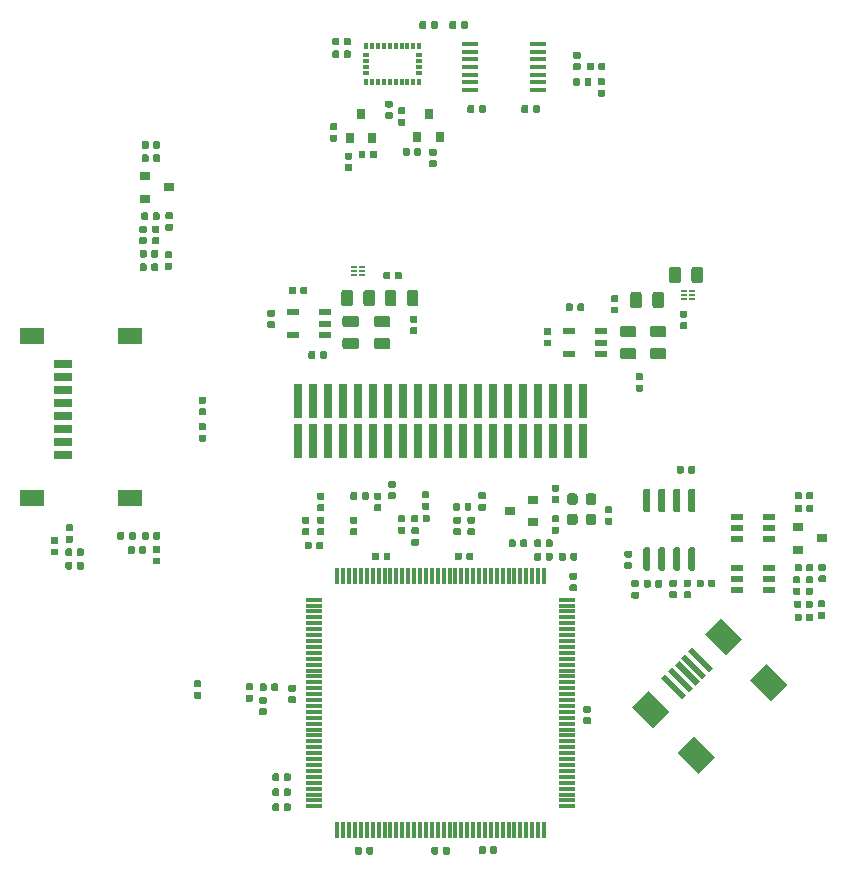
<source format=gbr>
G04 #@! TF.GenerationSoftware,KiCad,Pcbnew,(5.1.5)-3*
G04 #@! TF.CreationDate,2020-01-24T16:48:12-05:00*
G04 #@! TF.ProjectId,Flight_Computer,466c6967-6874-45f4-936f-6d7075746572,rev?*
G04 #@! TF.SameCoordinates,Original*
G04 #@! TF.FileFunction,Paste,Top*
G04 #@! TF.FilePolarity,Positive*
%FSLAX46Y46*%
G04 Gerber Fmt 4.6, Leading zero omitted, Abs format (unit mm)*
G04 Created by KiCad (PCBNEW (5.1.5)-3) date 2020-01-24 16:48:12*
%MOMM*%
%LPD*%
G04 APERTURE LIST*
%ADD10R,2.000000X1.450000*%
%ADD11R,1.500000X0.800000*%
%ADD12R,0.520000X0.200000*%
%ADD13R,0.570000X0.200000*%
%ADD14R,0.300000X1.475000*%
%ADD15R,1.475000X0.300000*%
%ADD16C,0.100000*%
%ADD17R,0.740000X2.920000*%
%ADD18R,1.000000X0.550000*%
%ADD19R,0.300000X0.500000*%
%ADD20R,0.500000X0.300000*%
%ADD21R,1.400000X0.350000*%
%ADD22R,0.800000X0.900000*%
%ADD23R,1.050000X0.600000*%
%ADD24R,0.900000X0.800000*%
G04 APERTURE END LIST*
D10*
X117799400Y-133561300D03*
X126099400Y-133561300D03*
X126099400Y-119811300D03*
X117799400Y-119811300D03*
D11*
X120399400Y-122191300D03*
X120399400Y-123291300D03*
X120399400Y-124391300D03*
X120399400Y-125491300D03*
X120399400Y-126591300D03*
X120399400Y-127691300D03*
X120399400Y-128791300D03*
X120399400Y-129891300D03*
D12*
X173694600Y-116032800D03*
X173694600Y-116382800D03*
X173694600Y-116732800D03*
X172964600Y-116732800D03*
X172964600Y-116382800D03*
D13*
X172989600Y-116032800D03*
D12*
X145050000Y-114679200D03*
X145050000Y-114329200D03*
X145050000Y-113979200D03*
X145780000Y-113979200D03*
X145780000Y-114329200D03*
D13*
X145755000Y-114679200D03*
D14*
X143650000Y-140167200D03*
X144150000Y-140167200D03*
X144650000Y-140167200D03*
X145150000Y-140167200D03*
X145650000Y-140167200D03*
X146150000Y-140167200D03*
X146650000Y-140167200D03*
X147150000Y-140167200D03*
X147650000Y-140167200D03*
X148150000Y-140167200D03*
X148650000Y-140167200D03*
X149150000Y-140167200D03*
X149650000Y-140167200D03*
X150150000Y-140167200D03*
X150650000Y-140167200D03*
X151150000Y-140167200D03*
X151650000Y-140167200D03*
X152150000Y-140167200D03*
X152650000Y-140167200D03*
X153150000Y-140167200D03*
X153650000Y-140167200D03*
X154150000Y-140167200D03*
X154650000Y-140167200D03*
X155150000Y-140167200D03*
X155650000Y-140167200D03*
X156150000Y-140167200D03*
X156650000Y-140167200D03*
X157150000Y-140167200D03*
X157650000Y-140167200D03*
X158150000Y-140167200D03*
X158650000Y-140167200D03*
X159150000Y-140167200D03*
X159650000Y-140167200D03*
X160150000Y-140167200D03*
X160650000Y-140167200D03*
X161150000Y-140167200D03*
D15*
X163138000Y-142155200D03*
X163138000Y-142655200D03*
X163138000Y-143155200D03*
X163138000Y-143655200D03*
X163138000Y-144155200D03*
X163138000Y-144655200D03*
X163138000Y-145155200D03*
X163138000Y-145655200D03*
X163138000Y-146155200D03*
X163138000Y-146655200D03*
X163138000Y-147155200D03*
X163138000Y-147655200D03*
X163138000Y-148155200D03*
X163138000Y-148655200D03*
X163138000Y-149155200D03*
X163138000Y-149655200D03*
X163138000Y-150155200D03*
X163138000Y-150655200D03*
X163138000Y-151155200D03*
X163138000Y-151655200D03*
X163138000Y-152155200D03*
X163138000Y-152655200D03*
X163138000Y-153155200D03*
X163138000Y-153655200D03*
X163138000Y-154155200D03*
X163138000Y-154655200D03*
X163138000Y-155155200D03*
X163138000Y-155655200D03*
X163138000Y-156155200D03*
X163138000Y-156655200D03*
X163138000Y-157155200D03*
X163138000Y-157655200D03*
X163138000Y-158155200D03*
X163138000Y-158655200D03*
X163138000Y-159155200D03*
X163138000Y-159655200D03*
D14*
X161150000Y-161643200D03*
X160650000Y-161643200D03*
X160150000Y-161643200D03*
X159650000Y-161643200D03*
X159150000Y-161643200D03*
X158650000Y-161643200D03*
X158150000Y-161643200D03*
X157650000Y-161643200D03*
X157150000Y-161643200D03*
X156650000Y-161643200D03*
X156150000Y-161643200D03*
X155650000Y-161643200D03*
X155150000Y-161643200D03*
X154650000Y-161643200D03*
X154150000Y-161643200D03*
X153650000Y-161643200D03*
X153150000Y-161643200D03*
X152650000Y-161643200D03*
X152150000Y-161643200D03*
X151650000Y-161643200D03*
X151150000Y-161643200D03*
X150650000Y-161643200D03*
X150150000Y-161643200D03*
X149650000Y-161643200D03*
X149150000Y-161643200D03*
X148650000Y-161643200D03*
X148150000Y-161643200D03*
X147650000Y-161643200D03*
X147150000Y-161643200D03*
X146650000Y-161643200D03*
X146150000Y-161643200D03*
X145650000Y-161643200D03*
X145150000Y-161643200D03*
X144650000Y-161643200D03*
X144150000Y-161643200D03*
X143650000Y-161643200D03*
D15*
X141662000Y-159655200D03*
X141662000Y-159155200D03*
X141662000Y-158655200D03*
X141662000Y-158155200D03*
X141662000Y-157655200D03*
X141662000Y-157155200D03*
X141662000Y-156655200D03*
X141662000Y-156155200D03*
X141662000Y-155655200D03*
X141662000Y-155155200D03*
X141662000Y-154655200D03*
X141662000Y-154155200D03*
X141662000Y-153655200D03*
X141662000Y-153155200D03*
X141662000Y-152655200D03*
X141662000Y-152155200D03*
X141662000Y-151655200D03*
X141662000Y-151155200D03*
X141662000Y-150655200D03*
X141662000Y-150155200D03*
X141662000Y-149655200D03*
X141662000Y-149155200D03*
X141662000Y-148655200D03*
X141662000Y-148155200D03*
X141662000Y-147655200D03*
X141662000Y-147155200D03*
X141662000Y-146655200D03*
X141662000Y-146155200D03*
X141662000Y-145655200D03*
X141662000Y-145155200D03*
X141662000Y-144655200D03*
X141662000Y-144155200D03*
X141662000Y-143655200D03*
X141662000Y-143155200D03*
X141662000Y-142655200D03*
X141662000Y-142155200D03*
D16*
G36*
X165234158Y-96687110D02*
G01*
X165248476Y-96689234D01*
X165262517Y-96692751D01*
X165276146Y-96697628D01*
X165289231Y-96703817D01*
X165301647Y-96711258D01*
X165313273Y-96719881D01*
X165323998Y-96729602D01*
X165333719Y-96740327D01*
X165342342Y-96751953D01*
X165349783Y-96764369D01*
X165355972Y-96777454D01*
X165360849Y-96791083D01*
X165364366Y-96805124D01*
X165366490Y-96819442D01*
X165367200Y-96833900D01*
X165367200Y-97178900D01*
X165366490Y-97193358D01*
X165364366Y-97207676D01*
X165360849Y-97221717D01*
X165355972Y-97235346D01*
X165349783Y-97248431D01*
X165342342Y-97260847D01*
X165333719Y-97272473D01*
X165323998Y-97283198D01*
X165313273Y-97292919D01*
X165301647Y-97301542D01*
X165289231Y-97308983D01*
X165276146Y-97315172D01*
X165262517Y-97320049D01*
X165248476Y-97323566D01*
X165234158Y-97325690D01*
X165219700Y-97326400D01*
X164924700Y-97326400D01*
X164910242Y-97325690D01*
X164895924Y-97323566D01*
X164881883Y-97320049D01*
X164868254Y-97315172D01*
X164855169Y-97308983D01*
X164842753Y-97301542D01*
X164831127Y-97292919D01*
X164820402Y-97283198D01*
X164810681Y-97272473D01*
X164802058Y-97260847D01*
X164794617Y-97248431D01*
X164788428Y-97235346D01*
X164783551Y-97221717D01*
X164780034Y-97207676D01*
X164777910Y-97193358D01*
X164777200Y-97178900D01*
X164777200Y-96833900D01*
X164777910Y-96819442D01*
X164780034Y-96805124D01*
X164783551Y-96791083D01*
X164788428Y-96777454D01*
X164794617Y-96764369D01*
X164802058Y-96751953D01*
X164810681Y-96740327D01*
X164820402Y-96729602D01*
X164831127Y-96719881D01*
X164842753Y-96711258D01*
X164855169Y-96703817D01*
X164868254Y-96697628D01*
X164881883Y-96692751D01*
X164895924Y-96689234D01*
X164910242Y-96687110D01*
X164924700Y-96686400D01*
X165219700Y-96686400D01*
X165234158Y-96687110D01*
G37*
G36*
X166204158Y-96687110D02*
G01*
X166218476Y-96689234D01*
X166232517Y-96692751D01*
X166246146Y-96697628D01*
X166259231Y-96703817D01*
X166271647Y-96711258D01*
X166283273Y-96719881D01*
X166293998Y-96729602D01*
X166303719Y-96740327D01*
X166312342Y-96751953D01*
X166319783Y-96764369D01*
X166325972Y-96777454D01*
X166330849Y-96791083D01*
X166334366Y-96805124D01*
X166336490Y-96819442D01*
X166337200Y-96833900D01*
X166337200Y-97178900D01*
X166336490Y-97193358D01*
X166334366Y-97207676D01*
X166330849Y-97221717D01*
X166325972Y-97235346D01*
X166319783Y-97248431D01*
X166312342Y-97260847D01*
X166303719Y-97272473D01*
X166293998Y-97283198D01*
X166283273Y-97292919D01*
X166271647Y-97301542D01*
X166259231Y-97308983D01*
X166246146Y-97315172D01*
X166232517Y-97320049D01*
X166218476Y-97323566D01*
X166204158Y-97325690D01*
X166189700Y-97326400D01*
X165894700Y-97326400D01*
X165880242Y-97325690D01*
X165865924Y-97323566D01*
X165851883Y-97320049D01*
X165838254Y-97315172D01*
X165825169Y-97308983D01*
X165812753Y-97301542D01*
X165801127Y-97292919D01*
X165790402Y-97283198D01*
X165780681Y-97272473D01*
X165772058Y-97260847D01*
X165764617Y-97248431D01*
X165758428Y-97235346D01*
X165753551Y-97221717D01*
X165750034Y-97207676D01*
X165747910Y-97193358D01*
X165747200Y-97178900D01*
X165747200Y-96833900D01*
X165747910Y-96819442D01*
X165750034Y-96805124D01*
X165753551Y-96791083D01*
X165758428Y-96777454D01*
X165764617Y-96764369D01*
X165772058Y-96751953D01*
X165780681Y-96740327D01*
X165790402Y-96729602D01*
X165801127Y-96719881D01*
X165812753Y-96711258D01*
X165825169Y-96703817D01*
X165838254Y-96697628D01*
X165851883Y-96692751D01*
X165865924Y-96689234D01*
X165880242Y-96687110D01*
X165894700Y-96686400D01*
X166189700Y-96686400D01*
X166204158Y-96687110D01*
G37*
G36*
X165035758Y-98007910D02*
G01*
X165050076Y-98010034D01*
X165064117Y-98013551D01*
X165077746Y-98018428D01*
X165090831Y-98024617D01*
X165103247Y-98032058D01*
X165114873Y-98040681D01*
X165125598Y-98050402D01*
X165135319Y-98061127D01*
X165143942Y-98072753D01*
X165151383Y-98085169D01*
X165157572Y-98098254D01*
X165162449Y-98111883D01*
X165165966Y-98125924D01*
X165168090Y-98140242D01*
X165168800Y-98154700D01*
X165168800Y-98499700D01*
X165168090Y-98514158D01*
X165165966Y-98528476D01*
X165162449Y-98542517D01*
X165157572Y-98556146D01*
X165151383Y-98569231D01*
X165143942Y-98581647D01*
X165135319Y-98593273D01*
X165125598Y-98603998D01*
X165114873Y-98613719D01*
X165103247Y-98622342D01*
X165090831Y-98629783D01*
X165077746Y-98635972D01*
X165064117Y-98640849D01*
X165050076Y-98644366D01*
X165035758Y-98646490D01*
X165021300Y-98647200D01*
X164726300Y-98647200D01*
X164711842Y-98646490D01*
X164697524Y-98644366D01*
X164683483Y-98640849D01*
X164669854Y-98635972D01*
X164656769Y-98629783D01*
X164644353Y-98622342D01*
X164632727Y-98613719D01*
X164622002Y-98603998D01*
X164612281Y-98593273D01*
X164603658Y-98581647D01*
X164596217Y-98569231D01*
X164590028Y-98556146D01*
X164585151Y-98542517D01*
X164581634Y-98528476D01*
X164579510Y-98514158D01*
X164578800Y-98499700D01*
X164578800Y-98154700D01*
X164579510Y-98140242D01*
X164581634Y-98125924D01*
X164585151Y-98111883D01*
X164590028Y-98098254D01*
X164596217Y-98085169D01*
X164603658Y-98072753D01*
X164612281Y-98061127D01*
X164622002Y-98050402D01*
X164632727Y-98040681D01*
X164644353Y-98032058D01*
X164656769Y-98024617D01*
X164669854Y-98018428D01*
X164683483Y-98013551D01*
X164697524Y-98010034D01*
X164711842Y-98007910D01*
X164726300Y-98007200D01*
X165021300Y-98007200D01*
X165035758Y-98007910D01*
G37*
G36*
X164065758Y-98007910D02*
G01*
X164080076Y-98010034D01*
X164094117Y-98013551D01*
X164107746Y-98018428D01*
X164120831Y-98024617D01*
X164133247Y-98032058D01*
X164144873Y-98040681D01*
X164155598Y-98050402D01*
X164165319Y-98061127D01*
X164173942Y-98072753D01*
X164181383Y-98085169D01*
X164187572Y-98098254D01*
X164192449Y-98111883D01*
X164195966Y-98125924D01*
X164198090Y-98140242D01*
X164198800Y-98154700D01*
X164198800Y-98499700D01*
X164198090Y-98514158D01*
X164195966Y-98528476D01*
X164192449Y-98542517D01*
X164187572Y-98556146D01*
X164181383Y-98569231D01*
X164173942Y-98581647D01*
X164165319Y-98593273D01*
X164155598Y-98603998D01*
X164144873Y-98613719D01*
X164133247Y-98622342D01*
X164120831Y-98629783D01*
X164107746Y-98635972D01*
X164094117Y-98640849D01*
X164080076Y-98644366D01*
X164065758Y-98646490D01*
X164051300Y-98647200D01*
X163756300Y-98647200D01*
X163741842Y-98646490D01*
X163727524Y-98644366D01*
X163713483Y-98640849D01*
X163699854Y-98635972D01*
X163686769Y-98629783D01*
X163674353Y-98622342D01*
X163662727Y-98613719D01*
X163652002Y-98603998D01*
X163642281Y-98593273D01*
X163633658Y-98581647D01*
X163626217Y-98569231D01*
X163620028Y-98556146D01*
X163615151Y-98542517D01*
X163611634Y-98528476D01*
X163609510Y-98514158D01*
X163608800Y-98499700D01*
X163608800Y-98154700D01*
X163609510Y-98140242D01*
X163611634Y-98125924D01*
X163615151Y-98111883D01*
X163620028Y-98098254D01*
X163626217Y-98085169D01*
X163633658Y-98072753D01*
X163642281Y-98061127D01*
X163652002Y-98050402D01*
X163662727Y-98040681D01*
X163674353Y-98032058D01*
X163686769Y-98024617D01*
X163699854Y-98018428D01*
X163713483Y-98013551D01*
X163727524Y-98010034D01*
X163741842Y-98007910D01*
X163756300Y-98007200D01*
X164051300Y-98007200D01*
X164065758Y-98007910D01*
G37*
G36*
X164118558Y-96739910D02*
G01*
X164132876Y-96742034D01*
X164146917Y-96745551D01*
X164160546Y-96750428D01*
X164173631Y-96756617D01*
X164186047Y-96764058D01*
X164197673Y-96772681D01*
X164208398Y-96782402D01*
X164218119Y-96793127D01*
X164226742Y-96804753D01*
X164234183Y-96817169D01*
X164240372Y-96830254D01*
X164245249Y-96843883D01*
X164248766Y-96857924D01*
X164250890Y-96872242D01*
X164251600Y-96886700D01*
X164251600Y-97181700D01*
X164250890Y-97196158D01*
X164248766Y-97210476D01*
X164245249Y-97224517D01*
X164240372Y-97238146D01*
X164234183Y-97251231D01*
X164226742Y-97263647D01*
X164218119Y-97275273D01*
X164208398Y-97285998D01*
X164197673Y-97295719D01*
X164186047Y-97304342D01*
X164173631Y-97311783D01*
X164160546Y-97317972D01*
X164146917Y-97322849D01*
X164132876Y-97326366D01*
X164118558Y-97328490D01*
X164104100Y-97329200D01*
X163759100Y-97329200D01*
X163744642Y-97328490D01*
X163730324Y-97326366D01*
X163716283Y-97322849D01*
X163702654Y-97317972D01*
X163689569Y-97311783D01*
X163677153Y-97304342D01*
X163665527Y-97295719D01*
X163654802Y-97285998D01*
X163645081Y-97275273D01*
X163636458Y-97263647D01*
X163629017Y-97251231D01*
X163622828Y-97238146D01*
X163617951Y-97224517D01*
X163614434Y-97210476D01*
X163612310Y-97196158D01*
X163611600Y-97181700D01*
X163611600Y-96886700D01*
X163612310Y-96872242D01*
X163614434Y-96857924D01*
X163617951Y-96843883D01*
X163622828Y-96830254D01*
X163629017Y-96817169D01*
X163636458Y-96804753D01*
X163645081Y-96793127D01*
X163654802Y-96782402D01*
X163665527Y-96772681D01*
X163677153Y-96764058D01*
X163689569Y-96756617D01*
X163702654Y-96750428D01*
X163716283Y-96745551D01*
X163730324Y-96742034D01*
X163744642Y-96739910D01*
X163759100Y-96739200D01*
X164104100Y-96739200D01*
X164118558Y-96739910D01*
G37*
G36*
X164118558Y-95769910D02*
G01*
X164132876Y-95772034D01*
X164146917Y-95775551D01*
X164160546Y-95780428D01*
X164173631Y-95786617D01*
X164186047Y-95794058D01*
X164197673Y-95802681D01*
X164208398Y-95812402D01*
X164218119Y-95823127D01*
X164226742Y-95834753D01*
X164234183Y-95847169D01*
X164240372Y-95860254D01*
X164245249Y-95873883D01*
X164248766Y-95887924D01*
X164250890Y-95902242D01*
X164251600Y-95916700D01*
X164251600Y-96211700D01*
X164250890Y-96226158D01*
X164248766Y-96240476D01*
X164245249Y-96254517D01*
X164240372Y-96268146D01*
X164234183Y-96281231D01*
X164226742Y-96293647D01*
X164218119Y-96305273D01*
X164208398Y-96315998D01*
X164197673Y-96325719D01*
X164186047Y-96334342D01*
X164173631Y-96341783D01*
X164160546Y-96347972D01*
X164146917Y-96352849D01*
X164132876Y-96356366D01*
X164118558Y-96358490D01*
X164104100Y-96359200D01*
X163759100Y-96359200D01*
X163744642Y-96358490D01*
X163730324Y-96356366D01*
X163716283Y-96352849D01*
X163702654Y-96347972D01*
X163689569Y-96341783D01*
X163677153Y-96334342D01*
X163665527Y-96325719D01*
X163654802Y-96315998D01*
X163645081Y-96305273D01*
X163636458Y-96293647D01*
X163629017Y-96281231D01*
X163622828Y-96268146D01*
X163617951Y-96254517D01*
X163614434Y-96240476D01*
X163612310Y-96226158D01*
X163611600Y-96211700D01*
X163611600Y-95916700D01*
X163612310Y-95902242D01*
X163614434Y-95887924D01*
X163617951Y-95873883D01*
X163622828Y-95860254D01*
X163629017Y-95847169D01*
X163636458Y-95834753D01*
X163645081Y-95823127D01*
X163654802Y-95812402D01*
X163665527Y-95802681D01*
X163677153Y-95794058D01*
X163689569Y-95786617D01*
X163702654Y-95780428D01*
X163716283Y-95775551D01*
X163730324Y-95772034D01*
X163744642Y-95769910D01*
X163759100Y-95769200D01*
X164104100Y-95769200D01*
X164118558Y-95769910D01*
G37*
G36*
X166201358Y-98975110D02*
G01*
X166215676Y-98977234D01*
X166229717Y-98980751D01*
X166243346Y-98985628D01*
X166256431Y-98991817D01*
X166268847Y-98999258D01*
X166280473Y-99007881D01*
X166291198Y-99017602D01*
X166300919Y-99028327D01*
X166309542Y-99039953D01*
X166316983Y-99052369D01*
X166323172Y-99065454D01*
X166328049Y-99079083D01*
X166331566Y-99093124D01*
X166333690Y-99107442D01*
X166334400Y-99121900D01*
X166334400Y-99416900D01*
X166333690Y-99431358D01*
X166331566Y-99445676D01*
X166328049Y-99459717D01*
X166323172Y-99473346D01*
X166316983Y-99486431D01*
X166309542Y-99498847D01*
X166300919Y-99510473D01*
X166291198Y-99521198D01*
X166280473Y-99530919D01*
X166268847Y-99539542D01*
X166256431Y-99546983D01*
X166243346Y-99553172D01*
X166229717Y-99558049D01*
X166215676Y-99561566D01*
X166201358Y-99563690D01*
X166186900Y-99564400D01*
X165841900Y-99564400D01*
X165827442Y-99563690D01*
X165813124Y-99561566D01*
X165799083Y-99558049D01*
X165785454Y-99553172D01*
X165772369Y-99546983D01*
X165759953Y-99539542D01*
X165748327Y-99530919D01*
X165737602Y-99521198D01*
X165727881Y-99510473D01*
X165719258Y-99498847D01*
X165711817Y-99486431D01*
X165705628Y-99473346D01*
X165700751Y-99459717D01*
X165697234Y-99445676D01*
X165695110Y-99431358D01*
X165694400Y-99416900D01*
X165694400Y-99121900D01*
X165695110Y-99107442D01*
X165697234Y-99093124D01*
X165700751Y-99079083D01*
X165705628Y-99065454D01*
X165711817Y-99052369D01*
X165719258Y-99039953D01*
X165727881Y-99028327D01*
X165737602Y-99017602D01*
X165748327Y-99007881D01*
X165759953Y-98999258D01*
X165772369Y-98991817D01*
X165785454Y-98985628D01*
X165799083Y-98980751D01*
X165813124Y-98977234D01*
X165827442Y-98975110D01*
X165841900Y-98974400D01*
X166186900Y-98974400D01*
X166201358Y-98975110D01*
G37*
G36*
X166201358Y-98005110D02*
G01*
X166215676Y-98007234D01*
X166229717Y-98010751D01*
X166243346Y-98015628D01*
X166256431Y-98021817D01*
X166268847Y-98029258D01*
X166280473Y-98037881D01*
X166291198Y-98047602D01*
X166300919Y-98058327D01*
X166309542Y-98069953D01*
X166316983Y-98082369D01*
X166323172Y-98095454D01*
X166328049Y-98109083D01*
X166331566Y-98123124D01*
X166333690Y-98137442D01*
X166334400Y-98151900D01*
X166334400Y-98446900D01*
X166333690Y-98461358D01*
X166331566Y-98475676D01*
X166328049Y-98489717D01*
X166323172Y-98503346D01*
X166316983Y-98516431D01*
X166309542Y-98528847D01*
X166300919Y-98540473D01*
X166291198Y-98551198D01*
X166280473Y-98560919D01*
X166268847Y-98569542D01*
X166256431Y-98576983D01*
X166243346Y-98583172D01*
X166229717Y-98588049D01*
X166215676Y-98591566D01*
X166201358Y-98593690D01*
X166186900Y-98594400D01*
X165841900Y-98594400D01*
X165827442Y-98593690D01*
X165813124Y-98591566D01*
X165799083Y-98588049D01*
X165785454Y-98583172D01*
X165772369Y-98576983D01*
X165759953Y-98569542D01*
X165748327Y-98560919D01*
X165737602Y-98551198D01*
X165727881Y-98540473D01*
X165719258Y-98528847D01*
X165711817Y-98516431D01*
X165705628Y-98503346D01*
X165700751Y-98489717D01*
X165697234Y-98475676D01*
X165695110Y-98461358D01*
X165694400Y-98446900D01*
X165694400Y-98151900D01*
X165695110Y-98137442D01*
X165697234Y-98123124D01*
X165700751Y-98109083D01*
X165705628Y-98095454D01*
X165711817Y-98082369D01*
X165719258Y-98069953D01*
X165727881Y-98058327D01*
X165737602Y-98047602D01*
X165748327Y-98037881D01*
X165759953Y-98029258D01*
X165772369Y-98021817D01*
X165785454Y-98015628D01*
X165799083Y-98010751D01*
X165813124Y-98007234D01*
X165827442Y-98005110D01*
X165841900Y-98004400D01*
X166186900Y-98004400D01*
X166201358Y-98005110D01*
G37*
G36*
X155177758Y-135139910D02*
G01*
X155192076Y-135142034D01*
X155206117Y-135145551D01*
X155219746Y-135150428D01*
X155232831Y-135156617D01*
X155245247Y-135164058D01*
X155256873Y-135172681D01*
X155267598Y-135182402D01*
X155277319Y-135193127D01*
X155285942Y-135204753D01*
X155293383Y-135217169D01*
X155299572Y-135230254D01*
X155304449Y-135243883D01*
X155307966Y-135257924D01*
X155310090Y-135272242D01*
X155310800Y-135286700D01*
X155310800Y-135581700D01*
X155310090Y-135596158D01*
X155307966Y-135610476D01*
X155304449Y-135624517D01*
X155299572Y-135638146D01*
X155293383Y-135651231D01*
X155285942Y-135663647D01*
X155277319Y-135675273D01*
X155267598Y-135685998D01*
X155256873Y-135695719D01*
X155245247Y-135704342D01*
X155232831Y-135711783D01*
X155219746Y-135717972D01*
X155206117Y-135722849D01*
X155192076Y-135726366D01*
X155177758Y-135728490D01*
X155163300Y-135729200D01*
X154818300Y-135729200D01*
X154803842Y-135728490D01*
X154789524Y-135726366D01*
X154775483Y-135722849D01*
X154761854Y-135717972D01*
X154748769Y-135711783D01*
X154736353Y-135704342D01*
X154724727Y-135695719D01*
X154714002Y-135685998D01*
X154704281Y-135675273D01*
X154695658Y-135663647D01*
X154688217Y-135651231D01*
X154682028Y-135638146D01*
X154677151Y-135624517D01*
X154673634Y-135610476D01*
X154671510Y-135596158D01*
X154670800Y-135581700D01*
X154670800Y-135286700D01*
X154671510Y-135272242D01*
X154673634Y-135257924D01*
X154677151Y-135243883D01*
X154682028Y-135230254D01*
X154688217Y-135217169D01*
X154695658Y-135204753D01*
X154704281Y-135193127D01*
X154714002Y-135182402D01*
X154724727Y-135172681D01*
X154736353Y-135164058D01*
X154748769Y-135156617D01*
X154761854Y-135150428D01*
X154775483Y-135145551D01*
X154789524Y-135142034D01*
X154803842Y-135139910D01*
X154818300Y-135139200D01*
X155163300Y-135139200D01*
X155177758Y-135139910D01*
G37*
G36*
X155177758Y-136109910D02*
G01*
X155192076Y-136112034D01*
X155206117Y-136115551D01*
X155219746Y-136120428D01*
X155232831Y-136126617D01*
X155245247Y-136134058D01*
X155256873Y-136142681D01*
X155267598Y-136152402D01*
X155277319Y-136163127D01*
X155285942Y-136174753D01*
X155293383Y-136187169D01*
X155299572Y-136200254D01*
X155304449Y-136213883D01*
X155307966Y-136227924D01*
X155310090Y-136242242D01*
X155310800Y-136256700D01*
X155310800Y-136551700D01*
X155310090Y-136566158D01*
X155307966Y-136580476D01*
X155304449Y-136594517D01*
X155299572Y-136608146D01*
X155293383Y-136621231D01*
X155285942Y-136633647D01*
X155277319Y-136645273D01*
X155267598Y-136655998D01*
X155256873Y-136665719D01*
X155245247Y-136674342D01*
X155232831Y-136681783D01*
X155219746Y-136687972D01*
X155206117Y-136692849D01*
X155192076Y-136696366D01*
X155177758Y-136698490D01*
X155163300Y-136699200D01*
X154818300Y-136699200D01*
X154803842Y-136698490D01*
X154789524Y-136696366D01*
X154775483Y-136692849D01*
X154761854Y-136687972D01*
X154748769Y-136681783D01*
X154736353Y-136674342D01*
X154724727Y-136665719D01*
X154714002Y-136655998D01*
X154704281Y-136645273D01*
X154695658Y-136633647D01*
X154688217Y-136621231D01*
X154682028Y-136608146D01*
X154677151Y-136594517D01*
X154673634Y-136580476D01*
X154671510Y-136566158D01*
X154670800Y-136551700D01*
X154670800Y-136256700D01*
X154671510Y-136242242D01*
X154673634Y-136227924D01*
X154677151Y-136213883D01*
X154682028Y-136200254D01*
X154688217Y-136187169D01*
X154695658Y-136174753D01*
X154704281Y-136163127D01*
X154714002Y-136152402D01*
X154724727Y-136142681D01*
X154736353Y-136134058D01*
X154748769Y-136126617D01*
X154761854Y-136120428D01*
X154775483Y-136115551D01*
X154789524Y-136112034D01*
X154803842Y-136109910D01*
X154818300Y-136109200D01*
X155163300Y-136109200D01*
X155177758Y-136109910D01*
G37*
G36*
X156092158Y-133057110D02*
G01*
X156106476Y-133059234D01*
X156120517Y-133062751D01*
X156134146Y-133067628D01*
X156147231Y-133073817D01*
X156159647Y-133081258D01*
X156171273Y-133089881D01*
X156181998Y-133099602D01*
X156191719Y-133110327D01*
X156200342Y-133121953D01*
X156207783Y-133134369D01*
X156213972Y-133147454D01*
X156218849Y-133161083D01*
X156222366Y-133175124D01*
X156224490Y-133189442D01*
X156225200Y-133203900D01*
X156225200Y-133498900D01*
X156224490Y-133513358D01*
X156222366Y-133527676D01*
X156218849Y-133541717D01*
X156213972Y-133555346D01*
X156207783Y-133568431D01*
X156200342Y-133580847D01*
X156191719Y-133592473D01*
X156181998Y-133603198D01*
X156171273Y-133612919D01*
X156159647Y-133621542D01*
X156147231Y-133628983D01*
X156134146Y-133635172D01*
X156120517Y-133640049D01*
X156106476Y-133643566D01*
X156092158Y-133645690D01*
X156077700Y-133646400D01*
X155732700Y-133646400D01*
X155718242Y-133645690D01*
X155703924Y-133643566D01*
X155689883Y-133640049D01*
X155676254Y-133635172D01*
X155663169Y-133628983D01*
X155650753Y-133621542D01*
X155639127Y-133612919D01*
X155628402Y-133603198D01*
X155618681Y-133592473D01*
X155610058Y-133580847D01*
X155602617Y-133568431D01*
X155596428Y-133555346D01*
X155591551Y-133541717D01*
X155588034Y-133527676D01*
X155585910Y-133513358D01*
X155585200Y-133498900D01*
X155585200Y-133203900D01*
X155585910Y-133189442D01*
X155588034Y-133175124D01*
X155591551Y-133161083D01*
X155596428Y-133147454D01*
X155602617Y-133134369D01*
X155610058Y-133121953D01*
X155618681Y-133110327D01*
X155628402Y-133099602D01*
X155639127Y-133089881D01*
X155650753Y-133081258D01*
X155663169Y-133073817D01*
X155676254Y-133067628D01*
X155689883Y-133062751D01*
X155703924Y-133059234D01*
X155718242Y-133057110D01*
X155732700Y-133056400D01*
X156077700Y-133056400D01*
X156092158Y-133057110D01*
G37*
G36*
X156092158Y-134027110D02*
G01*
X156106476Y-134029234D01*
X156120517Y-134032751D01*
X156134146Y-134037628D01*
X156147231Y-134043817D01*
X156159647Y-134051258D01*
X156171273Y-134059881D01*
X156181998Y-134069602D01*
X156191719Y-134080327D01*
X156200342Y-134091953D01*
X156207783Y-134104369D01*
X156213972Y-134117454D01*
X156218849Y-134131083D01*
X156222366Y-134145124D01*
X156224490Y-134159442D01*
X156225200Y-134173900D01*
X156225200Y-134468900D01*
X156224490Y-134483358D01*
X156222366Y-134497676D01*
X156218849Y-134511717D01*
X156213972Y-134525346D01*
X156207783Y-134538431D01*
X156200342Y-134550847D01*
X156191719Y-134562473D01*
X156181998Y-134573198D01*
X156171273Y-134582919D01*
X156159647Y-134591542D01*
X156147231Y-134598983D01*
X156134146Y-134605172D01*
X156120517Y-134610049D01*
X156106476Y-134613566D01*
X156092158Y-134615690D01*
X156077700Y-134616400D01*
X155732700Y-134616400D01*
X155718242Y-134615690D01*
X155703924Y-134613566D01*
X155689883Y-134610049D01*
X155676254Y-134605172D01*
X155663169Y-134598983D01*
X155650753Y-134591542D01*
X155639127Y-134582919D01*
X155628402Y-134573198D01*
X155618681Y-134562473D01*
X155610058Y-134550847D01*
X155602617Y-134538431D01*
X155596428Y-134525346D01*
X155591551Y-134511717D01*
X155588034Y-134497676D01*
X155585910Y-134483358D01*
X155585200Y-134468900D01*
X155585200Y-134173900D01*
X155585910Y-134159442D01*
X155588034Y-134145124D01*
X155591551Y-134131083D01*
X155596428Y-134117454D01*
X155602617Y-134104369D01*
X155610058Y-134091953D01*
X155618681Y-134080327D01*
X155628402Y-134069602D01*
X155639127Y-134059881D01*
X155650753Y-134051258D01*
X155663169Y-134043817D01*
X155676254Y-134037628D01*
X155689883Y-134032751D01*
X155703924Y-134029234D01*
X155718242Y-134027110D01*
X155732700Y-134026400D01*
X156077700Y-134026400D01*
X156092158Y-134027110D01*
G37*
G36*
X148459458Y-132091910D02*
G01*
X148473776Y-132094034D01*
X148487817Y-132097551D01*
X148501446Y-132102428D01*
X148514531Y-132108617D01*
X148526947Y-132116058D01*
X148538573Y-132124681D01*
X148549298Y-132134402D01*
X148559019Y-132145127D01*
X148567642Y-132156753D01*
X148575083Y-132169169D01*
X148581272Y-132182254D01*
X148586149Y-132195883D01*
X148589666Y-132209924D01*
X148591790Y-132224242D01*
X148592500Y-132238700D01*
X148592500Y-132533700D01*
X148591790Y-132548158D01*
X148589666Y-132562476D01*
X148586149Y-132576517D01*
X148581272Y-132590146D01*
X148575083Y-132603231D01*
X148567642Y-132615647D01*
X148559019Y-132627273D01*
X148549298Y-132637998D01*
X148538573Y-132647719D01*
X148526947Y-132656342D01*
X148514531Y-132663783D01*
X148501446Y-132669972D01*
X148487817Y-132674849D01*
X148473776Y-132678366D01*
X148459458Y-132680490D01*
X148445000Y-132681200D01*
X148100000Y-132681200D01*
X148085542Y-132680490D01*
X148071224Y-132678366D01*
X148057183Y-132674849D01*
X148043554Y-132669972D01*
X148030469Y-132663783D01*
X148018053Y-132656342D01*
X148006427Y-132647719D01*
X147995702Y-132637998D01*
X147985981Y-132627273D01*
X147977358Y-132615647D01*
X147969917Y-132603231D01*
X147963728Y-132590146D01*
X147958851Y-132576517D01*
X147955334Y-132562476D01*
X147953210Y-132548158D01*
X147952500Y-132533700D01*
X147952500Y-132238700D01*
X147953210Y-132224242D01*
X147955334Y-132209924D01*
X147958851Y-132195883D01*
X147963728Y-132182254D01*
X147969917Y-132169169D01*
X147977358Y-132156753D01*
X147985981Y-132145127D01*
X147995702Y-132134402D01*
X148006427Y-132124681D01*
X148018053Y-132116058D01*
X148030469Y-132108617D01*
X148043554Y-132102428D01*
X148057183Y-132097551D01*
X148071224Y-132094034D01*
X148085542Y-132091910D01*
X148100000Y-132091200D01*
X148445000Y-132091200D01*
X148459458Y-132091910D01*
G37*
G36*
X148459458Y-133061910D02*
G01*
X148473776Y-133064034D01*
X148487817Y-133067551D01*
X148501446Y-133072428D01*
X148514531Y-133078617D01*
X148526947Y-133086058D01*
X148538573Y-133094681D01*
X148549298Y-133104402D01*
X148559019Y-133115127D01*
X148567642Y-133126753D01*
X148575083Y-133139169D01*
X148581272Y-133152254D01*
X148586149Y-133165883D01*
X148589666Y-133179924D01*
X148591790Y-133194242D01*
X148592500Y-133208700D01*
X148592500Y-133503700D01*
X148591790Y-133518158D01*
X148589666Y-133532476D01*
X148586149Y-133546517D01*
X148581272Y-133560146D01*
X148575083Y-133573231D01*
X148567642Y-133585647D01*
X148559019Y-133597273D01*
X148549298Y-133607998D01*
X148538573Y-133617719D01*
X148526947Y-133626342D01*
X148514531Y-133633783D01*
X148501446Y-133639972D01*
X148487817Y-133644849D01*
X148473776Y-133648366D01*
X148459458Y-133650490D01*
X148445000Y-133651200D01*
X148100000Y-133651200D01*
X148085542Y-133650490D01*
X148071224Y-133648366D01*
X148057183Y-133644849D01*
X148043554Y-133639972D01*
X148030469Y-133633783D01*
X148018053Y-133626342D01*
X148006427Y-133617719D01*
X147995702Y-133607998D01*
X147985981Y-133597273D01*
X147977358Y-133585647D01*
X147969917Y-133573231D01*
X147963728Y-133560146D01*
X147958851Y-133546517D01*
X147955334Y-133532476D01*
X147953210Y-133518158D01*
X147952500Y-133503700D01*
X147952500Y-133208700D01*
X147953210Y-133194242D01*
X147955334Y-133179924D01*
X147958851Y-133165883D01*
X147963728Y-133152254D01*
X147969917Y-133139169D01*
X147977358Y-133126753D01*
X147985981Y-133115127D01*
X147995702Y-133104402D01*
X148006427Y-133094681D01*
X148018053Y-133086058D01*
X148030469Y-133078617D01*
X148043554Y-133072428D01*
X148057183Y-133067551D01*
X148071224Y-133064034D01*
X148085542Y-133061910D01*
X148100000Y-133061200D01*
X148445000Y-133061200D01*
X148459458Y-133061910D01*
G37*
G36*
X141345458Y-137250910D02*
G01*
X141359776Y-137253034D01*
X141373817Y-137256551D01*
X141387446Y-137261428D01*
X141400531Y-137267617D01*
X141412947Y-137275058D01*
X141424573Y-137283681D01*
X141435298Y-137293402D01*
X141445019Y-137304127D01*
X141453642Y-137315753D01*
X141461083Y-137328169D01*
X141467272Y-137341254D01*
X141472149Y-137354883D01*
X141475666Y-137368924D01*
X141477790Y-137383242D01*
X141478500Y-137397700D01*
X141478500Y-137742700D01*
X141477790Y-137757158D01*
X141475666Y-137771476D01*
X141472149Y-137785517D01*
X141467272Y-137799146D01*
X141461083Y-137812231D01*
X141453642Y-137824647D01*
X141445019Y-137836273D01*
X141435298Y-137846998D01*
X141424573Y-137856719D01*
X141412947Y-137865342D01*
X141400531Y-137872783D01*
X141387446Y-137878972D01*
X141373817Y-137883849D01*
X141359776Y-137887366D01*
X141345458Y-137889490D01*
X141331000Y-137890200D01*
X141036000Y-137890200D01*
X141021542Y-137889490D01*
X141007224Y-137887366D01*
X140993183Y-137883849D01*
X140979554Y-137878972D01*
X140966469Y-137872783D01*
X140954053Y-137865342D01*
X140942427Y-137856719D01*
X140931702Y-137846998D01*
X140921981Y-137836273D01*
X140913358Y-137824647D01*
X140905917Y-137812231D01*
X140899728Y-137799146D01*
X140894851Y-137785517D01*
X140891334Y-137771476D01*
X140889210Y-137757158D01*
X140888500Y-137742700D01*
X140888500Y-137397700D01*
X140889210Y-137383242D01*
X140891334Y-137368924D01*
X140894851Y-137354883D01*
X140899728Y-137341254D01*
X140905917Y-137328169D01*
X140913358Y-137315753D01*
X140921981Y-137304127D01*
X140931702Y-137293402D01*
X140942427Y-137283681D01*
X140954053Y-137275058D01*
X140966469Y-137267617D01*
X140979554Y-137261428D01*
X140993183Y-137256551D01*
X141007224Y-137253034D01*
X141021542Y-137250910D01*
X141036000Y-137250200D01*
X141331000Y-137250200D01*
X141345458Y-137250910D01*
G37*
G36*
X142315458Y-137250910D02*
G01*
X142329776Y-137253034D01*
X142343817Y-137256551D01*
X142357446Y-137261428D01*
X142370531Y-137267617D01*
X142382947Y-137275058D01*
X142394573Y-137283681D01*
X142405298Y-137293402D01*
X142415019Y-137304127D01*
X142423642Y-137315753D01*
X142431083Y-137328169D01*
X142437272Y-137341254D01*
X142442149Y-137354883D01*
X142445666Y-137368924D01*
X142447790Y-137383242D01*
X142448500Y-137397700D01*
X142448500Y-137742700D01*
X142447790Y-137757158D01*
X142445666Y-137771476D01*
X142442149Y-137785517D01*
X142437272Y-137799146D01*
X142431083Y-137812231D01*
X142423642Y-137824647D01*
X142415019Y-137836273D01*
X142405298Y-137846998D01*
X142394573Y-137856719D01*
X142382947Y-137865342D01*
X142370531Y-137872783D01*
X142357446Y-137878972D01*
X142343817Y-137883849D01*
X142329776Y-137887366D01*
X142315458Y-137889490D01*
X142301000Y-137890200D01*
X142006000Y-137890200D01*
X141991542Y-137889490D01*
X141977224Y-137887366D01*
X141963183Y-137883849D01*
X141949554Y-137878972D01*
X141936469Y-137872783D01*
X141924053Y-137865342D01*
X141912427Y-137856719D01*
X141901702Y-137846998D01*
X141891981Y-137836273D01*
X141883358Y-137824647D01*
X141875917Y-137812231D01*
X141869728Y-137799146D01*
X141864851Y-137785517D01*
X141861334Y-137771476D01*
X141859210Y-137757158D01*
X141858500Y-137742700D01*
X141858500Y-137397700D01*
X141859210Y-137383242D01*
X141861334Y-137368924D01*
X141864851Y-137354883D01*
X141869728Y-137341254D01*
X141875917Y-137328169D01*
X141883358Y-137315753D01*
X141891981Y-137304127D01*
X141901702Y-137293402D01*
X141912427Y-137283681D01*
X141924053Y-137275058D01*
X141936469Y-137267617D01*
X141949554Y-137261428D01*
X141963183Y-137256551D01*
X141977224Y-137253034D01*
X141991542Y-137250910D01*
X142006000Y-137250200D01*
X142301000Y-137250200D01*
X142315458Y-137250910D01*
G37*
G36*
X150427958Y-136028910D02*
G01*
X150442276Y-136031034D01*
X150456317Y-136034551D01*
X150469946Y-136039428D01*
X150483031Y-136045617D01*
X150495447Y-136053058D01*
X150507073Y-136061681D01*
X150517798Y-136071402D01*
X150527519Y-136082127D01*
X150536142Y-136093753D01*
X150543583Y-136106169D01*
X150549772Y-136119254D01*
X150554649Y-136132883D01*
X150558166Y-136146924D01*
X150560290Y-136161242D01*
X150561000Y-136175700D01*
X150561000Y-136470700D01*
X150560290Y-136485158D01*
X150558166Y-136499476D01*
X150554649Y-136513517D01*
X150549772Y-136527146D01*
X150543583Y-136540231D01*
X150536142Y-136552647D01*
X150527519Y-136564273D01*
X150517798Y-136574998D01*
X150507073Y-136584719D01*
X150495447Y-136593342D01*
X150483031Y-136600783D01*
X150469946Y-136606972D01*
X150456317Y-136611849D01*
X150442276Y-136615366D01*
X150427958Y-136617490D01*
X150413500Y-136618200D01*
X150068500Y-136618200D01*
X150054042Y-136617490D01*
X150039724Y-136615366D01*
X150025683Y-136611849D01*
X150012054Y-136606972D01*
X149998969Y-136600783D01*
X149986553Y-136593342D01*
X149974927Y-136584719D01*
X149964202Y-136574998D01*
X149954481Y-136564273D01*
X149945858Y-136552647D01*
X149938417Y-136540231D01*
X149932228Y-136527146D01*
X149927351Y-136513517D01*
X149923834Y-136499476D01*
X149921710Y-136485158D01*
X149921000Y-136470700D01*
X149921000Y-136175700D01*
X149921710Y-136161242D01*
X149923834Y-136146924D01*
X149927351Y-136132883D01*
X149932228Y-136119254D01*
X149938417Y-136106169D01*
X149945858Y-136093753D01*
X149954481Y-136082127D01*
X149964202Y-136071402D01*
X149974927Y-136061681D01*
X149986553Y-136053058D01*
X149998969Y-136045617D01*
X150012054Y-136039428D01*
X150025683Y-136034551D01*
X150039724Y-136031034D01*
X150054042Y-136028910D01*
X150068500Y-136028200D01*
X150413500Y-136028200D01*
X150427958Y-136028910D01*
G37*
G36*
X150427958Y-136998910D02*
G01*
X150442276Y-137001034D01*
X150456317Y-137004551D01*
X150469946Y-137009428D01*
X150483031Y-137015617D01*
X150495447Y-137023058D01*
X150507073Y-137031681D01*
X150517798Y-137041402D01*
X150527519Y-137052127D01*
X150536142Y-137063753D01*
X150543583Y-137076169D01*
X150549772Y-137089254D01*
X150554649Y-137102883D01*
X150558166Y-137116924D01*
X150560290Y-137131242D01*
X150561000Y-137145700D01*
X150561000Y-137440700D01*
X150560290Y-137455158D01*
X150558166Y-137469476D01*
X150554649Y-137483517D01*
X150549772Y-137497146D01*
X150543583Y-137510231D01*
X150536142Y-137522647D01*
X150527519Y-137534273D01*
X150517798Y-137544998D01*
X150507073Y-137554719D01*
X150495447Y-137563342D01*
X150483031Y-137570783D01*
X150469946Y-137576972D01*
X150456317Y-137581849D01*
X150442276Y-137585366D01*
X150427958Y-137587490D01*
X150413500Y-137588200D01*
X150068500Y-137588200D01*
X150054042Y-137587490D01*
X150039724Y-137585366D01*
X150025683Y-137581849D01*
X150012054Y-137576972D01*
X149998969Y-137570783D01*
X149986553Y-137563342D01*
X149974927Y-137554719D01*
X149964202Y-137544998D01*
X149954481Y-137534273D01*
X149945858Y-137522647D01*
X149938417Y-137510231D01*
X149932228Y-137497146D01*
X149927351Y-137483517D01*
X149923834Y-137469476D01*
X149921710Y-137455158D01*
X149921000Y-137440700D01*
X149921000Y-137145700D01*
X149921710Y-137131242D01*
X149923834Y-137116924D01*
X149927351Y-137102883D01*
X149932228Y-137089254D01*
X149938417Y-137076169D01*
X149945858Y-137063753D01*
X149954481Y-137052127D01*
X149964202Y-137041402D01*
X149974927Y-137031681D01*
X149986553Y-137023058D01*
X149998969Y-137015617D01*
X150012054Y-137009428D01*
X150025683Y-137004551D01*
X150039724Y-137001034D01*
X150054042Y-136998910D01*
X150068500Y-136998200D01*
X150413500Y-136998200D01*
X150427958Y-136998910D01*
G37*
G36*
X119884458Y-136854410D02*
G01*
X119898776Y-136856534D01*
X119912817Y-136860051D01*
X119926446Y-136864928D01*
X119939531Y-136871117D01*
X119951947Y-136878558D01*
X119963573Y-136887181D01*
X119974298Y-136896902D01*
X119984019Y-136907627D01*
X119992642Y-136919253D01*
X120000083Y-136931669D01*
X120006272Y-136944754D01*
X120011149Y-136958383D01*
X120014666Y-136972424D01*
X120016790Y-136986742D01*
X120017500Y-137001200D01*
X120017500Y-137296200D01*
X120016790Y-137310658D01*
X120014666Y-137324976D01*
X120011149Y-137339017D01*
X120006272Y-137352646D01*
X120000083Y-137365731D01*
X119992642Y-137378147D01*
X119984019Y-137389773D01*
X119974298Y-137400498D01*
X119963573Y-137410219D01*
X119951947Y-137418842D01*
X119939531Y-137426283D01*
X119926446Y-137432472D01*
X119912817Y-137437349D01*
X119898776Y-137440866D01*
X119884458Y-137442990D01*
X119870000Y-137443700D01*
X119525000Y-137443700D01*
X119510542Y-137442990D01*
X119496224Y-137440866D01*
X119482183Y-137437349D01*
X119468554Y-137432472D01*
X119455469Y-137426283D01*
X119443053Y-137418842D01*
X119431427Y-137410219D01*
X119420702Y-137400498D01*
X119410981Y-137389773D01*
X119402358Y-137378147D01*
X119394917Y-137365731D01*
X119388728Y-137352646D01*
X119383851Y-137339017D01*
X119380334Y-137324976D01*
X119378210Y-137310658D01*
X119377500Y-137296200D01*
X119377500Y-137001200D01*
X119378210Y-136986742D01*
X119380334Y-136972424D01*
X119383851Y-136958383D01*
X119388728Y-136944754D01*
X119394917Y-136931669D01*
X119402358Y-136919253D01*
X119410981Y-136907627D01*
X119420702Y-136896902D01*
X119431427Y-136887181D01*
X119443053Y-136878558D01*
X119455469Y-136871117D01*
X119468554Y-136864928D01*
X119482183Y-136860051D01*
X119496224Y-136856534D01*
X119510542Y-136854410D01*
X119525000Y-136853700D01*
X119870000Y-136853700D01*
X119884458Y-136854410D01*
G37*
G36*
X119884458Y-137824410D02*
G01*
X119898776Y-137826534D01*
X119912817Y-137830051D01*
X119926446Y-137834928D01*
X119939531Y-137841117D01*
X119951947Y-137848558D01*
X119963573Y-137857181D01*
X119974298Y-137866902D01*
X119984019Y-137877627D01*
X119992642Y-137889253D01*
X120000083Y-137901669D01*
X120006272Y-137914754D01*
X120011149Y-137928383D01*
X120014666Y-137942424D01*
X120016790Y-137956742D01*
X120017500Y-137971200D01*
X120017500Y-138266200D01*
X120016790Y-138280658D01*
X120014666Y-138294976D01*
X120011149Y-138309017D01*
X120006272Y-138322646D01*
X120000083Y-138335731D01*
X119992642Y-138348147D01*
X119984019Y-138359773D01*
X119974298Y-138370498D01*
X119963573Y-138380219D01*
X119951947Y-138388842D01*
X119939531Y-138396283D01*
X119926446Y-138402472D01*
X119912817Y-138407349D01*
X119898776Y-138410866D01*
X119884458Y-138412990D01*
X119870000Y-138413700D01*
X119525000Y-138413700D01*
X119510542Y-138412990D01*
X119496224Y-138410866D01*
X119482183Y-138407349D01*
X119468554Y-138402472D01*
X119455469Y-138396283D01*
X119443053Y-138388842D01*
X119431427Y-138380219D01*
X119420702Y-138370498D01*
X119410981Y-138359773D01*
X119402358Y-138348147D01*
X119394917Y-138335731D01*
X119388728Y-138322646D01*
X119383851Y-138309017D01*
X119380334Y-138294976D01*
X119378210Y-138280658D01*
X119377500Y-138266200D01*
X119377500Y-137971200D01*
X119378210Y-137956742D01*
X119380334Y-137942424D01*
X119383851Y-137928383D01*
X119388728Y-137914754D01*
X119394917Y-137901669D01*
X119402358Y-137889253D01*
X119410981Y-137877627D01*
X119420702Y-137866902D01*
X119431427Y-137857181D01*
X119443053Y-137848558D01*
X119455469Y-137841117D01*
X119468554Y-137834928D01*
X119482183Y-137830051D01*
X119496224Y-137826534D01*
X119510542Y-137824410D01*
X119525000Y-137823700D01*
X119870000Y-137823700D01*
X119884458Y-137824410D01*
G37*
G36*
X128520458Y-137616410D02*
G01*
X128534776Y-137618534D01*
X128548817Y-137622051D01*
X128562446Y-137626928D01*
X128575531Y-137633117D01*
X128587947Y-137640558D01*
X128599573Y-137649181D01*
X128610298Y-137658902D01*
X128620019Y-137669627D01*
X128628642Y-137681253D01*
X128636083Y-137693669D01*
X128642272Y-137706754D01*
X128647149Y-137720383D01*
X128650666Y-137734424D01*
X128652790Y-137748742D01*
X128653500Y-137763200D01*
X128653500Y-138058200D01*
X128652790Y-138072658D01*
X128650666Y-138086976D01*
X128647149Y-138101017D01*
X128642272Y-138114646D01*
X128636083Y-138127731D01*
X128628642Y-138140147D01*
X128620019Y-138151773D01*
X128610298Y-138162498D01*
X128599573Y-138172219D01*
X128587947Y-138180842D01*
X128575531Y-138188283D01*
X128562446Y-138194472D01*
X128548817Y-138199349D01*
X128534776Y-138202866D01*
X128520458Y-138204990D01*
X128506000Y-138205700D01*
X128161000Y-138205700D01*
X128146542Y-138204990D01*
X128132224Y-138202866D01*
X128118183Y-138199349D01*
X128104554Y-138194472D01*
X128091469Y-138188283D01*
X128079053Y-138180842D01*
X128067427Y-138172219D01*
X128056702Y-138162498D01*
X128046981Y-138151773D01*
X128038358Y-138140147D01*
X128030917Y-138127731D01*
X128024728Y-138114646D01*
X128019851Y-138101017D01*
X128016334Y-138086976D01*
X128014210Y-138072658D01*
X128013500Y-138058200D01*
X128013500Y-137763200D01*
X128014210Y-137748742D01*
X128016334Y-137734424D01*
X128019851Y-137720383D01*
X128024728Y-137706754D01*
X128030917Y-137693669D01*
X128038358Y-137681253D01*
X128046981Y-137669627D01*
X128056702Y-137658902D01*
X128067427Y-137649181D01*
X128079053Y-137640558D01*
X128091469Y-137633117D01*
X128104554Y-137626928D01*
X128118183Y-137622051D01*
X128132224Y-137618534D01*
X128146542Y-137616410D01*
X128161000Y-137615700D01*
X128506000Y-137615700D01*
X128520458Y-137616410D01*
G37*
G36*
X128520458Y-138586410D02*
G01*
X128534776Y-138588534D01*
X128548817Y-138592051D01*
X128562446Y-138596928D01*
X128575531Y-138603117D01*
X128587947Y-138610558D01*
X128599573Y-138619181D01*
X128610298Y-138628902D01*
X128620019Y-138639627D01*
X128628642Y-138651253D01*
X128636083Y-138663669D01*
X128642272Y-138676754D01*
X128647149Y-138690383D01*
X128650666Y-138704424D01*
X128652790Y-138718742D01*
X128653500Y-138733200D01*
X128653500Y-139028200D01*
X128652790Y-139042658D01*
X128650666Y-139056976D01*
X128647149Y-139071017D01*
X128642272Y-139084646D01*
X128636083Y-139097731D01*
X128628642Y-139110147D01*
X128620019Y-139121773D01*
X128610298Y-139132498D01*
X128599573Y-139142219D01*
X128587947Y-139150842D01*
X128575531Y-139158283D01*
X128562446Y-139164472D01*
X128548817Y-139169349D01*
X128534776Y-139172866D01*
X128520458Y-139174990D01*
X128506000Y-139175700D01*
X128161000Y-139175700D01*
X128146542Y-139174990D01*
X128132224Y-139172866D01*
X128118183Y-139169349D01*
X128104554Y-139164472D01*
X128091469Y-139158283D01*
X128079053Y-139150842D01*
X128067427Y-139142219D01*
X128056702Y-139132498D01*
X128046981Y-139121773D01*
X128038358Y-139110147D01*
X128030917Y-139097731D01*
X128024728Y-139084646D01*
X128019851Y-139071017D01*
X128016334Y-139056976D01*
X128014210Y-139042658D01*
X128013500Y-139028200D01*
X128013500Y-138733200D01*
X128014210Y-138718742D01*
X128016334Y-138704424D01*
X128019851Y-138690383D01*
X128024728Y-138676754D01*
X128030917Y-138663669D01*
X128038358Y-138651253D01*
X128046981Y-138639627D01*
X128056702Y-138628902D01*
X128067427Y-138619181D01*
X128079053Y-138610558D01*
X128091469Y-138603117D01*
X128104554Y-138596928D01*
X128118183Y-138592051D01*
X128132224Y-138588534D01*
X128146542Y-138586410D01*
X128161000Y-138585700D01*
X128506000Y-138585700D01*
X128520458Y-138586410D01*
G37*
G36*
X121154458Y-136744910D02*
G01*
X121168776Y-136747034D01*
X121182817Y-136750551D01*
X121196446Y-136755428D01*
X121209531Y-136761617D01*
X121221947Y-136769058D01*
X121233573Y-136777681D01*
X121244298Y-136787402D01*
X121254019Y-136798127D01*
X121262642Y-136809753D01*
X121270083Y-136822169D01*
X121276272Y-136835254D01*
X121281149Y-136848883D01*
X121284666Y-136862924D01*
X121286790Y-136877242D01*
X121287500Y-136891700D01*
X121287500Y-137186700D01*
X121286790Y-137201158D01*
X121284666Y-137215476D01*
X121281149Y-137229517D01*
X121276272Y-137243146D01*
X121270083Y-137256231D01*
X121262642Y-137268647D01*
X121254019Y-137280273D01*
X121244298Y-137290998D01*
X121233573Y-137300719D01*
X121221947Y-137309342D01*
X121209531Y-137316783D01*
X121196446Y-137322972D01*
X121182817Y-137327849D01*
X121168776Y-137331366D01*
X121154458Y-137333490D01*
X121140000Y-137334200D01*
X120795000Y-137334200D01*
X120780542Y-137333490D01*
X120766224Y-137331366D01*
X120752183Y-137327849D01*
X120738554Y-137322972D01*
X120725469Y-137316783D01*
X120713053Y-137309342D01*
X120701427Y-137300719D01*
X120690702Y-137290998D01*
X120680981Y-137280273D01*
X120672358Y-137268647D01*
X120664917Y-137256231D01*
X120658728Y-137243146D01*
X120653851Y-137229517D01*
X120650334Y-137215476D01*
X120648210Y-137201158D01*
X120647500Y-137186700D01*
X120647500Y-136891700D01*
X120648210Y-136877242D01*
X120650334Y-136862924D01*
X120653851Y-136848883D01*
X120658728Y-136835254D01*
X120664917Y-136822169D01*
X120672358Y-136809753D01*
X120680981Y-136798127D01*
X120690702Y-136787402D01*
X120701427Y-136777681D01*
X120713053Y-136769058D01*
X120725469Y-136761617D01*
X120738554Y-136755428D01*
X120752183Y-136750551D01*
X120766224Y-136747034D01*
X120780542Y-136744910D01*
X120795000Y-136744200D01*
X121140000Y-136744200D01*
X121154458Y-136744910D01*
G37*
G36*
X121154458Y-135774910D02*
G01*
X121168776Y-135777034D01*
X121182817Y-135780551D01*
X121196446Y-135785428D01*
X121209531Y-135791617D01*
X121221947Y-135799058D01*
X121233573Y-135807681D01*
X121244298Y-135817402D01*
X121254019Y-135828127D01*
X121262642Y-135839753D01*
X121270083Y-135852169D01*
X121276272Y-135865254D01*
X121281149Y-135878883D01*
X121284666Y-135892924D01*
X121286790Y-135907242D01*
X121287500Y-135921700D01*
X121287500Y-136216700D01*
X121286790Y-136231158D01*
X121284666Y-136245476D01*
X121281149Y-136259517D01*
X121276272Y-136273146D01*
X121270083Y-136286231D01*
X121262642Y-136298647D01*
X121254019Y-136310273D01*
X121244298Y-136320998D01*
X121233573Y-136330719D01*
X121221947Y-136339342D01*
X121209531Y-136346783D01*
X121196446Y-136352972D01*
X121182817Y-136357849D01*
X121168776Y-136361366D01*
X121154458Y-136363490D01*
X121140000Y-136364200D01*
X120795000Y-136364200D01*
X120780542Y-136363490D01*
X120766224Y-136361366D01*
X120752183Y-136357849D01*
X120738554Y-136352972D01*
X120725469Y-136346783D01*
X120713053Y-136339342D01*
X120701427Y-136330719D01*
X120690702Y-136320998D01*
X120680981Y-136310273D01*
X120672358Y-136298647D01*
X120664917Y-136286231D01*
X120658728Y-136273146D01*
X120653851Y-136259517D01*
X120650334Y-136245476D01*
X120648210Y-136231158D01*
X120647500Y-136216700D01*
X120647500Y-135921700D01*
X120648210Y-135907242D01*
X120650334Y-135892924D01*
X120653851Y-135878883D01*
X120658728Y-135865254D01*
X120664917Y-135852169D01*
X120672358Y-135839753D01*
X120680981Y-135828127D01*
X120690702Y-135817402D01*
X120701427Y-135807681D01*
X120713053Y-135799058D01*
X120725469Y-135791617D01*
X120738554Y-135785428D01*
X120752183Y-135780551D01*
X120766224Y-135777034D01*
X120780542Y-135774910D01*
X120795000Y-135774200D01*
X121140000Y-135774200D01*
X121154458Y-135774910D01*
G37*
G36*
X161746458Y-138203410D02*
G01*
X161760776Y-138205534D01*
X161774817Y-138209051D01*
X161788446Y-138213928D01*
X161801531Y-138220117D01*
X161813947Y-138227558D01*
X161825573Y-138236181D01*
X161836298Y-138245902D01*
X161846019Y-138256627D01*
X161854642Y-138268253D01*
X161862083Y-138280669D01*
X161868272Y-138293754D01*
X161873149Y-138307383D01*
X161876666Y-138321424D01*
X161878790Y-138335742D01*
X161879500Y-138350200D01*
X161879500Y-138695200D01*
X161878790Y-138709658D01*
X161876666Y-138723976D01*
X161873149Y-138738017D01*
X161868272Y-138751646D01*
X161862083Y-138764731D01*
X161854642Y-138777147D01*
X161846019Y-138788773D01*
X161836298Y-138799498D01*
X161825573Y-138809219D01*
X161813947Y-138817842D01*
X161801531Y-138825283D01*
X161788446Y-138831472D01*
X161774817Y-138836349D01*
X161760776Y-138839866D01*
X161746458Y-138841990D01*
X161732000Y-138842700D01*
X161437000Y-138842700D01*
X161422542Y-138841990D01*
X161408224Y-138839866D01*
X161394183Y-138836349D01*
X161380554Y-138831472D01*
X161367469Y-138825283D01*
X161355053Y-138817842D01*
X161343427Y-138809219D01*
X161332702Y-138799498D01*
X161322981Y-138788773D01*
X161314358Y-138777147D01*
X161306917Y-138764731D01*
X161300728Y-138751646D01*
X161295851Y-138738017D01*
X161292334Y-138723976D01*
X161290210Y-138709658D01*
X161289500Y-138695200D01*
X161289500Y-138350200D01*
X161290210Y-138335742D01*
X161292334Y-138321424D01*
X161295851Y-138307383D01*
X161300728Y-138293754D01*
X161306917Y-138280669D01*
X161314358Y-138268253D01*
X161322981Y-138256627D01*
X161332702Y-138245902D01*
X161343427Y-138236181D01*
X161355053Y-138227558D01*
X161367469Y-138220117D01*
X161380554Y-138213928D01*
X161394183Y-138209051D01*
X161408224Y-138205534D01*
X161422542Y-138203410D01*
X161437000Y-138202700D01*
X161732000Y-138202700D01*
X161746458Y-138203410D01*
G37*
G36*
X160776458Y-138203410D02*
G01*
X160790776Y-138205534D01*
X160804817Y-138209051D01*
X160818446Y-138213928D01*
X160831531Y-138220117D01*
X160843947Y-138227558D01*
X160855573Y-138236181D01*
X160866298Y-138245902D01*
X160876019Y-138256627D01*
X160884642Y-138268253D01*
X160892083Y-138280669D01*
X160898272Y-138293754D01*
X160903149Y-138307383D01*
X160906666Y-138321424D01*
X160908790Y-138335742D01*
X160909500Y-138350200D01*
X160909500Y-138695200D01*
X160908790Y-138709658D01*
X160906666Y-138723976D01*
X160903149Y-138738017D01*
X160898272Y-138751646D01*
X160892083Y-138764731D01*
X160884642Y-138777147D01*
X160876019Y-138788773D01*
X160866298Y-138799498D01*
X160855573Y-138809219D01*
X160843947Y-138817842D01*
X160831531Y-138825283D01*
X160818446Y-138831472D01*
X160804817Y-138836349D01*
X160790776Y-138839866D01*
X160776458Y-138841990D01*
X160762000Y-138842700D01*
X160467000Y-138842700D01*
X160452542Y-138841990D01*
X160438224Y-138839866D01*
X160424183Y-138836349D01*
X160410554Y-138831472D01*
X160397469Y-138825283D01*
X160385053Y-138817842D01*
X160373427Y-138809219D01*
X160362702Y-138799498D01*
X160352981Y-138788773D01*
X160344358Y-138777147D01*
X160336917Y-138764731D01*
X160330728Y-138751646D01*
X160325851Y-138738017D01*
X160322334Y-138723976D01*
X160320210Y-138709658D01*
X160319500Y-138695200D01*
X160319500Y-138350200D01*
X160320210Y-138335742D01*
X160322334Y-138321424D01*
X160325851Y-138307383D01*
X160330728Y-138293754D01*
X160336917Y-138280669D01*
X160344358Y-138268253D01*
X160352981Y-138256627D01*
X160362702Y-138245902D01*
X160373427Y-138236181D01*
X160385053Y-138227558D01*
X160397469Y-138220117D01*
X160410554Y-138213928D01*
X160424183Y-138209051D01*
X160438224Y-138205534D01*
X160452542Y-138203410D01*
X160467000Y-138202700D01*
X160762000Y-138202700D01*
X160776458Y-138203410D01*
G37*
D17*
X164465000Y-125314200D03*
X164465000Y-128744200D03*
X163195000Y-125314200D03*
X163195000Y-128744200D03*
X161925000Y-125314200D03*
X161925000Y-128744200D03*
X160655000Y-125314200D03*
X160655000Y-128744200D03*
X159385000Y-125314200D03*
X159385000Y-128744200D03*
X158115000Y-125314200D03*
X158115000Y-128744200D03*
X156845000Y-125314200D03*
X156845000Y-128744200D03*
X155575000Y-125314200D03*
X155575000Y-128744200D03*
X154305000Y-125314200D03*
X154305000Y-128744200D03*
X153035000Y-125314200D03*
X153035000Y-128744200D03*
X151765000Y-125314200D03*
X151765000Y-128744200D03*
X150495000Y-125314200D03*
X150495000Y-128744200D03*
X149225000Y-125314200D03*
X149225000Y-128744200D03*
X147955000Y-125314200D03*
X147955000Y-128744200D03*
X146685000Y-125314200D03*
X146685000Y-128744200D03*
X145415000Y-125314200D03*
X145415000Y-128744200D03*
X144145000Y-125314200D03*
X144145000Y-128744200D03*
X142875000Y-125314200D03*
X142875000Y-128744200D03*
X141605000Y-125314200D03*
X141605000Y-128744200D03*
X140335000Y-125314200D03*
X140335000Y-128744200D03*
D18*
X177516800Y-141365000D03*
X177516800Y-140415000D03*
X177516800Y-139465000D03*
X180216800Y-141365000D03*
X180216800Y-140415000D03*
X180216800Y-139465000D03*
X177516800Y-137021600D03*
X177516800Y-136071600D03*
X177516800Y-135121600D03*
X180216800Y-137021600D03*
X180216800Y-136071600D03*
X180216800Y-135121600D03*
D19*
X146086000Y-95240700D03*
X146586000Y-95240700D03*
X147086000Y-95240700D03*
X147586000Y-95240700D03*
X148086000Y-95240700D03*
X148586000Y-95240700D03*
X149086000Y-95240700D03*
X149586000Y-95240700D03*
X150086000Y-95240700D03*
X150586000Y-95240700D03*
X146086000Y-98365700D03*
X146586000Y-98365700D03*
X147086000Y-98365700D03*
X147586000Y-98365700D03*
X148086000Y-98365700D03*
X148586000Y-98365700D03*
X149086000Y-98365700D03*
X149586000Y-98365700D03*
X150086000Y-98365700D03*
X150586000Y-98365700D03*
D20*
X146073500Y-96053200D03*
X146073500Y-96553200D03*
X146073500Y-97053200D03*
X146073500Y-97553200D03*
X150598500Y-96053200D03*
X150598500Y-96553200D03*
X150598500Y-97053200D03*
X150598500Y-97553200D03*
D21*
X154859000Y-95107200D03*
X154859000Y-95757200D03*
X154859000Y-96407200D03*
X154859000Y-97057200D03*
X154859000Y-97707200D03*
X154859000Y-98357200D03*
X154859000Y-99007200D03*
X160609000Y-95107200D03*
X160609000Y-95757200D03*
X160609000Y-96407200D03*
X160609000Y-97057200D03*
X160609000Y-97707200D03*
X160609000Y-98357200D03*
X160609000Y-99007200D03*
D16*
G36*
X175103690Y-148302501D02*
G01*
X173335923Y-146534734D01*
X173689476Y-146181181D01*
X175457243Y-147948948D01*
X175103690Y-148302501D01*
G37*
G36*
X174538004Y-148868186D02*
G01*
X172770237Y-147100419D01*
X173123790Y-146746866D01*
X174891557Y-148514633D01*
X174538004Y-148868186D01*
G37*
G36*
X173972319Y-149433872D02*
G01*
X172204552Y-147666105D01*
X172558105Y-147312552D01*
X174325872Y-149080319D01*
X173972319Y-149433872D01*
G37*
G36*
X173406633Y-149999557D02*
G01*
X171638866Y-148231790D01*
X171992419Y-147878237D01*
X173760186Y-149646004D01*
X173406633Y-149999557D01*
G37*
G36*
X172840948Y-150565243D02*
G01*
X171073181Y-148797476D01*
X171426734Y-148443923D01*
X173194501Y-150211690D01*
X172840948Y-150565243D01*
G37*
G36*
X176524974Y-146881216D02*
G01*
X174757207Y-145113449D01*
X176171420Y-143699236D01*
X177939187Y-145467003D01*
X176524974Y-146881216D01*
G37*
G36*
X170359003Y-153047187D02*
G01*
X168591236Y-151279420D01*
X170005449Y-149865207D01*
X171773216Y-151632974D01*
X170359003Y-153047187D01*
G37*
G36*
X174233948Y-156922132D02*
G01*
X172466181Y-155154365D01*
X173880394Y-153740152D01*
X175648161Y-155507919D01*
X174233948Y-156922132D01*
G37*
G36*
X180399919Y-150756161D02*
G01*
X178632152Y-148988394D01*
X180046365Y-147574181D01*
X181814132Y-149341948D01*
X180399919Y-150756161D01*
G37*
G36*
X139584958Y-158142410D02*
G01*
X139599276Y-158144534D01*
X139613317Y-158148051D01*
X139626946Y-158152928D01*
X139640031Y-158159117D01*
X139652447Y-158166558D01*
X139664073Y-158175181D01*
X139674798Y-158184902D01*
X139684519Y-158195627D01*
X139693142Y-158207253D01*
X139700583Y-158219669D01*
X139706772Y-158232754D01*
X139711649Y-158246383D01*
X139715166Y-158260424D01*
X139717290Y-158274742D01*
X139718000Y-158289200D01*
X139718000Y-158634200D01*
X139717290Y-158648658D01*
X139715166Y-158662976D01*
X139711649Y-158677017D01*
X139706772Y-158690646D01*
X139700583Y-158703731D01*
X139693142Y-158716147D01*
X139684519Y-158727773D01*
X139674798Y-158738498D01*
X139664073Y-158748219D01*
X139652447Y-158756842D01*
X139640031Y-158764283D01*
X139626946Y-158770472D01*
X139613317Y-158775349D01*
X139599276Y-158778866D01*
X139584958Y-158780990D01*
X139570500Y-158781700D01*
X139275500Y-158781700D01*
X139261042Y-158780990D01*
X139246724Y-158778866D01*
X139232683Y-158775349D01*
X139219054Y-158770472D01*
X139205969Y-158764283D01*
X139193553Y-158756842D01*
X139181927Y-158748219D01*
X139171202Y-158738498D01*
X139161481Y-158727773D01*
X139152858Y-158716147D01*
X139145417Y-158703731D01*
X139139228Y-158690646D01*
X139134351Y-158677017D01*
X139130834Y-158662976D01*
X139128710Y-158648658D01*
X139128000Y-158634200D01*
X139128000Y-158289200D01*
X139128710Y-158274742D01*
X139130834Y-158260424D01*
X139134351Y-158246383D01*
X139139228Y-158232754D01*
X139145417Y-158219669D01*
X139152858Y-158207253D01*
X139161481Y-158195627D01*
X139171202Y-158184902D01*
X139181927Y-158175181D01*
X139193553Y-158166558D01*
X139205969Y-158159117D01*
X139219054Y-158152928D01*
X139232683Y-158148051D01*
X139246724Y-158144534D01*
X139261042Y-158142410D01*
X139275500Y-158141700D01*
X139570500Y-158141700D01*
X139584958Y-158142410D01*
G37*
G36*
X138614958Y-158142410D02*
G01*
X138629276Y-158144534D01*
X138643317Y-158148051D01*
X138656946Y-158152928D01*
X138670031Y-158159117D01*
X138682447Y-158166558D01*
X138694073Y-158175181D01*
X138704798Y-158184902D01*
X138714519Y-158195627D01*
X138723142Y-158207253D01*
X138730583Y-158219669D01*
X138736772Y-158232754D01*
X138741649Y-158246383D01*
X138745166Y-158260424D01*
X138747290Y-158274742D01*
X138748000Y-158289200D01*
X138748000Y-158634200D01*
X138747290Y-158648658D01*
X138745166Y-158662976D01*
X138741649Y-158677017D01*
X138736772Y-158690646D01*
X138730583Y-158703731D01*
X138723142Y-158716147D01*
X138714519Y-158727773D01*
X138704798Y-158738498D01*
X138694073Y-158748219D01*
X138682447Y-158756842D01*
X138670031Y-158764283D01*
X138656946Y-158770472D01*
X138643317Y-158775349D01*
X138629276Y-158778866D01*
X138614958Y-158780990D01*
X138600500Y-158781700D01*
X138305500Y-158781700D01*
X138291042Y-158780990D01*
X138276724Y-158778866D01*
X138262683Y-158775349D01*
X138249054Y-158770472D01*
X138235969Y-158764283D01*
X138223553Y-158756842D01*
X138211927Y-158748219D01*
X138201202Y-158738498D01*
X138191481Y-158727773D01*
X138182858Y-158716147D01*
X138175417Y-158703731D01*
X138169228Y-158690646D01*
X138164351Y-158677017D01*
X138160834Y-158662976D01*
X138158710Y-158648658D01*
X138158000Y-158634200D01*
X138158000Y-158289200D01*
X138158710Y-158274742D01*
X138160834Y-158260424D01*
X138164351Y-158246383D01*
X138169228Y-158232754D01*
X138175417Y-158219669D01*
X138182858Y-158207253D01*
X138191481Y-158195627D01*
X138201202Y-158184902D01*
X138211927Y-158175181D01*
X138223553Y-158166558D01*
X138235969Y-158159117D01*
X138249054Y-158152928D01*
X138262683Y-158148051D01*
X138276724Y-158144534D01*
X138291042Y-158142410D01*
X138305500Y-158141700D01*
X138600500Y-158141700D01*
X138614958Y-158142410D01*
G37*
G36*
X138614958Y-159412410D02*
G01*
X138629276Y-159414534D01*
X138643317Y-159418051D01*
X138656946Y-159422928D01*
X138670031Y-159429117D01*
X138682447Y-159436558D01*
X138694073Y-159445181D01*
X138704798Y-159454902D01*
X138714519Y-159465627D01*
X138723142Y-159477253D01*
X138730583Y-159489669D01*
X138736772Y-159502754D01*
X138741649Y-159516383D01*
X138745166Y-159530424D01*
X138747290Y-159544742D01*
X138748000Y-159559200D01*
X138748000Y-159904200D01*
X138747290Y-159918658D01*
X138745166Y-159932976D01*
X138741649Y-159947017D01*
X138736772Y-159960646D01*
X138730583Y-159973731D01*
X138723142Y-159986147D01*
X138714519Y-159997773D01*
X138704798Y-160008498D01*
X138694073Y-160018219D01*
X138682447Y-160026842D01*
X138670031Y-160034283D01*
X138656946Y-160040472D01*
X138643317Y-160045349D01*
X138629276Y-160048866D01*
X138614958Y-160050990D01*
X138600500Y-160051700D01*
X138305500Y-160051700D01*
X138291042Y-160050990D01*
X138276724Y-160048866D01*
X138262683Y-160045349D01*
X138249054Y-160040472D01*
X138235969Y-160034283D01*
X138223553Y-160026842D01*
X138211927Y-160018219D01*
X138201202Y-160008498D01*
X138191481Y-159997773D01*
X138182858Y-159986147D01*
X138175417Y-159973731D01*
X138169228Y-159960646D01*
X138164351Y-159947017D01*
X138160834Y-159932976D01*
X138158710Y-159918658D01*
X138158000Y-159904200D01*
X138158000Y-159559200D01*
X138158710Y-159544742D01*
X138160834Y-159530424D01*
X138164351Y-159516383D01*
X138169228Y-159502754D01*
X138175417Y-159489669D01*
X138182858Y-159477253D01*
X138191481Y-159465627D01*
X138201202Y-159454902D01*
X138211927Y-159445181D01*
X138223553Y-159436558D01*
X138235969Y-159429117D01*
X138249054Y-159422928D01*
X138262683Y-159418051D01*
X138276724Y-159414534D01*
X138291042Y-159412410D01*
X138305500Y-159411700D01*
X138600500Y-159411700D01*
X138614958Y-159412410D01*
G37*
G36*
X139584958Y-159412410D02*
G01*
X139599276Y-159414534D01*
X139613317Y-159418051D01*
X139626946Y-159422928D01*
X139640031Y-159429117D01*
X139652447Y-159436558D01*
X139664073Y-159445181D01*
X139674798Y-159454902D01*
X139684519Y-159465627D01*
X139693142Y-159477253D01*
X139700583Y-159489669D01*
X139706772Y-159502754D01*
X139711649Y-159516383D01*
X139715166Y-159530424D01*
X139717290Y-159544742D01*
X139718000Y-159559200D01*
X139718000Y-159904200D01*
X139717290Y-159918658D01*
X139715166Y-159932976D01*
X139711649Y-159947017D01*
X139706772Y-159960646D01*
X139700583Y-159973731D01*
X139693142Y-159986147D01*
X139684519Y-159997773D01*
X139674798Y-160008498D01*
X139664073Y-160018219D01*
X139652447Y-160026842D01*
X139640031Y-160034283D01*
X139626946Y-160040472D01*
X139613317Y-160045349D01*
X139599276Y-160048866D01*
X139584958Y-160050990D01*
X139570500Y-160051700D01*
X139275500Y-160051700D01*
X139261042Y-160050990D01*
X139246724Y-160048866D01*
X139232683Y-160045349D01*
X139219054Y-160040472D01*
X139205969Y-160034283D01*
X139193553Y-160026842D01*
X139181927Y-160018219D01*
X139171202Y-160008498D01*
X139161481Y-159997773D01*
X139152858Y-159986147D01*
X139145417Y-159973731D01*
X139139228Y-159960646D01*
X139134351Y-159947017D01*
X139130834Y-159932976D01*
X139128710Y-159918658D01*
X139128000Y-159904200D01*
X139128000Y-159559200D01*
X139128710Y-159544742D01*
X139130834Y-159530424D01*
X139134351Y-159516383D01*
X139139228Y-159502754D01*
X139145417Y-159489669D01*
X139152858Y-159477253D01*
X139161481Y-159465627D01*
X139171202Y-159454902D01*
X139181927Y-159445181D01*
X139193553Y-159436558D01*
X139205969Y-159429117D01*
X139219054Y-159422928D01*
X139232683Y-159418051D01*
X139246724Y-159414534D01*
X139261042Y-159412410D01*
X139275500Y-159411700D01*
X139570500Y-159411700D01*
X139584958Y-159412410D01*
G37*
G36*
X148205458Y-100867410D02*
G01*
X148219776Y-100869534D01*
X148233817Y-100873051D01*
X148247446Y-100877928D01*
X148260531Y-100884117D01*
X148272947Y-100891558D01*
X148284573Y-100900181D01*
X148295298Y-100909902D01*
X148305019Y-100920627D01*
X148313642Y-100932253D01*
X148321083Y-100944669D01*
X148327272Y-100957754D01*
X148332149Y-100971383D01*
X148335666Y-100985424D01*
X148337790Y-100999742D01*
X148338500Y-101014200D01*
X148338500Y-101309200D01*
X148337790Y-101323658D01*
X148335666Y-101337976D01*
X148332149Y-101352017D01*
X148327272Y-101365646D01*
X148321083Y-101378731D01*
X148313642Y-101391147D01*
X148305019Y-101402773D01*
X148295298Y-101413498D01*
X148284573Y-101423219D01*
X148272947Y-101431842D01*
X148260531Y-101439283D01*
X148247446Y-101445472D01*
X148233817Y-101450349D01*
X148219776Y-101453866D01*
X148205458Y-101455990D01*
X148191000Y-101456700D01*
X147846000Y-101456700D01*
X147831542Y-101455990D01*
X147817224Y-101453866D01*
X147803183Y-101450349D01*
X147789554Y-101445472D01*
X147776469Y-101439283D01*
X147764053Y-101431842D01*
X147752427Y-101423219D01*
X147741702Y-101413498D01*
X147731981Y-101402773D01*
X147723358Y-101391147D01*
X147715917Y-101378731D01*
X147709728Y-101365646D01*
X147704851Y-101352017D01*
X147701334Y-101337976D01*
X147699210Y-101323658D01*
X147698500Y-101309200D01*
X147698500Y-101014200D01*
X147699210Y-100999742D01*
X147701334Y-100985424D01*
X147704851Y-100971383D01*
X147709728Y-100957754D01*
X147715917Y-100944669D01*
X147723358Y-100932253D01*
X147731981Y-100920627D01*
X147741702Y-100909902D01*
X147752427Y-100900181D01*
X147764053Y-100891558D01*
X147776469Y-100884117D01*
X147789554Y-100877928D01*
X147803183Y-100873051D01*
X147817224Y-100869534D01*
X147831542Y-100867410D01*
X147846000Y-100866700D01*
X148191000Y-100866700D01*
X148205458Y-100867410D01*
G37*
G36*
X148205458Y-99897410D02*
G01*
X148219776Y-99899534D01*
X148233817Y-99903051D01*
X148247446Y-99907928D01*
X148260531Y-99914117D01*
X148272947Y-99921558D01*
X148284573Y-99930181D01*
X148295298Y-99939902D01*
X148305019Y-99950627D01*
X148313642Y-99962253D01*
X148321083Y-99974669D01*
X148327272Y-99987754D01*
X148332149Y-100001383D01*
X148335666Y-100015424D01*
X148337790Y-100029742D01*
X148338500Y-100044200D01*
X148338500Y-100339200D01*
X148337790Y-100353658D01*
X148335666Y-100367976D01*
X148332149Y-100382017D01*
X148327272Y-100395646D01*
X148321083Y-100408731D01*
X148313642Y-100421147D01*
X148305019Y-100432773D01*
X148295298Y-100443498D01*
X148284573Y-100453219D01*
X148272947Y-100461842D01*
X148260531Y-100469283D01*
X148247446Y-100475472D01*
X148233817Y-100480349D01*
X148219776Y-100483866D01*
X148205458Y-100485990D01*
X148191000Y-100486700D01*
X147846000Y-100486700D01*
X147831542Y-100485990D01*
X147817224Y-100483866D01*
X147803183Y-100480349D01*
X147789554Y-100475472D01*
X147776469Y-100469283D01*
X147764053Y-100461842D01*
X147752427Y-100453219D01*
X147741702Y-100443498D01*
X147731981Y-100432773D01*
X147723358Y-100421147D01*
X147715917Y-100408731D01*
X147709728Y-100395646D01*
X147704851Y-100382017D01*
X147701334Y-100367976D01*
X147699210Y-100353658D01*
X147698500Y-100339200D01*
X147698500Y-100044200D01*
X147699210Y-100029742D01*
X147701334Y-100015424D01*
X147704851Y-100001383D01*
X147709728Y-99987754D01*
X147715917Y-99974669D01*
X147723358Y-99962253D01*
X147731981Y-99950627D01*
X147741702Y-99939902D01*
X147752427Y-99930181D01*
X147764053Y-99921558D01*
X147776469Y-99914117D01*
X147789554Y-99907928D01*
X147803183Y-99903051D01*
X147817224Y-99899534D01*
X147831542Y-99897410D01*
X147846000Y-99896700D01*
X148191000Y-99896700D01*
X148205458Y-99897410D01*
G37*
G36*
X143694958Y-95658410D02*
G01*
X143709276Y-95660534D01*
X143723317Y-95664051D01*
X143736946Y-95668928D01*
X143750031Y-95675117D01*
X143762447Y-95682558D01*
X143774073Y-95691181D01*
X143784798Y-95700902D01*
X143794519Y-95711627D01*
X143803142Y-95723253D01*
X143810583Y-95735669D01*
X143816772Y-95748754D01*
X143821649Y-95762383D01*
X143825166Y-95776424D01*
X143827290Y-95790742D01*
X143828000Y-95805200D01*
X143828000Y-96150200D01*
X143827290Y-96164658D01*
X143825166Y-96178976D01*
X143821649Y-96193017D01*
X143816772Y-96206646D01*
X143810583Y-96219731D01*
X143803142Y-96232147D01*
X143794519Y-96243773D01*
X143784798Y-96254498D01*
X143774073Y-96264219D01*
X143762447Y-96272842D01*
X143750031Y-96280283D01*
X143736946Y-96286472D01*
X143723317Y-96291349D01*
X143709276Y-96294866D01*
X143694958Y-96296990D01*
X143680500Y-96297700D01*
X143385500Y-96297700D01*
X143371042Y-96296990D01*
X143356724Y-96294866D01*
X143342683Y-96291349D01*
X143329054Y-96286472D01*
X143315969Y-96280283D01*
X143303553Y-96272842D01*
X143291927Y-96264219D01*
X143281202Y-96254498D01*
X143271481Y-96243773D01*
X143262858Y-96232147D01*
X143255417Y-96219731D01*
X143249228Y-96206646D01*
X143244351Y-96193017D01*
X143240834Y-96178976D01*
X143238710Y-96164658D01*
X143238000Y-96150200D01*
X143238000Y-95805200D01*
X143238710Y-95790742D01*
X143240834Y-95776424D01*
X143244351Y-95762383D01*
X143249228Y-95748754D01*
X143255417Y-95735669D01*
X143262858Y-95723253D01*
X143271481Y-95711627D01*
X143281202Y-95700902D01*
X143291927Y-95691181D01*
X143303553Y-95682558D01*
X143315969Y-95675117D01*
X143329054Y-95668928D01*
X143342683Y-95664051D01*
X143356724Y-95660534D01*
X143371042Y-95658410D01*
X143385500Y-95657700D01*
X143680500Y-95657700D01*
X143694958Y-95658410D01*
G37*
G36*
X144664958Y-95658410D02*
G01*
X144679276Y-95660534D01*
X144693317Y-95664051D01*
X144706946Y-95668928D01*
X144720031Y-95675117D01*
X144732447Y-95682558D01*
X144744073Y-95691181D01*
X144754798Y-95700902D01*
X144764519Y-95711627D01*
X144773142Y-95723253D01*
X144780583Y-95735669D01*
X144786772Y-95748754D01*
X144791649Y-95762383D01*
X144795166Y-95776424D01*
X144797290Y-95790742D01*
X144798000Y-95805200D01*
X144798000Y-96150200D01*
X144797290Y-96164658D01*
X144795166Y-96178976D01*
X144791649Y-96193017D01*
X144786772Y-96206646D01*
X144780583Y-96219731D01*
X144773142Y-96232147D01*
X144764519Y-96243773D01*
X144754798Y-96254498D01*
X144744073Y-96264219D01*
X144732447Y-96272842D01*
X144720031Y-96280283D01*
X144706946Y-96286472D01*
X144693317Y-96291349D01*
X144679276Y-96294866D01*
X144664958Y-96296990D01*
X144650500Y-96297700D01*
X144355500Y-96297700D01*
X144341042Y-96296990D01*
X144326724Y-96294866D01*
X144312683Y-96291349D01*
X144299054Y-96286472D01*
X144285969Y-96280283D01*
X144273553Y-96272842D01*
X144261927Y-96264219D01*
X144251202Y-96254498D01*
X144241481Y-96243773D01*
X144232858Y-96232147D01*
X144225417Y-96219731D01*
X144219228Y-96206646D01*
X144214351Y-96193017D01*
X144210834Y-96178976D01*
X144208710Y-96164658D01*
X144208000Y-96150200D01*
X144208000Y-95805200D01*
X144208710Y-95790742D01*
X144210834Y-95776424D01*
X144214351Y-95762383D01*
X144219228Y-95748754D01*
X144225417Y-95735669D01*
X144232858Y-95723253D01*
X144241481Y-95711627D01*
X144251202Y-95700902D01*
X144261927Y-95691181D01*
X144273553Y-95682558D01*
X144285969Y-95675117D01*
X144299054Y-95668928D01*
X144312683Y-95664051D01*
X144326724Y-95660534D01*
X144341042Y-95658410D01*
X144355500Y-95657700D01*
X144650500Y-95657700D01*
X144664958Y-95658410D01*
G37*
G36*
X143694958Y-94578910D02*
G01*
X143709276Y-94581034D01*
X143723317Y-94584551D01*
X143736946Y-94589428D01*
X143750031Y-94595617D01*
X143762447Y-94603058D01*
X143774073Y-94611681D01*
X143784798Y-94621402D01*
X143794519Y-94632127D01*
X143803142Y-94643753D01*
X143810583Y-94656169D01*
X143816772Y-94669254D01*
X143821649Y-94682883D01*
X143825166Y-94696924D01*
X143827290Y-94711242D01*
X143828000Y-94725700D01*
X143828000Y-95070700D01*
X143827290Y-95085158D01*
X143825166Y-95099476D01*
X143821649Y-95113517D01*
X143816772Y-95127146D01*
X143810583Y-95140231D01*
X143803142Y-95152647D01*
X143794519Y-95164273D01*
X143784798Y-95174998D01*
X143774073Y-95184719D01*
X143762447Y-95193342D01*
X143750031Y-95200783D01*
X143736946Y-95206972D01*
X143723317Y-95211849D01*
X143709276Y-95215366D01*
X143694958Y-95217490D01*
X143680500Y-95218200D01*
X143385500Y-95218200D01*
X143371042Y-95217490D01*
X143356724Y-95215366D01*
X143342683Y-95211849D01*
X143329054Y-95206972D01*
X143315969Y-95200783D01*
X143303553Y-95193342D01*
X143291927Y-95184719D01*
X143281202Y-95174998D01*
X143271481Y-95164273D01*
X143262858Y-95152647D01*
X143255417Y-95140231D01*
X143249228Y-95127146D01*
X143244351Y-95113517D01*
X143240834Y-95099476D01*
X143238710Y-95085158D01*
X143238000Y-95070700D01*
X143238000Y-94725700D01*
X143238710Y-94711242D01*
X143240834Y-94696924D01*
X143244351Y-94682883D01*
X143249228Y-94669254D01*
X143255417Y-94656169D01*
X143262858Y-94643753D01*
X143271481Y-94632127D01*
X143281202Y-94621402D01*
X143291927Y-94611681D01*
X143303553Y-94603058D01*
X143315969Y-94595617D01*
X143329054Y-94589428D01*
X143342683Y-94584551D01*
X143356724Y-94581034D01*
X143371042Y-94578910D01*
X143385500Y-94578200D01*
X143680500Y-94578200D01*
X143694958Y-94578910D01*
G37*
G36*
X144664958Y-94578910D02*
G01*
X144679276Y-94581034D01*
X144693317Y-94584551D01*
X144706946Y-94589428D01*
X144720031Y-94595617D01*
X144732447Y-94603058D01*
X144744073Y-94611681D01*
X144754798Y-94621402D01*
X144764519Y-94632127D01*
X144773142Y-94643753D01*
X144780583Y-94656169D01*
X144786772Y-94669254D01*
X144791649Y-94682883D01*
X144795166Y-94696924D01*
X144797290Y-94711242D01*
X144798000Y-94725700D01*
X144798000Y-95070700D01*
X144797290Y-95085158D01*
X144795166Y-95099476D01*
X144791649Y-95113517D01*
X144786772Y-95127146D01*
X144780583Y-95140231D01*
X144773142Y-95152647D01*
X144764519Y-95164273D01*
X144754798Y-95174998D01*
X144744073Y-95184719D01*
X144732447Y-95193342D01*
X144720031Y-95200783D01*
X144706946Y-95206972D01*
X144693317Y-95211849D01*
X144679276Y-95215366D01*
X144664958Y-95217490D01*
X144650500Y-95218200D01*
X144355500Y-95218200D01*
X144341042Y-95217490D01*
X144326724Y-95215366D01*
X144312683Y-95211849D01*
X144299054Y-95206972D01*
X144285969Y-95200783D01*
X144273553Y-95193342D01*
X144261927Y-95184719D01*
X144251202Y-95174998D01*
X144241481Y-95164273D01*
X144232858Y-95152647D01*
X144225417Y-95140231D01*
X144219228Y-95127146D01*
X144214351Y-95113517D01*
X144210834Y-95099476D01*
X144208710Y-95085158D01*
X144208000Y-95070700D01*
X144208000Y-94725700D01*
X144208710Y-94711242D01*
X144210834Y-94696924D01*
X144214351Y-94682883D01*
X144219228Y-94669254D01*
X144225417Y-94656169D01*
X144232858Y-94643753D01*
X144241481Y-94632127D01*
X144251202Y-94621402D01*
X144261927Y-94611681D01*
X144273553Y-94603058D01*
X144285969Y-94595617D01*
X144299054Y-94589428D01*
X144312683Y-94584551D01*
X144326724Y-94581034D01*
X144341042Y-94578910D01*
X144355500Y-94578200D01*
X144650500Y-94578200D01*
X144664958Y-94578910D01*
G37*
G36*
X132012958Y-149952910D02*
G01*
X132027276Y-149955034D01*
X132041317Y-149958551D01*
X132054946Y-149963428D01*
X132068031Y-149969617D01*
X132080447Y-149977058D01*
X132092073Y-149985681D01*
X132102798Y-149995402D01*
X132112519Y-150006127D01*
X132121142Y-150017753D01*
X132128583Y-150030169D01*
X132134772Y-150043254D01*
X132139649Y-150056883D01*
X132143166Y-150070924D01*
X132145290Y-150085242D01*
X132146000Y-150099700D01*
X132146000Y-150394700D01*
X132145290Y-150409158D01*
X132143166Y-150423476D01*
X132139649Y-150437517D01*
X132134772Y-150451146D01*
X132128583Y-150464231D01*
X132121142Y-150476647D01*
X132112519Y-150488273D01*
X132102798Y-150498998D01*
X132092073Y-150508719D01*
X132080447Y-150517342D01*
X132068031Y-150524783D01*
X132054946Y-150530972D01*
X132041317Y-150535849D01*
X132027276Y-150539366D01*
X132012958Y-150541490D01*
X131998500Y-150542200D01*
X131653500Y-150542200D01*
X131639042Y-150541490D01*
X131624724Y-150539366D01*
X131610683Y-150535849D01*
X131597054Y-150530972D01*
X131583969Y-150524783D01*
X131571553Y-150517342D01*
X131559927Y-150508719D01*
X131549202Y-150498998D01*
X131539481Y-150488273D01*
X131530858Y-150476647D01*
X131523417Y-150464231D01*
X131517228Y-150451146D01*
X131512351Y-150437517D01*
X131508834Y-150423476D01*
X131506710Y-150409158D01*
X131506000Y-150394700D01*
X131506000Y-150099700D01*
X131506710Y-150085242D01*
X131508834Y-150070924D01*
X131512351Y-150056883D01*
X131517228Y-150043254D01*
X131523417Y-150030169D01*
X131530858Y-150017753D01*
X131539481Y-150006127D01*
X131549202Y-149995402D01*
X131559927Y-149985681D01*
X131571553Y-149977058D01*
X131583969Y-149969617D01*
X131597054Y-149963428D01*
X131610683Y-149958551D01*
X131624724Y-149955034D01*
X131639042Y-149952910D01*
X131653500Y-149952200D01*
X131998500Y-149952200D01*
X132012958Y-149952910D01*
G37*
G36*
X132012958Y-148982910D02*
G01*
X132027276Y-148985034D01*
X132041317Y-148988551D01*
X132054946Y-148993428D01*
X132068031Y-148999617D01*
X132080447Y-149007058D01*
X132092073Y-149015681D01*
X132102798Y-149025402D01*
X132112519Y-149036127D01*
X132121142Y-149047753D01*
X132128583Y-149060169D01*
X132134772Y-149073254D01*
X132139649Y-149086883D01*
X132143166Y-149100924D01*
X132145290Y-149115242D01*
X132146000Y-149129700D01*
X132146000Y-149424700D01*
X132145290Y-149439158D01*
X132143166Y-149453476D01*
X132139649Y-149467517D01*
X132134772Y-149481146D01*
X132128583Y-149494231D01*
X132121142Y-149506647D01*
X132112519Y-149518273D01*
X132102798Y-149528998D01*
X132092073Y-149538719D01*
X132080447Y-149547342D01*
X132068031Y-149554783D01*
X132054946Y-149560972D01*
X132041317Y-149565849D01*
X132027276Y-149569366D01*
X132012958Y-149571490D01*
X131998500Y-149572200D01*
X131653500Y-149572200D01*
X131639042Y-149571490D01*
X131624724Y-149569366D01*
X131610683Y-149565849D01*
X131597054Y-149560972D01*
X131583969Y-149554783D01*
X131571553Y-149547342D01*
X131559927Y-149538719D01*
X131549202Y-149528998D01*
X131539481Y-149518273D01*
X131530858Y-149506647D01*
X131523417Y-149494231D01*
X131517228Y-149481146D01*
X131512351Y-149467517D01*
X131508834Y-149453476D01*
X131506710Y-149439158D01*
X131506000Y-149424700D01*
X131506000Y-149129700D01*
X131506710Y-149115242D01*
X131508834Y-149100924D01*
X131512351Y-149086883D01*
X131517228Y-149073254D01*
X131523417Y-149060169D01*
X131530858Y-149047753D01*
X131539481Y-149036127D01*
X131549202Y-149025402D01*
X131559927Y-149015681D01*
X131571553Y-149007058D01*
X131583969Y-148999617D01*
X131597054Y-148993428D01*
X131610683Y-148988551D01*
X131624724Y-148985034D01*
X131639042Y-148982910D01*
X131653500Y-148982200D01*
X131998500Y-148982200D01*
X132012958Y-148982910D01*
G37*
G36*
X137537458Y-150379910D02*
G01*
X137551776Y-150382034D01*
X137565817Y-150385551D01*
X137579446Y-150390428D01*
X137592531Y-150396617D01*
X137604947Y-150404058D01*
X137616573Y-150412681D01*
X137627298Y-150422402D01*
X137637019Y-150433127D01*
X137645642Y-150444753D01*
X137653083Y-150457169D01*
X137659272Y-150470254D01*
X137664149Y-150483883D01*
X137667666Y-150497924D01*
X137669790Y-150512242D01*
X137670500Y-150526700D01*
X137670500Y-150821700D01*
X137669790Y-150836158D01*
X137667666Y-150850476D01*
X137664149Y-150864517D01*
X137659272Y-150878146D01*
X137653083Y-150891231D01*
X137645642Y-150903647D01*
X137637019Y-150915273D01*
X137627298Y-150925998D01*
X137616573Y-150935719D01*
X137604947Y-150944342D01*
X137592531Y-150951783D01*
X137579446Y-150957972D01*
X137565817Y-150962849D01*
X137551776Y-150966366D01*
X137537458Y-150968490D01*
X137523000Y-150969200D01*
X137178000Y-150969200D01*
X137163542Y-150968490D01*
X137149224Y-150966366D01*
X137135183Y-150962849D01*
X137121554Y-150957972D01*
X137108469Y-150951783D01*
X137096053Y-150944342D01*
X137084427Y-150935719D01*
X137073702Y-150925998D01*
X137063981Y-150915273D01*
X137055358Y-150903647D01*
X137047917Y-150891231D01*
X137041728Y-150878146D01*
X137036851Y-150864517D01*
X137033334Y-150850476D01*
X137031210Y-150836158D01*
X137030500Y-150821700D01*
X137030500Y-150526700D01*
X137031210Y-150512242D01*
X137033334Y-150497924D01*
X137036851Y-150483883D01*
X137041728Y-150470254D01*
X137047917Y-150457169D01*
X137055358Y-150444753D01*
X137063981Y-150433127D01*
X137073702Y-150422402D01*
X137084427Y-150412681D01*
X137096053Y-150404058D01*
X137108469Y-150396617D01*
X137121554Y-150390428D01*
X137135183Y-150385551D01*
X137149224Y-150382034D01*
X137163542Y-150379910D01*
X137178000Y-150379200D01*
X137523000Y-150379200D01*
X137537458Y-150379910D01*
G37*
G36*
X137537458Y-151349910D02*
G01*
X137551776Y-151352034D01*
X137565817Y-151355551D01*
X137579446Y-151360428D01*
X137592531Y-151366617D01*
X137604947Y-151374058D01*
X137616573Y-151382681D01*
X137627298Y-151392402D01*
X137637019Y-151403127D01*
X137645642Y-151414753D01*
X137653083Y-151427169D01*
X137659272Y-151440254D01*
X137664149Y-151453883D01*
X137667666Y-151467924D01*
X137669790Y-151482242D01*
X137670500Y-151496700D01*
X137670500Y-151791700D01*
X137669790Y-151806158D01*
X137667666Y-151820476D01*
X137664149Y-151834517D01*
X137659272Y-151848146D01*
X137653083Y-151861231D01*
X137645642Y-151873647D01*
X137637019Y-151885273D01*
X137627298Y-151895998D01*
X137616573Y-151905719D01*
X137604947Y-151914342D01*
X137592531Y-151921783D01*
X137579446Y-151927972D01*
X137565817Y-151932849D01*
X137551776Y-151936366D01*
X137537458Y-151938490D01*
X137523000Y-151939200D01*
X137178000Y-151939200D01*
X137163542Y-151938490D01*
X137149224Y-151936366D01*
X137135183Y-151932849D01*
X137121554Y-151927972D01*
X137108469Y-151921783D01*
X137096053Y-151914342D01*
X137084427Y-151905719D01*
X137073702Y-151895998D01*
X137063981Y-151885273D01*
X137055358Y-151873647D01*
X137047917Y-151861231D01*
X137041728Y-151848146D01*
X137036851Y-151834517D01*
X137033334Y-151820476D01*
X137031210Y-151806158D01*
X137030500Y-151791700D01*
X137030500Y-151496700D01*
X137031210Y-151482242D01*
X137033334Y-151467924D01*
X137036851Y-151453883D01*
X137041728Y-151440254D01*
X137047917Y-151427169D01*
X137055358Y-151414753D01*
X137063981Y-151403127D01*
X137073702Y-151392402D01*
X137084427Y-151382681D01*
X137096053Y-151374058D01*
X137108469Y-151366617D01*
X137121554Y-151360428D01*
X137135183Y-151355551D01*
X137149224Y-151352034D01*
X137163542Y-151349910D01*
X137178000Y-151349200D01*
X137523000Y-151349200D01*
X137537458Y-151349910D01*
G37*
G36*
X138505458Y-149252410D02*
G01*
X138519776Y-149254534D01*
X138533817Y-149258051D01*
X138547446Y-149262928D01*
X138560531Y-149269117D01*
X138572947Y-149276558D01*
X138584573Y-149285181D01*
X138595298Y-149294902D01*
X138605019Y-149305627D01*
X138613642Y-149317253D01*
X138621083Y-149329669D01*
X138627272Y-149342754D01*
X138632149Y-149356383D01*
X138635666Y-149370424D01*
X138637790Y-149384742D01*
X138638500Y-149399200D01*
X138638500Y-149744200D01*
X138637790Y-149758658D01*
X138635666Y-149772976D01*
X138632149Y-149787017D01*
X138627272Y-149800646D01*
X138621083Y-149813731D01*
X138613642Y-149826147D01*
X138605019Y-149837773D01*
X138595298Y-149848498D01*
X138584573Y-149858219D01*
X138572947Y-149866842D01*
X138560531Y-149874283D01*
X138547446Y-149880472D01*
X138533817Y-149885349D01*
X138519776Y-149888866D01*
X138505458Y-149890990D01*
X138491000Y-149891700D01*
X138196000Y-149891700D01*
X138181542Y-149890990D01*
X138167224Y-149888866D01*
X138153183Y-149885349D01*
X138139554Y-149880472D01*
X138126469Y-149874283D01*
X138114053Y-149866842D01*
X138102427Y-149858219D01*
X138091702Y-149848498D01*
X138081981Y-149837773D01*
X138073358Y-149826147D01*
X138065917Y-149813731D01*
X138059728Y-149800646D01*
X138054851Y-149787017D01*
X138051334Y-149772976D01*
X138049210Y-149758658D01*
X138048500Y-149744200D01*
X138048500Y-149399200D01*
X138049210Y-149384742D01*
X138051334Y-149370424D01*
X138054851Y-149356383D01*
X138059728Y-149342754D01*
X138065917Y-149329669D01*
X138073358Y-149317253D01*
X138081981Y-149305627D01*
X138091702Y-149294902D01*
X138102427Y-149285181D01*
X138114053Y-149276558D01*
X138126469Y-149269117D01*
X138139554Y-149262928D01*
X138153183Y-149258051D01*
X138167224Y-149254534D01*
X138181542Y-149252410D01*
X138196000Y-149251700D01*
X138491000Y-149251700D01*
X138505458Y-149252410D01*
G37*
G36*
X137535458Y-149252410D02*
G01*
X137549776Y-149254534D01*
X137563817Y-149258051D01*
X137577446Y-149262928D01*
X137590531Y-149269117D01*
X137602947Y-149276558D01*
X137614573Y-149285181D01*
X137625298Y-149294902D01*
X137635019Y-149305627D01*
X137643642Y-149317253D01*
X137651083Y-149329669D01*
X137657272Y-149342754D01*
X137662149Y-149356383D01*
X137665666Y-149370424D01*
X137667790Y-149384742D01*
X137668500Y-149399200D01*
X137668500Y-149744200D01*
X137667790Y-149758658D01*
X137665666Y-149772976D01*
X137662149Y-149787017D01*
X137657272Y-149800646D01*
X137651083Y-149813731D01*
X137643642Y-149826147D01*
X137635019Y-149837773D01*
X137625298Y-149848498D01*
X137614573Y-149858219D01*
X137602947Y-149866842D01*
X137590531Y-149874283D01*
X137577446Y-149880472D01*
X137563817Y-149885349D01*
X137549776Y-149888866D01*
X137535458Y-149890990D01*
X137521000Y-149891700D01*
X137226000Y-149891700D01*
X137211542Y-149890990D01*
X137197224Y-149888866D01*
X137183183Y-149885349D01*
X137169554Y-149880472D01*
X137156469Y-149874283D01*
X137144053Y-149866842D01*
X137132427Y-149858219D01*
X137121702Y-149848498D01*
X137111981Y-149837773D01*
X137103358Y-149826147D01*
X137095917Y-149813731D01*
X137089728Y-149800646D01*
X137084851Y-149787017D01*
X137081334Y-149772976D01*
X137079210Y-149758658D01*
X137078500Y-149744200D01*
X137078500Y-149399200D01*
X137079210Y-149384742D01*
X137081334Y-149370424D01*
X137084851Y-149356383D01*
X137089728Y-149342754D01*
X137095917Y-149329669D01*
X137103358Y-149317253D01*
X137111981Y-149305627D01*
X137121702Y-149294902D01*
X137132427Y-149285181D01*
X137144053Y-149276558D01*
X137156469Y-149269117D01*
X137169554Y-149262928D01*
X137183183Y-149258051D01*
X137197224Y-149254534D01*
X137211542Y-149252410D01*
X137226000Y-149251700D01*
X137521000Y-149251700D01*
X137535458Y-149252410D01*
G37*
G36*
X164982158Y-152111910D02*
G01*
X164996476Y-152114034D01*
X165010517Y-152117551D01*
X165024146Y-152122428D01*
X165037231Y-152128617D01*
X165049647Y-152136058D01*
X165061273Y-152144681D01*
X165071998Y-152154402D01*
X165081719Y-152165127D01*
X165090342Y-152176753D01*
X165097783Y-152189169D01*
X165103972Y-152202254D01*
X165108849Y-152215883D01*
X165112366Y-152229924D01*
X165114490Y-152244242D01*
X165115200Y-152258700D01*
X165115200Y-152553700D01*
X165114490Y-152568158D01*
X165112366Y-152582476D01*
X165108849Y-152596517D01*
X165103972Y-152610146D01*
X165097783Y-152623231D01*
X165090342Y-152635647D01*
X165081719Y-152647273D01*
X165071998Y-152657998D01*
X165061273Y-152667719D01*
X165049647Y-152676342D01*
X165037231Y-152683783D01*
X165024146Y-152689972D01*
X165010517Y-152694849D01*
X164996476Y-152698366D01*
X164982158Y-152700490D01*
X164967700Y-152701200D01*
X164622700Y-152701200D01*
X164608242Y-152700490D01*
X164593924Y-152698366D01*
X164579883Y-152694849D01*
X164566254Y-152689972D01*
X164553169Y-152683783D01*
X164540753Y-152676342D01*
X164529127Y-152667719D01*
X164518402Y-152657998D01*
X164508681Y-152647273D01*
X164500058Y-152635647D01*
X164492617Y-152623231D01*
X164486428Y-152610146D01*
X164481551Y-152596517D01*
X164478034Y-152582476D01*
X164475910Y-152568158D01*
X164475200Y-152553700D01*
X164475200Y-152258700D01*
X164475910Y-152244242D01*
X164478034Y-152229924D01*
X164481551Y-152215883D01*
X164486428Y-152202254D01*
X164492617Y-152189169D01*
X164500058Y-152176753D01*
X164508681Y-152165127D01*
X164518402Y-152154402D01*
X164529127Y-152144681D01*
X164540753Y-152136058D01*
X164553169Y-152128617D01*
X164566254Y-152122428D01*
X164579883Y-152117551D01*
X164593924Y-152114034D01*
X164608242Y-152111910D01*
X164622700Y-152111200D01*
X164967700Y-152111200D01*
X164982158Y-152111910D01*
G37*
G36*
X164982158Y-151141910D02*
G01*
X164996476Y-151144034D01*
X165010517Y-151147551D01*
X165024146Y-151152428D01*
X165037231Y-151158617D01*
X165049647Y-151166058D01*
X165061273Y-151174681D01*
X165071998Y-151184402D01*
X165081719Y-151195127D01*
X165090342Y-151206753D01*
X165097783Y-151219169D01*
X165103972Y-151232254D01*
X165108849Y-151245883D01*
X165112366Y-151259924D01*
X165114490Y-151274242D01*
X165115200Y-151288700D01*
X165115200Y-151583700D01*
X165114490Y-151598158D01*
X165112366Y-151612476D01*
X165108849Y-151626517D01*
X165103972Y-151640146D01*
X165097783Y-151653231D01*
X165090342Y-151665647D01*
X165081719Y-151677273D01*
X165071998Y-151687998D01*
X165061273Y-151697719D01*
X165049647Y-151706342D01*
X165037231Y-151713783D01*
X165024146Y-151719972D01*
X165010517Y-151724849D01*
X164996476Y-151728366D01*
X164982158Y-151730490D01*
X164967700Y-151731200D01*
X164622700Y-151731200D01*
X164608242Y-151730490D01*
X164593924Y-151728366D01*
X164579883Y-151724849D01*
X164566254Y-151719972D01*
X164553169Y-151713783D01*
X164540753Y-151706342D01*
X164529127Y-151697719D01*
X164518402Y-151687998D01*
X164508681Y-151677273D01*
X164500058Y-151665647D01*
X164492617Y-151653231D01*
X164486428Y-151640146D01*
X164481551Y-151626517D01*
X164478034Y-151612476D01*
X164475910Y-151598158D01*
X164475200Y-151583700D01*
X164475200Y-151288700D01*
X164475910Y-151274242D01*
X164478034Y-151259924D01*
X164481551Y-151245883D01*
X164486428Y-151232254D01*
X164492617Y-151219169D01*
X164500058Y-151206753D01*
X164508681Y-151195127D01*
X164518402Y-151184402D01*
X164529127Y-151174681D01*
X164540753Y-151166058D01*
X164553169Y-151158617D01*
X164566254Y-151152428D01*
X164579883Y-151147551D01*
X164593924Y-151144034D01*
X164608242Y-151141910D01*
X164622700Y-151141200D01*
X164967700Y-151141200D01*
X164982158Y-151141910D01*
G37*
G36*
X163813758Y-140859710D02*
G01*
X163828076Y-140861834D01*
X163842117Y-140865351D01*
X163855746Y-140870228D01*
X163868831Y-140876417D01*
X163881247Y-140883858D01*
X163892873Y-140892481D01*
X163903598Y-140902202D01*
X163913319Y-140912927D01*
X163921942Y-140924553D01*
X163929383Y-140936969D01*
X163935572Y-140950054D01*
X163940449Y-140963683D01*
X163943966Y-140977724D01*
X163946090Y-140992042D01*
X163946800Y-141006500D01*
X163946800Y-141301500D01*
X163946090Y-141315958D01*
X163943966Y-141330276D01*
X163940449Y-141344317D01*
X163935572Y-141357946D01*
X163929383Y-141371031D01*
X163921942Y-141383447D01*
X163913319Y-141395073D01*
X163903598Y-141405798D01*
X163892873Y-141415519D01*
X163881247Y-141424142D01*
X163868831Y-141431583D01*
X163855746Y-141437772D01*
X163842117Y-141442649D01*
X163828076Y-141446166D01*
X163813758Y-141448290D01*
X163799300Y-141449000D01*
X163454300Y-141449000D01*
X163439842Y-141448290D01*
X163425524Y-141446166D01*
X163411483Y-141442649D01*
X163397854Y-141437772D01*
X163384769Y-141431583D01*
X163372353Y-141424142D01*
X163360727Y-141415519D01*
X163350002Y-141405798D01*
X163340281Y-141395073D01*
X163331658Y-141383447D01*
X163324217Y-141371031D01*
X163318028Y-141357946D01*
X163313151Y-141344317D01*
X163309634Y-141330276D01*
X163307510Y-141315958D01*
X163306800Y-141301500D01*
X163306800Y-141006500D01*
X163307510Y-140992042D01*
X163309634Y-140977724D01*
X163313151Y-140963683D01*
X163318028Y-140950054D01*
X163324217Y-140936969D01*
X163331658Y-140924553D01*
X163340281Y-140912927D01*
X163350002Y-140902202D01*
X163360727Y-140892481D01*
X163372353Y-140883858D01*
X163384769Y-140876417D01*
X163397854Y-140870228D01*
X163411483Y-140865351D01*
X163425524Y-140861834D01*
X163439842Y-140859710D01*
X163454300Y-140859000D01*
X163799300Y-140859000D01*
X163813758Y-140859710D01*
G37*
G36*
X163813758Y-139889710D02*
G01*
X163828076Y-139891834D01*
X163842117Y-139895351D01*
X163855746Y-139900228D01*
X163868831Y-139906417D01*
X163881247Y-139913858D01*
X163892873Y-139922481D01*
X163903598Y-139932202D01*
X163913319Y-139942927D01*
X163921942Y-139954553D01*
X163929383Y-139966969D01*
X163935572Y-139980054D01*
X163940449Y-139993683D01*
X163943966Y-140007724D01*
X163946090Y-140022042D01*
X163946800Y-140036500D01*
X163946800Y-140331500D01*
X163946090Y-140345958D01*
X163943966Y-140360276D01*
X163940449Y-140374317D01*
X163935572Y-140387946D01*
X163929383Y-140401031D01*
X163921942Y-140413447D01*
X163913319Y-140425073D01*
X163903598Y-140435798D01*
X163892873Y-140445519D01*
X163881247Y-140454142D01*
X163868831Y-140461583D01*
X163855746Y-140467772D01*
X163842117Y-140472649D01*
X163828076Y-140476166D01*
X163813758Y-140478290D01*
X163799300Y-140479000D01*
X163454300Y-140479000D01*
X163439842Y-140478290D01*
X163425524Y-140476166D01*
X163411483Y-140472649D01*
X163397854Y-140467772D01*
X163384769Y-140461583D01*
X163372353Y-140454142D01*
X163360727Y-140445519D01*
X163350002Y-140435798D01*
X163340281Y-140425073D01*
X163331658Y-140413447D01*
X163324217Y-140401031D01*
X163318028Y-140387946D01*
X163313151Y-140374317D01*
X163309634Y-140360276D01*
X163307510Y-140345958D01*
X163306800Y-140331500D01*
X163306800Y-140036500D01*
X163307510Y-140022042D01*
X163309634Y-140007724D01*
X163313151Y-139993683D01*
X163318028Y-139980054D01*
X163324217Y-139966969D01*
X163331658Y-139954553D01*
X163340281Y-139942927D01*
X163350002Y-139932202D01*
X163360727Y-139922481D01*
X163372353Y-139913858D01*
X163384769Y-139906417D01*
X163397854Y-139900228D01*
X163411483Y-139895351D01*
X163425524Y-139891834D01*
X163439842Y-139889710D01*
X163454300Y-139889000D01*
X163799300Y-139889000D01*
X163813758Y-139889710D01*
G37*
G36*
X156077458Y-163031910D02*
G01*
X156091776Y-163034034D01*
X156105817Y-163037551D01*
X156119446Y-163042428D01*
X156132531Y-163048617D01*
X156144947Y-163056058D01*
X156156573Y-163064681D01*
X156167298Y-163074402D01*
X156177019Y-163085127D01*
X156185642Y-163096753D01*
X156193083Y-163109169D01*
X156199272Y-163122254D01*
X156204149Y-163135883D01*
X156207666Y-163149924D01*
X156209790Y-163164242D01*
X156210500Y-163178700D01*
X156210500Y-163523700D01*
X156209790Y-163538158D01*
X156207666Y-163552476D01*
X156204149Y-163566517D01*
X156199272Y-163580146D01*
X156193083Y-163593231D01*
X156185642Y-163605647D01*
X156177019Y-163617273D01*
X156167298Y-163627998D01*
X156156573Y-163637719D01*
X156144947Y-163646342D01*
X156132531Y-163653783D01*
X156119446Y-163659972D01*
X156105817Y-163664849D01*
X156091776Y-163668366D01*
X156077458Y-163670490D01*
X156063000Y-163671200D01*
X155768000Y-163671200D01*
X155753542Y-163670490D01*
X155739224Y-163668366D01*
X155725183Y-163664849D01*
X155711554Y-163659972D01*
X155698469Y-163653783D01*
X155686053Y-163646342D01*
X155674427Y-163637719D01*
X155663702Y-163627998D01*
X155653981Y-163617273D01*
X155645358Y-163605647D01*
X155637917Y-163593231D01*
X155631728Y-163580146D01*
X155626851Y-163566517D01*
X155623334Y-163552476D01*
X155621210Y-163538158D01*
X155620500Y-163523700D01*
X155620500Y-163178700D01*
X155621210Y-163164242D01*
X155623334Y-163149924D01*
X155626851Y-163135883D01*
X155631728Y-163122254D01*
X155637917Y-163109169D01*
X155645358Y-163096753D01*
X155653981Y-163085127D01*
X155663702Y-163074402D01*
X155674427Y-163064681D01*
X155686053Y-163056058D01*
X155698469Y-163048617D01*
X155711554Y-163042428D01*
X155725183Y-163037551D01*
X155739224Y-163034034D01*
X155753542Y-163031910D01*
X155768000Y-163031200D01*
X156063000Y-163031200D01*
X156077458Y-163031910D01*
G37*
G36*
X157047458Y-163031910D02*
G01*
X157061776Y-163034034D01*
X157075817Y-163037551D01*
X157089446Y-163042428D01*
X157102531Y-163048617D01*
X157114947Y-163056058D01*
X157126573Y-163064681D01*
X157137298Y-163074402D01*
X157147019Y-163085127D01*
X157155642Y-163096753D01*
X157163083Y-163109169D01*
X157169272Y-163122254D01*
X157174149Y-163135883D01*
X157177666Y-163149924D01*
X157179790Y-163164242D01*
X157180500Y-163178700D01*
X157180500Y-163523700D01*
X157179790Y-163538158D01*
X157177666Y-163552476D01*
X157174149Y-163566517D01*
X157169272Y-163580146D01*
X157163083Y-163593231D01*
X157155642Y-163605647D01*
X157147019Y-163617273D01*
X157137298Y-163627998D01*
X157126573Y-163637719D01*
X157114947Y-163646342D01*
X157102531Y-163653783D01*
X157089446Y-163659972D01*
X157075817Y-163664849D01*
X157061776Y-163668366D01*
X157047458Y-163670490D01*
X157033000Y-163671200D01*
X156738000Y-163671200D01*
X156723542Y-163670490D01*
X156709224Y-163668366D01*
X156695183Y-163664849D01*
X156681554Y-163659972D01*
X156668469Y-163653783D01*
X156656053Y-163646342D01*
X156644427Y-163637719D01*
X156633702Y-163627998D01*
X156623981Y-163617273D01*
X156615358Y-163605647D01*
X156607917Y-163593231D01*
X156601728Y-163580146D01*
X156596851Y-163566517D01*
X156593334Y-163552476D01*
X156591210Y-163538158D01*
X156590500Y-163523700D01*
X156590500Y-163178700D01*
X156591210Y-163164242D01*
X156593334Y-163149924D01*
X156596851Y-163135883D01*
X156601728Y-163122254D01*
X156607917Y-163109169D01*
X156615358Y-163096753D01*
X156623981Y-163085127D01*
X156633702Y-163074402D01*
X156644427Y-163064681D01*
X156656053Y-163056058D01*
X156668469Y-163048617D01*
X156681554Y-163042428D01*
X156695183Y-163037551D01*
X156709224Y-163034034D01*
X156723542Y-163031910D01*
X156738000Y-163031200D01*
X157033000Y-163031200D01*
X157047458Y-163031910D01*
G37*
G36*
X154058158Y-138165310D02*
G01*
X154072476Y-138167434D01*
X154086517Y-138170951D01*
X154100146Y-138175828D01*
X154113231Y-138182017D01*
X154125647Y-138189458D01*
X154137273Y-138198081D01*
X154147998Y-138207802D01*
X154157719Y-138218527D01*
X154166342Y-138230153D01*
X154173783Y-138242569D01*
X154179972Y-138255654D01*
X154184849Y-138269283D01*
X154188366Y-138283324D01*
X154190490Y-138297642D01*
X154191200Y-138312100D01*
X154191200Y-138657100D01*
X154190490Y-138671558D01*
X154188366Y-138685876D01*
X154184849Y-138699917D01*
X154179972Y-138713546D01*
X154173783Y-138726631D01*
X154166342Y-138739047D01*
X154157719Y-138750673D01*
X154147998Y-138761398D01*
X154137273Y-138771119D01*
X154125647Y-138779742D01*
X154113231Y-138787183D01*
X154100146Y-138793372D01*
X154086517Y-138798249D01*
X154072476Y-138801766D01*
X154058158Y-138803890D01*
X154043700Y-138804600D01*
X153748700Y-138804600D01*
X153734242Y-138803890D01*
X153719924Y-138801766D01*
X153705883Y-138798249D01*
X153692254Y-138793372D01*
X153679169Y-138787183D01*
X153666753Y-138779742D01*
X153655127Y-138771119D01*
X153644402Y-138761398D01*
X153634681Y-138750673D01*
X153626058Y-138739047D01*
X153618617Y-138726631D01*
X153612428Y-138713546D01*
X153607551Y-138699917D01*
X153604034Y-138685876D01*
X153601910Y-138671558D01*
X153601200Y-138657100D01*
X153601200Y-138312100D01*
X153601910Y-138297642D01*
X153604034Y-138283324D01*
X153607551Y-138269283D01*
X153612428Y-138255654D01*
X153618617Y-138242569D01*
X153626058Y-138230153D01*
X153634681Y-138218527D01*
X153644402Y-138207802D01*
X153655127Y-138198081D01*
X153666753Y-138189458D01*
X153679169Y-138182017D01*
X153692254Y-138175828D01*
X153705883Y-138170951D01*
X153719924Y-138167434D01*
X153734242Y-138165310D01*
X153748700Y-138164600D01*
X154043700Y-138164600D01*
X154058158Y-138165310D01*
G37*
G36*
X155028158Y-138165310D02*
G01*
X155042476Y-138167434D01*
X155056517Y-138170951D01*
X155070146Y-138175828D01*
X155083231Y-138182017D01*
X155095647Y-138189458D01*
X155107273Y-138198081D01*
X155117998Y-138207802D01*
X155127719Y-138218527D01*
X155136342Y-138230153D01*
X155143783Y-138242569D01*
X155149972Y-138255654D01*
X155154849Y-138269283D01*
X155158366Y-138283324D01*
X155160490Y-138297642D01*
X155161200Y-138312100D01*
X155161200Y-138657100D01*
X155160490Y-138671558D01*
X155158366Y-138685876D01*
X155154849Y-138699917D01*
X155149972Y-138713546D01*
X155143783Y-138726631D01*
X155136342Y-138739047D01*
X155127719Y-138750673D01*
X155117998Y-138761398D01*
X155107273Y-138771119D01*
X155095647Y-138779742D01*
X155083231Y-138787183D01*
X155070146Y-138793372D01*
X155056517Y-138798249D01*
X155042476Y-138801766D01*
X155028158Y-138803890D01*
X155013700Y-138804600D01*
X154718700Y-138804600D01*
X154704242Y-138803890D01*
X154689924Y-138801766D01*
X154675883Y-138798249D01*
X154662254Y-138793372D01*
X154649169Y-138787183D01*
X154636753Y-138779742D01*
X154625127Y-138771119D01*
X154614402Y-138761398D01*
X154604681Y-138750673D01*
X154596058Y-138739047D01*
X154588617Y-138726631D01*
X154582428Y-138713546D01*
X154577551Y-138699917D01*
X154574034Y-138685876D01*
X154571910Y-138671558D01*
X154571200Y-138657100D01*
X154571200Y-138312100D01*
X154571910Y-138297642D01*
X154574034Y-138283324D01*
X154577551Y-138269283D01*
X154582428Y-138255654D01*
X154588617Y-138242569D01*
X154596058Y-138230153D01*
X154604681Y-138218527D01*
X154614402Y-138207802D01*
X154625127Y-138198081D01*
X154636753Y-138189458D01*
X154649169Y-138182017D01*
X154662254Y-138175828D01*
X154675883Y-138170951D01*
X154689924Y-138167434D01*
X154704242Y-138165310D01*
X154718700Y-138164600D01*
X155013700Y-138164600D01*
X155028158Y-138165310D01*
G37*
G36*
X152076958Y-163095410D02*
G01*
X152091276Y-163097534D01*
X152105317Y-163101051D01*
X152118946Y-163105928D01*
X152132031Y-163112117D01*
X152144447Y-163119558D01*
X152156073Y-163128181D01*
X152166798Y-163137902D01*
X152176519Y-163148627D01*
X152185142Y-163160253D01*
X152192583Y-163172669D01*
X152198772Y-163185754D01*
X152203649Y-163199383D01*
X152207166Y-163213424D01*
X152209290Y-163227742D01*
X152210000Y-163242200D01*
X152210000Y-163587200D01*
X152209290Y-163601658D01*
X152207166Y-163615976D01*
X152203649Y-163630017D01*
X152198772Y-163643646D01*
X152192583Y-163656731D01*
X152185142Y-163669147D01*
X152176519Y-163680773D01*
X152166798Y-163691498D01*
X152156073Y-163701219D01*
X152144447Y-163709842D01*
X152132031Y-163717283D01*
X152118946Y-163723472D01*
X152105317Y-163728349D01*
X152091276Y-163731866D01*
X152076958Y-163733990D01*
X152062500Y-163734700D01*
X151767500Y-163734700D01*
X151753042Y-163733990D01*
X151738724Y-163731866D01*
X151724683Y-163728349D01*
X151711054Y-163723472D01*
X151697969Y-163717283D01*
X151685553Y-163709842D01*
X151673927Y-163701219D01*
X151663202Y-163691498D01*
X151653481Y-163680773D01*
X151644858Y-163669147D01*
X151637417Y-163656731D01*
X151631228Y-163643646D01*
X151626351Y-163630017D01*
X151622834Y-163615976D01*
X151620710Y-163601658D01*
X151620000Y-163587200D01*
X151620000Y-163242200D01*
X151620710Y-163227742D01*
X151622834Y-163213424D01*
X151626351Y-163199383D01*
X151631228Y-163185754D01*
X151637417Y-163172669D01*
X151644858Y-163160253D01*
X151653481Y-163148627D01*
X151663202Y-163137902D01*
X151673927Y-163128181D01*
X151685553Y-163119558D01*
X151697969Y-163112117D01*
X151711054Y-163105928D01*
X151724683Y-163101051D01*
X151738724Y-163097534D01*
X151753042Y-163095410D01*
X151767500Y-163094700D01*
X152062500Y-163094700D01*
X152076958Y-163095410D01*
G37*
G36*
X153046958Y-163095410D02*
G01*
X153061276Y-163097534D01*
X153075317Y-163101051D01*
X153088946Y-163105928D01*
X153102031Y-163112117D01*
X153114447Y-163119558D01*
X153126073Y-163128181D01*
X153136798Y-163137902D01*
X153146519Y-163148627D01*
X153155142Y-163160253D01*
X153162583Y-163172669D01*
X153168772Y-163185754D01*
X153173649Y-163199383D01*
X153177166Y-163213424D01*
X153179290Y-163227742D01*
X153180000Y-163242200D01*
X153180000Y-163587200D01*
X153179290Y-163601658D01*
X153177166Y-163615976D01*
X153173649Y-163630017D01*
X153168772Y-163643646D01*
X153162583Y-163656731D01*
X153155142Y-163669147D01*
X153146519Y-163680773D01*
X153136798Y-163691498D01*
X153126073Y-163701219D01*
X153114447Y-163709842D01*
X153102031Y-163717283D01*
X153088946Y-163723472D01*
X153075317Y-163728349D01*
X153061276Y-163731866D01*
X153046958Y-163733990D01*
X153032500Y-163734700D01*
X152737500Y-163734700D01*
X152723042Y-163733990D01*
X152708724Y-163731866D01*
X152694683Y-163728349D01*
X152681054Y-163723472D01*
X152667969Y-163717283D01*
X152655553Y-163709842D01*
X152643927Y-163701219D01*
X152633202Y-163691498D01*
X152623481Y-163680773D01*
X152614858Y-163669147D01*
X152607417Y-163656731D01*
X152601228Y-163643646D01*
X152596351Y-163630017D01*
X152592834Y-163615976D01*
X152590710Y-163601658D01*
X152590000Y-163587200D01*
X152590000Y-163242200D01*
X152590710Y-163227742D01*
X152592834Y-163213424D01*
X152596351Y-163199383D01*
X152601228Y-163185754D01*
X152607417Y-163172669D01*
X152614858Y-163160253D01*
X152623481Y-163148627D01*
X152633202Y-163137902D01*
X152643927Y-163128181D01*
X152655553Y-163119558D01*
X152667969Y-163112117D01*
X152681054Y-163105928D01*
X152694683Y-163101051D01*
X152708724Y-163097534D01*
X152723042Y-163095410D01*
X152737500Y-163094700D01*
X153032500Y-163094700D01*
X153046958Y-163095410D01*
G37*
G36*
X148017758Y-138190710D02*
G01*
X148032076Y-138192834D01*
X148046117Y-138196351D01*
X148059746Y-138201228D01*
X148072831Y-138207417D01*
X148085247Y-138214858D01*
X148096873Y-138223481D01*
X148107598Y-138233202D01*
X148117319Y-138243927D01*
X148125942Y-138255553D01*
X148133383Y-138267969D01*
X148139572Y-138281054D01*
X148144449Y-138294683D01*
X148147966Y-138308724D01*
X148150090Y-138323042D01*
X148150800Y-138337500D01*
X148150800Y-138682500D01*
X148150090Y-138696958D01*
X148147966Y-138711276D01*
X148144449Y-138725317D01*
X148139572Y-138738946D01*
X148133383Y-138752031D01*
X148125942Y-138764447D01*
X148117319Y-138776073D01*
X148107598Y-138786798D01*
X148096873Y-138796519D01*
X148085247Y-138805142D01*
X148072831Y-138812583D01*
X148059746Y-138818772D01*
X148046117Y-138823649D01*
X148032076Y-138827166D01*
X148017758Y-138829290D01*
X148003300Y-138830000D01*
X147708300Y-138830000D01*
X147693842Y-138829290D01*
X147679524Y-138827166D01*
X147665483Y-138823649D01*
X147651854Y-138818772D01*
X147638769Y-138812583D01*
X147626353Y-138805142D01*
X147614727Y-138796519D01*
X147604002Y-138786798D01*
X147594281Y-138776073D01*
X147585658Y-138764447D01*
X147578217Y-138752031D01*
X147572028Y-138738946D01*
X147567151Y-138725317D01*
X147563634Y-138711276D01*
X147561510Y-138696958D01*
X147560800Y-138682500D01*
X147560800Y-138337500D01*
X147561510Y-138323042D01*
X147563634Y-138308724D01*
X147567151Y-138294683D01*
X147572028Y-138281054D01*
X147578217Y-138267969D01*
X147585658Y-138255553D01*
X147594281Y-138243927D01*
X147604002Y-138233202D01*
X147614727Y-138223481D01*
X147626353Y-138214858D01*
X147638769Y-138207417D01*
X147651854Y-138201228D01*
X147665483Y-138196351D01*
X147679524Y-138192834D01*
X147693842Y-138190710D01*
X147708300Y-138190000D01*
X148003300Y-138190000D01*
X148017758Y-138190710D01*
G37*
G36*
X147047758Y-138190710D02*
G01*
X147062076Y-138192834D01*
X147076117Y-138196351D01*
X147089746Y-138201228D01*
X147102831Y-138207417D01*
X147115247Y-138214858D01*
X147126873Y-138223481D01*
X147137598Y-138233202D01*
X147147319Y-138243927D01*
X147155942Y-138255553D01*
X147163383Y-138267969D01*
X147169572Y-138281054D01*
X147174449Y-138294683D01*
X147177966Y-138308724D01*
X147180090Y-138323042D01*
X147180800Y-138337500D01*
X147180800Y-138682500D01*
X147180090Y-138696958D01*
X147177966Y-138711276D01*
X147174449Y-138725317D01*
X147169572Y-138738946D01*
X147163383Y-138752031D01*
X147155942Y-138764447D01*
X147147319Y-138776073D01*
X147137598Y-138786798D01*
X147126873Y-138796519D01*
X147115247Y-138805142D01*
X147102831Y-138812583D01*
X147089746Y-138818772D01*
X147076117Y-138823649D01*
X147062076Y-138827166D01*
X147047758Y-138829290D01*
X147033300Y-138830000D01*
X146738300Y-138830000D01*
X146723842Y-138829290D01*
X146709524Y-138827166D01*
X146695483Y-138823649D01*
X146681854Y-138818772D01*
X146668769Y-138812583D01*
X146656353Y-138805142D01*
X146644727Y-138796519D01*
X146634002Y-138786798D01*
X146624281Y-138776073D01*
X146615658Y-138764447D01*
X146608217Y-138752031D01*
X146602028Y-138738946D01*
X146597151Y-138725317D01*
X146593634Y-138711276D01*
X146591510Y-138696958D01*
X146590800Y-138682500D01*
X146590800Y-138337500D01*
X146591510Y-138323042D01*
X146593634Y-138308724D01*
X146597151Y-138294683D01*
X146602028Y-138281054D01*
X146608217Y-138267969D01*
X146615658Y-138255553D01*
X146624281Y-138243927D01*
X146634002Y-138233202D01*
X146644727Y-138223481D01*
X146656353Y-138214858D01*
X146668769Y-138207417D01*
X146681854Y-138201228D01*
X146695483Y-138196351D01*
X146709524Y-138192834D01*
X146723842Y-138190710D01*
X146738300Y-138190000D01*
X147033300Y-138190000D01*
X147047758Y-138190710D01*
G37*
G36*
X146569958Y-163095410D02*
G01*
X146584276Y-163097534D01*
X146598317Y-163101051D01*
X146611946Y-163105928D01*
X146625031Y-163112117D01*
X146637447Y-163119558D01*
X146649073Y-163128181D01*
X146659798Y-163137902D01*
X146669519Y-163148627D01*
X146678142Y-163160253D01*
X146685583Y-163172669D01*
X146691772Y-163185754D01*
X146696649Y-163199383D01*
X146700166Y-163213424D01*
X146702290Y-163227742D01*
X146703000Y-163242200D01*
X146703000Y-163587200D01*
X146702290Y-163601658D01*
X146700166Y-163615976D01*
X146696649Y-163630017D01*
X146691772Y-163643646D01*
X146685583Y-163656731D01*
X146678142Y-163669147D01*
X146669519Y-163680773D01*
X146659798Y-163691498D01*
X146649073Y-163701219D01*
X146637447Y-163709842D01*
X146625031Y-163717283D01*
X146611946Y-163723472D01*
X146598317Y-163728349D01*
X146584276Y-163731866D01*
X146569958Y-163733990D01*
X146555500Y-163734700D01*
X146260500Y-163734700D01*
X146246042Y-163733990D01*
X146231724Y-163731866D01*
X146217683Y-163728349D01*
X146204054Y-163723472D01*
X146190969Y-163717283D01*
X146178553Y-163709842D01*
X146166927Y-163701219D01*
X146156202Y-163691498D01*
X146146481Y-163680773D01*
X146137858Y-163669147D01*
X146130417Y-163656731D01*
X146124228Y-163643646D01*
X146119351Y-163630017D01*
X146115834Y-163615976D01*
X146113710Y-163601658D01*
X146113000Y-163587200D01*
X146113000Y-163242200D01*
X146113710Y-163227742D01*
X146115834Y-163213424D01*
X146119351Y-163199383D01*
X146124228Y-163185754D01*
X146130417Y-163172669D01*
X146137858Y-163160253D01*
X146146481Y-163148627D01*
X146156202Y-163137902D01*
X146166927Y-163128181D01*
X146178553Y-163119558D01*
X146190969Y-163112117D01*
X146204054Y-163105928D01*
X146217683Y-163101051D01*
X146231724Y-163097534D01*
X146246042Y-163095410D01*
X146260500Y-163094700D01*
X146555500Y-163094700D01*
X146569958Y-163095410D01*
G37*
G36*
X145599958Y-163095410D02*
G01*
X145614276Y-163097534D01*
X145628317Y-163101051D01*
X145641946Y-163105928D01*
X145655031Y-163112117D01*
X145667447Y-163119558D01*
X145679073Y-163128181D01*
X145689798Y-163137902D01*
X145699519Y-163148627D01*
X145708142Y-163160253D01*
X145715583Y-163172669D01*
X145721772Y-163185754D01*
X145726649Y-163199383D01*
X145730166Y-163213424D01*
X145732290Y-163227742D01*
X145733000Y-163242200D01*
X145733000Y-163587200D01*
X145732290Y-163601658D01*
X145730166Y-163615976D01*
X145726649Y-163630017D01*
X145721772Y-163643646D01*
X145715583Y-163656731D01*
X145708142Y-163669147D01*
X145699519Y-163680773D01*
X145689798Y-163691498D01*
X145679073Y-163701219D01*
X145667447Y-163709842D01*
X145655031Y-163717283D01*
X145641946Y-163723472D01*
X145628317Y-163728349D01*
X145614276Y-163731866D01*
X145599958Y-163733990D01*
X145585500Y-163734700D01*
X145290500Y-163734700D01*
X145276042Y-163733990D01*
X145261724Y-163731866D01*
X145247683Y-163728349D01*
X145234054Y-163723472D01*
X145220969Y-163717283D01*
X145208553Y-163709842D01*
X145196927Y-163701219D01*
X145186202Y-163691498D01*
X145176481Y-163680773D01*
X145167858Y-163669147D01*
X145160417Y-163656731D01*
X145154228Y-163643646D01*
X145149351Y-163630017D01*
X145145834Y-163615976D01*
X145143710Y-163601658D01*
X145143000Y-163587200D01*
X145143000Y-163242200D01*
X145143710Y-163227742D01*
X145145834Y-163213424D01*
X145149351Y-163199383D01*
X145154228Y-163185754D01*
X145160417Y-163172669D01*
X145167858Y-163160253D01*
X145176481Y-163148627D01*
X145186202Y-163137902D01*
X145196927Y-163128181D01*
X145208553Y-163119558D01*
X145220969Y-163112117D01*
X145234054Y-163105928D01*
X145247683Y-163101051D01*
X145261724Y-163097534D01*
X145276042Y-163095410D01*
X145290500Y-163094700D01*
X145585500Y-163094700D01*
X145599958Y-163095410D01*
G37*
G36*
X138614958Y-156872410D02*
G01*
X138629276Y-156874534D01*
X138643317Y-156878051D01*
X138656946Y-156882928D01*
X138670031Y-156889117D01*
X138682447Y-156896558D01*
X138694073Y-156905181D01*
X138704798Y-156914902D01*
X138714519Y-156925627D01*
X138723142Y-156937253D01*
X138730583Y-156949669D01*
X138736772Y-156962754D01*
X138741649Y-156976383D01*
X138745166Y-156990424D01*
X138747290Y-157004742D01*
X138748000Y-157019200D01*
X138748000Y-157364200D01*
X138747290Y-157378658D01*
X138745166Y-157392976D01*
X138741649Y-157407017D01*
X138736772Y-157420646D01*
X138730583Y-157433731D01*
X138723142Y-157446147D01*
X138714519Y-157457773D01*
X138704798Y-157468498D01*
X138694073Y-157478219D01*
X138682447Y-157486842D01*
X138670031Y-157494283D01*
X138656946Y-157500472D01*
X138643317Y-157505349D01*
X138629276Y-157508866D01*
X138614958Y-157510990D01*
X138600500Y-157511700D01*
X138305500Y-157511700D01*
X138291042Y-157510990D01*
X138276724Y-157508866D01*
X138262683Y-157505349D01*
X138249054Y-157500472D01*
X138235969Y-157494283D01*
X138223553Y-157486842D01*
X138211927Y-157478219D01*
X138201202Y-157468498D01*
X138191481Y-157457773D01*
X138182858Y-157446147D01*
X138175417Y-157433731D01*
X138169228Y-157420646D01*
X138164351Y-157407017D01*
X138160834Y-157392976D01*
X138158710Y-157378658D01*
X138158000Y-157364200D01*
X138158000Y-157019200D01*
X138158710Y-157004742D01*
X138160834Y-156990424D01*
X138164351Y-156976383D01*
X138169228Y-156962754D01*
X138175417Y-156949669D01*
X138182858Y-156937253D01*
X138191481Y-156925627D01*
X138201202Y-156914902D01*
X138211927Y-156905181D01*
X138223553Y-156896558D01*
X138235969Y-156889117D01*
X138249054Y-156882928D01*
X138262683Y-156878051D01*
X138276724Y-156874534D01*
X138291042Y-156872410D01*
X138305500Y-156871700D01*
X138600500Y-156871700D01*
X138614958Y-156872410D01*
G37*
G36*
X139584958Y-156872410D02*
G01*
X139599276Y-156874534D01*
X139613317Y-156878051D01*
X139626946Y-156882928D01*
X139640031Y-156889117D01*
X139652447Y-156896558D01*
X139664073Y-156905181D01*
X139674798Y-156914902D01*
X139684519Y-156925627D01*
X139693142Y-156937253D01*
X139700583Y-156949669D01*
X139706772Y-156962754D01*
X139711649Y-156976383D01*
X139715166Y-156990424D01*
X139717290Y-157004742D01*
X139718000Y-157019200D01*
X139718000Y-157364200D01*
X139717290Y-157378658D01*
X139715166Y-157392976D01*
X139711649Y-157407017D01*
X139706772Y-157420646D01*
X139700583Y-157433731D01*
X139693142Y-157446147D01*
X139684519Y-157457773D01*
X139674798Y-157468498D01*
X139664073Y-157478219D01*
X139652447Y-157486842D01*
X139640031Y-157494283D01*
X139626946Y-157500472D01*
X139613317Y-157505349D01*
X139599276Y-157508866D01*
X139584958Y-157510990D01*
X139570500Y-157511700D01*
X139275500Y-157511700D01*
X139261042Y-157510990D01*
X139246724Y-157508866D01*
X139232683Y-157505349D01*
X139219054Y-157500472D01*
X139205969Y-157494283D01*
X139193553Y-157486842D01*
X139181927Y-157478219D01*
X139171202Y-157468498D01*
X139161481Y-157457773D01*
X139152858Y-157446147D01*
X139145417Y-157433731D01*
X139139228Y-157420646D01*
X139134351Y-157407017D01*
X139130834Y-157392976D01*
X139128710Y-157378658D01*
X139128000Y-157364200D01*
X139128000Y-157019200D01*
X139128710Y-157004742D01*
X139130834Y-156990424D01*
X139134351Y-156976383D01*
X139139228Y-156962754D01*
X139145417Y-156949669D01*
X139152858Y-156937253D01*
X139161481Y-156925627D01*
X139171202Y-156914902D01*
X139181927Y-156905181D01*
X139193553Y-156896558D01*
X139205969Y-156889117D01*
X139219054Y-156882928D01*
X139232683Y-156878051D01*
X139246724Y-156874534D01*
X139261042Y-156872410D01*
X139275500Y-156871700D01*
X139570500Y-156871700D01*
X139584958Y-156872410D01*
G37*
G36*
X140013958Y-149363910D02*
G01*
X140028276Y-149366034D01*
X140042317Y-149369551D01*
X140055946Y-149374428D01*
X140069031Y-149380617D01*
X140081447Y-149388058D01*
X140093073Y-149396681D01*
X140103798Y-149406402D01*
X140113519Y-149417127D01*
X140122142Y-149428753D01*
X140129583Y-149441169D01*
X140135772Y-149454254D01*
X140140649Y-149467883D01*
X140144166Y-149481924D01*
X140146290Y-149496242D01*
X140147000Y-149510700D01*
X140147000Y-149805700D01*
X140146290Y-149820158D01*
X140144166Y-149834476D01*
X140140649Y-149848517D01*
X140135772Y-149862146D01*
X140129583Y-149875231D01*
X140122142Y-149887647D01*
X140113519Y-149899273D01*
X140103798Y-149909998D01*
X140093073Y-149919719D01*
X140081447Y-149928342D01*
X140069031Y-149935783D01*
X140055946Y-149941972D01*
X140042317Y-149946849D01*
X140028276Y-149950366D01*
X140013958Y-149952490D01*
X139999500Y-149953200D01*
X139654500Y-149953200D01*
X139640042Y-149952490D01*
X139625724Y-149950366D01*
X139611683Y-149946849D01*
X139598054Y-149941972D01*
X139584969Y-149935783D01*
X139572553Y-149928342D01*
X139560927Y-149919719D01*
X139550202Y-149909998D01*
X139540481Y-149899273D01*
X139531858Y-149887647D01*
X139524417Y-149875231D01*
X139518228Y-149862146D01*
X139513351Y-149848517D01*
X139509834Y-149834476D01*
X139507710Y-149820158D01*
X139507000Y-149805700D01*
X139507000Y-149510700D01*
X139507710Y-149496242D01*
X139509834Y-149481924D01*
X139513351Y-149467883D01*
X139518228Y-149454254D01*
X139524417Y-149441169D01*
X139531858Y-149428753D01*
X139540481Y-149417127D01*
X139550202Y-149406402D01*
X139560927Y-149396681D01*
X139572553Y-149388058D01*
X139584969Y-149380617D01*
X139598054Y-149374428D01*
X139611683Y-149369551D01*
X139625724Y-149366034D01*
X139640042Y-149363910D01*
X139654500Y-149363200D01*
X139999500Y-149363200D01*
X140013958Y-149363910D01*
G37*
G36*
X140013958Y-150333910D02*
G01*
X140028276Y-150336034D01*
X140042317Y-150339551D01*
X140055946Y-150344428D01*
X140069031Y-150350617D01*
X140081447Y-150358058D01*
X140093073Y-150366681D01*
X140103798Y-150376402D01*
X140113519Y-150387127D01*
X140122142Y-150398753D01*
X140129583Y-150411169D01*
X140135772Y-150424254D01*
X140140649Y-150437883D01*
X140144166Y-150451924D01*
X140146290Y-150466242D01*
X140147000Y-150480700D01*
X140147000Y-150775700D01*
X140146290Y-150790158D01*
X140144166Y-150804476D01*
X140140649Y-150818517D01*
X140135772Y-150832146D01*
X140129583Y-150845231D01*
X140122142Y-150857647D01*
X140113519Y-150869273D01*
X140103798Y-150879998D01*
X140093073Y-150889719D01*
X140081447Y-150898342D01*
X140069031Y-150905783D01*
X140055946Y-150911972D01*
X140042317Y-150916849D01*
X140028276Y-150920366D01*
X140013958Y-150922490D01*
X139999500Y-150923200D01*
X139654500Y-150923200D01*
X139640042Y-150922490D01*
X139625724Y-150920366D01*
X139611683Y-150916849D01*
X139598054Y-150911972D01*
X139584969Y-150905783D01*
X139572553Y-150898342D01*
X139560927Y-150889719D01*
X139550202Y-150879998D01*
X139540481Y-150869273D01*
X139531858Y-150857647D01*
X139524417Y-150845231D01*
X139518228Y-150832146D01*
X139513351Y-150818517D01*
X139509834Y-150804476D01*
X139507710Y-150790158D01*
X139507000Y-150775700D01*
X139507000Y-150480700D01*
X139507710Y-150466242D01*
X139509834Y-150451924D01*
X139513351Y-150437883D01*
X139518228Y-150424254D01*
X139524417Y-150411169D01*
X139531858Y-150398753D01*
X139540481Y-150387127D01*
X139550202Y-150376402D01*
X139560927Y-150366681D01*
X139572553Y-150358058D01*
X139584969Y-150350617D01*
X139598054Y-150344428D01*
X139611683Y-150339551D01*
X139625724Y-150336034D01*
X139640042Y-150333910D01*
X139654500Y-150333200D01*
X139999500Y-150333200D01*
X140013958Y-150333910D01*
G37*
G36*
X136394458Y-149236910D02*
G01*
X136408776Y-149239034D01*
X136422817Y-149242551D01*
X136436446Y-149247428D01*
X136449531Y-149253617D01*
X136461947Y-149261058D01*
X136473573Y-149269681D01*
X136484298Y-149279402D01*
X136494019Y-149290127D01*
X136502642Y-149301753D01*
X136510083Y-149314169D01*
X136516272Y-149327254D01*
X136521149Y-149340883D01*
X136524666Y-149354924D01*
X136526790Y-149369242D01*
X136527500Y-149383700D01*
X136527500Y-149678700D01*
X136526790Y-149693158D01*
X136524666Y-149707476D01*
X136521149Y-149721517D01*
X136516272Y-149735146D01*
X136510083Y-149748231D01*
X136502642Y-149760647D01*
X136494019Y-149772273D01*
X136484298Y-149782998D01*
X136473573Y-149792719D01*
X136461947Y-149801342D01*
X136449531Y-149808783D01*
X136436446Y-149814972D01*
X136422817Y-149819849D01*
X136408776Y-149823366D01*
X136394458Y-149825490D01*
X136380000Y-149826200D01*
X136035000Y-149826200D01*
X136020542Y-149825490D01*
X136006224Y-149823366D01*
X135992183Y-149819849D01*
X135978554Y-149814972D01*
X135965469Y-149808783D01*
X135953053Y-149801342D01*
X135941427Y-149792719D01*
X135930702Y-149782998D01*
X135920981Y-149772273D01*
X135912358Y-149760647D01*
X135904917Y-149748231D01*
X135898728Y-149735146D01*
X135893851Y-149721517D01*
X135890334Y-149707476D01*
X135888210Y-149693158D01*
X135887500Y-149678700D01*
X135887500Y-149383700D01*
X135888210Y-149369242D01*
X135890334Y-149354924D01*
X135893851Y-149340883D01*
X135898728Y-149327254D01*
X135904917Y-149314169D01*
X135912358Y-149301753D01*
X135920981Y-149290127D01*
X135930702Y-149279402D01*
X135941427Y-149269681D01*
X135953053Y-149261058D01*
X135965469Y-149253617D01*
X135978554Y-149247428D01*
X135992183Y-149242551D01*
X136006224Y-149239034D01*
X136020542Y-149236910D01*
X136035000Y-149236200D01*
X136380000Y-149236200D01*
X136394458Y-149236910D01*
G37*
G36*
X136394458Y-150206910D02*
G01*
X136408776Y-150209034D01*
X136422817Y-150212551D01*
X136436446Y-150217428D01*
X136449531Y-150223617D01*
X136461947Y-150231058D01*
X136473573Y-150239681D01*
X136484298Y-150249402D01*
X136494019Y-150260127D01*
X136502642Y-150271753D01*
X136510083Y-150284169D01*
X136516272Y-150297254D01*
X136521149Y-150310883D01*
X136524666Y-150324924D01*
X136526790Y-150339242D01*
X136527500Y-150353700D01*
X136527500Y-150648700D01*
X136526790Y-150663158D01*
X136524666Y-150677476D01*
X136521149Y-150691517D01*
X136516272Y-150705146D01*
X136510083Y-150718231D01*
X136502642Y-150730647D01*
X136494019Y-150742273D01*
X136484298Y-150752998D01*
X136473573Y-150762719D01*
X136461947Y-150771342D01*
X136449531Y-150778783D01*
X136436446Y-150784972D01*
X136422817Y-150789849D01*
X136408776Y-150793366D01*
X136394458Y-150795490D01*
X136380000Y-150796200D01*
X136035000Y-150796200D01*
X136020542Y-150795490D01*
X136006224Y-150793366D01*
X135992183Y-150789849D01*
X135978554Y-150784972D01*
X135965469Y-150778783D01*
X135953053Y-150771342D01*
X135941427Y-150762719D01*
X135930702Y-150752998D01*
X135920981Y-150742273D01*
X135912358Y-150730647D01*
X135904917Y-150718231D01*
X135898728Y-150705146D01*
X135893851Y-150691517D01*
X135890334Y-150677476D01*
X135888210Y-150663158D01*
X135887500Y-150648700D01*
X135887500Y-150353700D01*
X135888210Y-150339242D01*
X135890334Y-150324924D01*
X135893851Y-150310883D01*
X135898728Y-150297254D01*
X135904917Y-150284169D01*
X135912358Y-150271753D01*
X135920981Y-150260127D01*
X135930702Y-150249402D01*
X135941427Y-150239681D01*
X135953053Y-150231058D01*
X135965469Y-150223617D01*
X135978554Y-150217428D01*
X135992183Y-150212551D01*
X136006224Y-150209034D01*
X136020542Y-150206910D01*
X136035000Y-150206200D01*
X136380000Y-150206200D01*
X136394458Y-150206910D01*
G37*
G36*
X182831278Y-139127970D02*
G01*
X182845596Y-139130094D01*
X182859637Y-139133611D01*
X182873266Y-139138488D01*
X182886351Y-139144677D01*
X182898767Y-139152118D01*
X182910393Y-139160741D01*
X182921118Y-139170462D01*
X182930839Y-139181187D01*
X182939462Y-139192813D01*
X182946903Y-139205229D01*
X182953092Y-139218314D01*
X182957969Y-139231943D01*
X182961486Y-139245984D01*
X182963610Y-139260302D01*
X182964320Y-139274760D01*
X182964320Y-139619760D01*
X182963610Y-139634218D01*
X182961486Y-139648536D01*
X182957969Y-139662577D01*
X182953092Y-139676206D01*
X182946903Y-139689291D01*
X182939462Y-139701707D01*
X182930839Y-139713333D01*
X182921118Y-139724058D01*
X182910393Y-139733779D01*
X182898767Y-139742402D01*
X182886351Y-139749843D01*
X182873266Y-139756032D01*
X182859637Y-139760909D01*
X182845596Y-139764426D01*
X182831278Y-139766550D01*
X182816820Y-139767260D01*
X182521820Y-139767260D01*
X182507362Y-139766550D01*
X182493044Y-139764426D01*
X182479003Y-139760909D01*
X182465374Y-139756032D01*
X182452289Y-139749843D01*
X182439873Y-139742402D01*
X182428247Y-139733779D01*
X182417522Y-139724058D01*
X182407801Y-139713333D01*
X182399178Y-139701707D01*
X182391737Y-139689291D01*
X182385548Y-139676206D01*
X182380671Y-139662577D01*
X182377154Y-139648536D01*
X182375030Y-139634218D01*
X182374320Y-139619760D01*
X182374320Y-139274760D01*
X182375030Y-139260302D01*
X182377154Y-139245984D01*
X182380671Y-139231943D01*
X182385548Y-139218314D01*
X182391737Y-139205229D01*
X182399178Y-139192813D01*
X182407801Y-139181187D01*
X182417522Y-139170462D01*
X182428247Y-139160741D01*
X182439873Y-139152118D01*
X182452289Y-139144677D01*
X182465374Y-139138488D01*
X182479003Y-139133611D01*
X182493044Y-139130094D01*
X182507362Y-139127970D01*
X182521820Y-139127260D01*
X182816820Y-139127260D01*
X182831278Y-139127970D01*
G37*
G36*
X183801278Y-139127970D02*
G01*
X183815596Y-139130094D01*
X183829637Y-139133611D01*
X183843266Y-139138488D01*
X183856351Y-139144677D01*
X183868767Y-139152118D01*
X183880393Y-139160741D01*
X183891118Y-139170462D01*
X183900839Y-139181187D01*
X183909462Y-139192813D01*
X183916903Y-139205229D01*
X183923092Y-139218314D01*
X183927969Y-139231943D01*
X183931486Y-139245984D01*
X183933610Y-139260302D01*
X183934320Y-139274760D01*
X183934320Y-139619760D01*
X183933610Y-139634218D01*
X183931486Y-139648536D01*
X183927969Y-139662577D01*
X183923092Y-139676206D01*
X183916903Y-139689291D01*
X183909462Y-139701707D01*
X183900839Y-139713333D01*
X183891118Y-139724058D01*
X183880393Y-139733779D01*
X183868767Y-139742402D01*
X183856351Y-139749843D01*
X183843266Y-139756032D01*
X183829637Y-139760909D01*
X183815596Y-139764426D01*
X183801278Y-139766550D01*
X183786820Y-139767260D01*
X183491820Y-139767260D01*
X183477362Y-139766550D01*
X183463044Y-139764426D01*
X183449003Y-139760909D01*
X183435374Y-139756032D01*
X183422289Y-139749843D01*
X183409873Y-139742402D01*
X183398247Y-139733779D01*
X183387522Y-139724058D01*
X183377801Y-139713333D01*
X183369178Y-139701707D01*
X183361737Y-139689291D01*
X183355548Y-139676206D01*
X183350671Y-139662577D01*
X183347154Y-139648536D01*
X183345030Y-139634218D01*
X183344320Y-139619760D01*
X183344320Y-139274760D01*
X183345030Y-139260302D01*
X183347154Y-139245984D01*
X183350671Y-139231943D01*
X183355548Y-139218314D01*
X183361737Y-139205229D01*
X183369178Y-139192813D01*
X183377801Y-139181187D01*
X183387522Y-139170462D01*
X183398247Y-139160741D01*
X183409873Y-139152118D01*
X183422289Y-139144677D01*
X183435374Y-139138488D01*
X183449003Y-139133611D01*
X183463044Y-139130094D01*
X183477362Y-139127970D01*
X183491820Y-139127260D01*
X183786820Y-139127260D01*
X183801278Y-139127970D01*
G37*
G36*
X127502458Y-109374410D02*
G01*
X127516776Y-109376534D01*
X127530817Y-109380051D01*
X127544446Y-109384928D01*
X127557531Y-109391117D01*
X127569947Y-109398558D01*
X127581573Y-109407181D01*
X127592298Y-109416902D01*
X127602019Y-109427627D01*
X127610642Y-109439253D01*
X127618083Y-109451669D01*
X127624272Y-109464754D01*
X127629149Y-109478383D01*
X127632666Y-109492424D01*
X127634790Y-109506742D01*
X127635500Y-109521200D01*
X127635500Y-109866200D01*
X127634790Y-109880658D01*
X127632666Y-109894976D01*
X127629149Y-109909017D01*
X127624272Y-109922646D01*
X127618083Y-109935731D01*
X127610642Y-109948147D01*
X127602019Y-109959773D01*
X127592298Y-109970498D01*
X127581573Y-109980219D01*
X127569947Y-109988842D01*
X127557531Y-109996283D01*
X127544446Y-110002472D01*
X127530817Y-110007349D01*
X127516776Y-110010866D01*
X127502458Y-110012990D01*
X127488000Y-110013700D01*
X127193000Y-110013700D01*
X127178542Y-110012990D01*
X127164224Y-110010866D01*
X127150183Y-110007349D01*
X127136554Y-110002472D01*
X127123469Y-109996283D01*
X127111053Y-109988842D01*
X127099427Y-109980219D01*
X127088702Y-109970498D01*
X127078981Y-109959773D01*
X127070358Y-109948147D01*
X127062917Y-109935731D01*
X127056728Y-109922646D01*
X127051851Y-109909017D01*
X127048334Y-109894976D01*
X127046210Y-109880658D01*
X127045500Y-109866200D01*
X127045500Y-109521200D01*
X127046210Y-109506742D01*
X127048334Y-109492424D01*
X127051851Y-109478383D01*
X127056728Y-109464754D01*
X127062917Y-109451669D01*
X127070358Y-109439253D01*
X127078981Y-109427627D01*
X127088702Y-109416902D01*
X127099427Y-109407181D01*
X127111053Y-109398558D01*
X127123469Y-109391117D01*
X127136554Y-109384928D01*
X127150183Y-109380051D01*
X127164224Y-109376534D01*
X127178542Y-109374410D01*
X127193000Y-109373700D01*
X127488000Y-109373700D01*
X127502458Y-109374410D01*
G37*
G36*
X128472458Y-109374410D02*
G01*
X128486776Y-109376534D01*
X128500817Y-109380051D01*
X128514446Y-109384928D01*
X128527531Y-109391117D01*
X128539947Y-109398558D01*
X128551573Y-109407181D01*
X128562298Y-109416902D01*
X128572019Y-109427627D01*
X128580642Y-109439253D01*
X128588083Y-109451669D01*
X128594272Y-109464754D01*
X128599149Y-109478383D01*
X128602666Y-109492424D01*
X128604790Y-109506742D01*
X128605500Y-109521200D01*
X128605500Y-109866200D01*
X128604790Y-109880658D01*
X128602666Y-109894976D01*
X128599149Y-109909017D01*
X128594272Y-109922646D01*
X128588083Y-109935731D01*
X128580642Y-109948147D01*
X128572019Y-109959773D01*
X128562298Y-109970498D01*
X128551573Y-109980219D01*
X128539947Y-109988842D01*
X128527531Y-109996283D01*
X128514446Y-110002472D01*
X128500817Y-110007349D01*
X128486776Y-110010866D01*
X128472458Y-110012990D01*
X128458000Y-110013700D01*
X128163000Y-110013700D01*
X128148542Y-110012990D01*
X128134224Y-110010866D01*
X128120183Y-110007349D01*
X128106554Y-110002472D01*
X128093469Y-109996283D01*
X128081053Y-109988842D01*
X128069427Y-109980219D01*
X128058702Y-109970498D01*
X128048981Y-109959773D01*
X128040358Y-109948147D01*
X128032917Y-109935731D01*
X128026728Y-109922646D01*
X128021851Y-109909017D01*
X128018334Y-109894976D01*
X128016210Y-109880658D01*
X128015500Y-109866200D01*
X128015500Y-109521200D01*
X128016210Y-109506742D01*
X128018334Y-109492424D01*
X128021851Y-109478383D01*
X128026728Y-109464754D01*
X128032917Y-109451669D01*
X128040358Y-109439253D01*
X128048981Y-109427627D01*
X128058702Y-109416902D01*
X128069427Y-109407181D01*
X128081053Y-109398558D01*
X128093469Y-109391117D01*
X128106554Y-109384928D01*
X128120183Y-109380051D01*
X128134224Y-109376534D01*
X128148542Y-109374410D01*
X128163000Y-109373700D01*
X128458000Y-109373700D01*
X128472458Y-109374410D01*
G37*
G36*
X172841458Y-130837410D02*
G01*
X172855776Y-130839534D01*
X172869817Y-130843051D01*
X172883446Y-130847928D01*
X172896531Y-130854117D01*
X172908947Y-130861558D01*
X172920573Y-130870181D01*
X172931298Y-130879902D01*
X172941019Y-130890627D01*
X172949642Y-130902253D01*
X172957083Y-130914669D01*
X172963272Y-130927754D01*
X172968149Y-130941383D01*
X172971666Y-130955424D01*
X172973790Y-130969742D01*
X172974500Y-130984200D01*
X172974500Y-131329200D01*
X172973790Y-131343658D01*
X172971666Y-131357976D01*
X172968149Y-131372017D01*
X172963272Y-131385646D01*
X172957083Y-131398731D01*
X172949642Y-131411147D01*
X172941019Y-131422773D01*
X172931298Y-131433498D01*
X172920573Y-131443219D01*
X172908947Y-131451842D01*
X172896531Y-131459283D01*
X172883446Y-131465472D01*
X172869817Y-131470349D01*
X172855776Y-131473866D01*
X172841458Y-131475990D01*
X172827000Y-131476700D01*
X172532000Y-131476700D01*
X172517542Y-131475990D01*
X172503224Y-131473866D01*
X172489183Y-131470349D01*
X172475554Y-131465472D01*
X172462469Y-131459283D01*
X172450053Y-131451842D01*
X172438427Y-131443219D01*
X172427702Y-131433498D01*
X172417981Y-131422773D01*
X172409358Y-131411147D01*
X172401917Y-131398731D01*
X172395728Y-131385646D01*
X172390851Y-131372017D01*
X172387334Y-131357976D01*
X172385210Y-131343658D01*
X172384500Y-131329200D01*
X172384500Y-130984200D01*
X172385210Y-130969742D01*
X172387334Y-130955424D01*
X172390851Y-130941383D01*
X172395728Y-130927754D01*
X172401917Y-130914669D01*
X172409358Y-130902253D01*
X172417981Y-130890627D01*
X172427702Y-130879902D01*
X172438427Y-130870181D01*
X172450053Y-130861558D01*
X172462469Y-130854117D01*
X172475554Y-130847928D01*
X172489183Y-130843051D01*
X172503224Y-130839534D01*
X172517542Y-130837410D01*
X172532000Y-130836700D01*
X172827000Y-130836700D01*
X172841458Y-130837410D01*
G37*
G36*
X173811458Y-130837410D02*
G01*
X173825776Y-130839534D01*
X173839817Y-130843051D01*
X173853446Y-130847928D01*
X173866531Y-130854117D01*
X173878947Y-130861558D01*
X173890573Y-130870181D01*
X173901298Y-130879902D01*
X173911019Y-130890627D01*
X173919642Y-130902253D01*
X173927083Y-130914669D01*
X173933272Y-130927754D01*
X173938149Y-130941383D01*
X173941666Y-130955424D01*
X173943790Y-130969742D01*
X173944500Y-130984200D01*
X173944500Y-131329200D01*
X173943790Y-131343658D01*
X173941666Y-131357976D01*
X173938149Y-131372017D01*
X173933272Y-131385646D01*
X173927083Y-131398731D01*
X173919642Y-131411147D01*
X173911019Y-131422773D01*
X173901298Y-131433498D01*
X173890573Y-131443219D01*
X173878947Y-131451842D01*
X173866531Y-131459283D01*
X173853446Y-131465472D01*
X173839817Y-131470349D01*
X173825776Y-131473866D01*
X173811458Y-131475990D01*
X173797000Y-131476700D01*
X173502000Y-131476700D01*
X173487542Y-131475990D01*
X173473224Y-131473866D01*
X173459183Y-131470349D01*
X173445554Y-131465472D01*
X173432469Y-131459283D01*
X173420053Y-131451842D01*
X173408427Y-131443219D01*
X173397702Y-131433498D01*
X173387981Y-131422773D01*
X173379358Y-131411147D01*
X173371917Y-131398731D01*
X173365728Y-131385646D01*
X173360851Y-131372017D01*
X173357334Y-131357976D01*
X173355210Y-131343658D01*
X173354500Y-131329200D01*
X173354500Y-130984200D01*
X173355210Y-130969742D01*
X173357334Y-130955424D01*
X173360851Y-130941383D01*
X173365728Y-130927754D01*
X173371917Y-130914669D01*
X173379358Y-130902253D01*
X173387981Y-130890627D01*
X173397702Y-130879902D01*
X173408427Y-130870181D01*
X173420053Y-130861558D01*
X173432469Y-130854117D01*
X173445554Y-130847928D01*
X173459183Y-130843051D01*
X173473224Y-130839534D01*
X173487542Y-130837410D01*
X173502000Y-130836700D01*
X173797000Y-130836700D01*
X173811458Y-130837410D01*
G37*
G36*
X168461958Y-137997410D02*
G01*
X168476276Y-137999534D01*
X168490317Y-138003051D01*
X168503946Y-138007928D01*
X168517031Y-138014117D01*
X168529447Y-138021558D01*
X168541073Y-138030181D01*
X168551798Y-138039902D01*
X168561519Y-138050627D01*
X168570142Y-138062253D01*
X168577583Y-138074669D01*
X168583772Y-138087754D01*
X168588649Y-138101383D01*
X168592166Y-138115424D01*
X168594290Y-138129742D01*
X168595000Y-138144200D01*
X168595000Y-138439200D01*
X168594290Y-138453658D01*
X168592166Y-138467976D01*
X168588649Y-138482017D01*
X168583772Y-138495646D01*
X168577583Y-138508731D01*
X168570142Y-138521147D01*
X168561519Y-138532773D01*
X168551798Y-138543498D01*
X168541073Y-138553219D01*
X168529447Y-138561842D01*
X168517031Y-138569283D01*
X168503946Y-138575472D01*
X168490317Y-138580349D01*
X168476276Y-138583866D01*
X168461958Y-138585990D01*
X168447500Y-138586700D01*
X168102500Y-138586700D01*
X168088042Y-138585990D01*
X168073724Y-138583866D01*
X168059683Y-138580349D01*
X168046054Y-138575472D01*
X168032969Y-138569283D01*
X168020553Y-138561842D01*
X168008927Y-138553219D01*
X167998202Y-138543498D01*
X167988481Y-138532773D01*
X167979858Y-138521147D01*
X167972417Y-138508731D01*
X167966228Y-138495646D01*
X167961351Y-138482017D01*
X167957834Y-138467976D01*
X167955710Y-138453658D01*
X167955000Y-138439200D01*
X167955000Y-138144200D01*
X167955710Y-138129742D01*
X167957834Y-138115424D01*
X167961351Y-138101383D01*
X167966228Y-138087754D01*
X167972417Y-138074669D01*
X167979858Y-138062253D01*
X167988481Y-138050627D01*
X167998202Y-138039902D01*
X168008927Y-138030181D01*
X168020553Y-138021558D01*
X168032969Y-138014117D01*
X168046054Y-138007928D01*
X168059683Y-138003051D01*
X168073724Y-137999534D01*
X168088042Y-137997410D01*
X168102500Y-137996700D01*
X168447500Y-137996700D01*
X168461958Y-137997410D01*
G37*
G36*
X168461958Y-138967410D02*
G01*
X168476276Y-138969534D01*
X168490317Y-138973051D01*
X168503946Y-138977928D01*
X168517031Y-138984117D01*
X168529447Y-138991558D01*
X168541073Y-139000181D01*
X168551798Y-139009902D01*
X168561519Y-139020627D01*
X168570142Y-139032253D01*
X168577583Y-139044669D01*
X168583772Y-139057754D01*
X168588649Y-139071383D01*
X168592166Y-139085424D01*
X168594290Y-139099742D01*
X168595000Y-139114200D01*
X168595000Y-139409200D01*
X168594290Y-139423658D01*
X168592166Y-139437976D01*
X168588649Y-139452017D01*
X168583772Y-139465646D01*
X168577583Y-139478731D01*
X168570142Y-139491147D01*
X168561519Y-139502773D01*
X168551798Y-139513498D01*
X168541073Y-139523219D01*
X168529447Y-139531842D01*
X168517031Y-139539283D01*
X168503946Y-139545472D01*
X168490317Y-139550349D01*
X168476276Y-139553866D01*
X168461958Y-139555990D01*
X168447500Y-139556700D01*
X168102500Y-139556700D01*
X168088042Y-139555990D01*
X168073724Y-139553866D01*
X168059683Y-139550349D01*
X168046054Y-139545472D01*
X168032969Y-139539283D01*
X168020553Y-139531842D01*
X168008927Y-139523219D01*
X167998202Y-139513498D01*
X167988481Y-139502773D01*
X167979858Y-139491147D01*
X167972417Y-139478731D01*
X167966228Y-139465646D01*
X167961351Y-139452017D01*
X167957834Y-139437976D01*
X167955710Y-139423658D01*
X167955000Y-139409200D01*
X167955000Y-139114200D01*
X167955710Y-139099742D01*
X167957834Y-139085424D01*
X167961351Y-139071383D01*
X167966228Y-139057754D01*
X167972417Y-139044669D01*
X167979858Y-139032253D01*
X167988481Y-139020627D01*
X167998202Y-139009902D01*
X168008927Y-139000181D01*
X168020553Y-138991558D01*
X168032969Y-138984117D01*
X168046054Y-138977928D01*
X168059683Y-138973051D01*
X168073724Y-138969534D01*
X168088042Y-138967410D01*
X168102500Y-138966700D01*
X168447500Y-138966700D01*
X168461958Y-138967410D01*
G37*
G36*
X174530558Y-140451310D02*
G01*
X174544876Y-140453434D01*
X174558917Y-140456951D01*
X174572546Y-140461828D01*
X174585631Y-140468017D01*
X174598047Y-140475458D01*
X174609673Y-140484081D01*
X174620398Y-140493802D01*
X174630119Y-140504527D01*
X174638742Y-140516153D01*
X174646183Y-140528569D01*
X174652372Y-140541654D01*
X174657249Y-140555283D01*
X174660766Y-140569324D01*
X174662890Y-140583642D01*
X174663600Y-140598100D01*
X174663600Y-140943100D01*
X174662890Y-140957558D01*
X174660766Y-140971876D01*
X174657249Y-140985917D01*
X174652372Y-140999546D01*
X174646183Y-141012631D01*
X174638742Y-141025047D01*
X174630119Y-141036673D01*
X174620398Y-141047398D01*
X174609673Y-141057119D01*
X174598047Y-141065742D01*
X174585631Y-141073183D01*
X174572546Y-141079372D01*
X174558917Y-141084249D01*
X174544876Y-141087766D01*
X174530558Y-141089890D01*
X174516100Y-141090600D01*
X174221100Y-141090600D01*
X174206642Y-141089890D01*
X174192324Y-141087766D01*
X174178283Y-141084249D01*
X174164654Y-141079372D01*
X174151569Y-141073183D01*
X174139153Y-141065742D01*
X174127527Y-141057119D01*
X174116802Y-141047398D01*
X174107081Y-141036673D01*
X174098458Y-141025047D01*
X174091017Y-141012631D01*
X174084828Y-140999546D01*
X174079951Y-140985917D01*
X174076434Y-140971876D01*
X174074310Y-140957558D01*
X174073600Y-140943100D01*
X174073600Y-140598100D01*
X174074310Y-140583642D01*
X174076434Y-140569324D01*
X174079951Y-140555283D01*
X174084828Y-140541654D01*
X174091017Y-140528569D01*
X174098458Y-140516153D01*
X174107081Y-140504527D01*
X174116802Y-140493802D01*
X174127527Y-140484081D01*
X174139153Y-140475458D01*
X174151569Y-140468017D01*
X174164654Y-140461828D01*
X174178283Y-140456951D01*
X174192324Y-140453434D01*
X174206642Y-140451310D01*
X174221100Y-140450600D01*
X174516100Y-140450600D01*
X174530558Y-140451310D01*
G37*
G36*
X175500558Y-140451310D02*
G01*
X175514876Y-140453434D01*
X175528917Y-140456951D01*
X175542546Y-140461828D01*
X175555631Y-140468017D01*
X175568047Y-140475458D01*
X175579673Y-140484081D01*
X175590398Y-140493802D01*
X175600119Y-140504527D01*
X175608742Y-140516153D01*
X175616183Y-140528569D01*
X175622372Y-140541654D01*
X175627249Y-140555283D01*
X175630766Y-140569324D01*
X175632890Y-140583642D01*
X175633600Y-140598100D01*
X175633600Y-140943100D01*
X175632890Y-140957558D01*
X175630766Y-140971876D01*
X175627249Y-140985917D01*
X175622372Y-140999546D01*
X175616183Y-141012631D01*
X175608742Y-141025047D01*
X175600119Y-141036673D01*
X175590398Y-141047398D01*
X175579673Y-141057119D01*
X175568047Y-141065742D01*
X175555631Y-141073183D01*
X175542546Y-141079372D01*
X175528917Y-141084249D01*
X175514876Y-141087766D01*
X175500558Y-141089890D01*
X175486100Y-141090600D01*
X175191100Y-141090600D01*
X175176642Y-141089890D01*
X175162324Y-141087766D01*
X175148283Y-141084249D01*
X175134654Y-141079372D01*
X175121569Y-141073183D01*
X175109153Y-141065742D01*
X175097527Y-141057119D01*
X175086802Y-141047398D01*
X175077081Y-141036673D01*
X175068458Y-141025047D01*
X175061017Y-141012631D01*
X175054828Y-140999546D01*
X175049951Y-140985917D01*
X175046434Y-140971876D01*
X175044310Y-140957558D01*
X175043600Y-140943100D01*
X175043600Y-140598100D01*
X175044310Y-140583642D01*
X175046434Y-140569324D01*
X175049951Y-140555283D01*
X175054828Y-140541654D01*
X175061017Y-140528569D01*
X175068458Y-140516153D01*
X175077081Y-140504527D01*
X175086802Y-140493802D01*
X175097527Y-140484081D01*
X175109153Y-140475458D01*
X175121569Y-140468017D01*
X175134654Y-140461828D01*
X175148283Y-140456951D01*
X175162324Y-140453434D01*
X175176642Y-140451310D01*
X175191100Y-140450600D01*
X175486100Y-140450600D01*
X175500558Y-140451310D01*
G37*
G36*
X169046158Y-140501710D02*
G01*
X169060476Y-140503834D01*
X169074517Y-140507351D01*
X169088146Y-140512228D01*
X169101231Y-140518417D01*
X169113647Y-140525858D01*
X169125273Y-140534481D01*
X169135998Y-140544202D01*
X169145719Y-140554927D01*
X169154342Y-140566553D01*
X169161783Y-140578969D01*
X169167972Y-140592054D01*
X169172849Y-140605683D01*
X169176366Y-140619724D01*
X169178490Y-140634042D01*
X169179200Y-140648500D01*
X169179200Y-140943500D01*
X169178490Y-140957958D01*
X169176366Y-140972276D01*
X169172849Y-140986317D01*
X169167972Y-140999946D01*
X169161783Y-141013031D01*
X169154342Y-141025447D01*
X169145719Y-141037073D01*
X169135998Y-141047798D01*
X169125273Y-141057519D01*
X169113647Y-141066142D01*
X169101231Y-141073583D01*
X169088146Y-141079772D01*
X169074517Y-141084649D01*
X169060476Y-141088166D01*
X169046158Y-141090290D01*
X169031700Y-141091000D01*
X168686700Y-141091000D01*
X168672242Y-141090290D01*
X168657924Y-141088166D01*
X168643883Y-141084649D01*
X168630254Y-141079772D01*
X168617169Y-141073583D01*
X168604753Y-141066142D01*
X168593127Y-141057519D01*
X168582402Y-141047798D01*
X168572681Y-141037073D01*
X168564058Y-141025447D01*
X168556617Y-141013031D01*
X168550428Y-140999946D01*
X168545551Y-140986317D01*
X168542034Y-140972276D01*
X168539910Y-140957958D01*
X168539200Y-140943500D01*
X168539200Y-140648500D01*
X168539910Y-140634042D01*
X168542034Y-140619724D01*
X168545551Y-140605683D01*
X168550428Y-140592054D01*
X168556617Y-140578969D01*
X168564058Y-140566553D01*
X168572681Y-140554927D01*
X168582402Y-140544202D01*
X168593127Y-140534481D01*
X168604753Y-140525858D01*
X168617169Y-140518417D01*
X168630254Y-140512228D01*
X168643883Y-140507351D01*
X168657924Y-140503834D01*
X168672242Y-140501710D01*
X168686700Y-140501000D01*
X169031700Y-140501000D01*
X169046158Y-140501710D01*
G37*
G36*
X169046158Y-141471710D02*
G01*
X169060476Y-141473834D01*
X169074517Y-141477351D01*
X169088146Y-141482228D01*
X169101231Y-141488417D01*
X169113647Y-141495858D01*
X169125273Y-141504481D01*
X169135998Y-141514202D01*
X169145719Y-141524927D01*
X169154342Y-141536553D01*
X169161783Y-141548969D01*
X169167972Y-141562054D01*
X169172849Y-141575683D01*
X169176366Y-141589724D01*
X169178490Y-141604042D01*
X169179200Y-141618500D01*
X169179200Y-141913500D01*
X169178490Y-141927958D01*
X169176366Y-141942276D01*
X169172849Y-141956317D01*
X169167972Y-141969946D01*
X169161783Y-141983031D01*
X169154342Y-141995447D01*
X169145719Y-142007073D01*
X169135998Y-142017798D01*
X169125273Y-142027519D01*
X169113647Y-142036142D01*
X169101231Y-142043583D01*
X169088146Y-142049772D01*
X169074517Y-142054649D01*
X169060476Y-142058166D01*
X169046158Y-142060290D01*
X169031700Y-142061000D01*
X168686700Y-142061000D01*
X168672242Y-142060290D01*
X168657924Y-142058166D01*
X168643883Y-142054649D01*
X168630254Y-142049772D01*
X168617169Y-142043583D01*
X168604753Y-142036142D01*
X168593127Y-142027519D01*
X168582402Y-142017798D01*
X168572681Y-142007073D01*
X168564058Y-141995447D01*
X168556617Y-141983031D01*
X168550428Y-141969946D01*
X168545551Y-141956317D01*
X168542034Y-141942276D01*
X168539910Y-141927958D01*
X168539200Y-141913500D01*
X168539200Y-141618500D01*
X168539910Y-141604042D01*
X168542034Y-141589724D01*
X168545551Y-141575683D01*
X168550428Y-141562054D01*
X168556617Y-141548969D01*
X168564058Y-141536553D01*
X168572681Y-141524927D01*
X168582402Y-141514202D01*
X168593127Y-141504481D01*
X168604753Y-141495858D01*
X168617169Y-141488417D01*
X168630254Y-141482228D01*
X168643883Y-141477351D01*
X168657924Y-141473834D01*
X168672242Y-141471710D01*
X168686700Y-141471000D01*
X169031700Y-141471000D01*
X169046158Y-141471710D01*
G37*
G36*
X161629358Y-119159510D02*
G01*
X161643676Y-119161634D01*
X161657717Y-119165151D01*
X161671346Y-119170028D01*
X161684431Y-119176217D01*
X161696847Y-119183658D01*
X161708473Y-119192281D01*
X161719198Y-119202002D01*
X161728919Y-119212727D01*
X161737542Y-119224353D01*
X161744983Y-119236769D01*
X161751172Y-119249854D01*
X161756049Y-119263483D01*
X161759566Y-119277524D01*
X161761690Y-119291842D01*
X161762400Y-119306300D01*
X161762400Y-119601300D01*
X161761690Y-119615758D01*
X161759566Y-119630076D01*
X161756049Y-119644117D01*
X161751172Y-119657746D01*
X161744983Y-119670831D01*
X161737542Y-119683247D01*
X161728919Y-119694873D01*
X161719198Y-119705598D01*
X161708473Y-119715319D01*
X161696847Y-119723942D01*
X161684431Y-119731383D01*
X161671346Y-119737572D01*
X161657717Y-119742449D01*
X161643676Y-119745966D01*
X161629358Y-119748090D01*
X161614900Y-119748800D01*
X161269900Y-119748800D01*
X161255442Y-119748090D01*
X161241124Y-119745966D01*
X161227083Y-119742449D01*
X161213454Y-119737572D01*
X161200369Y-119731383D01*
X161187953Y-119723942D01*
X161176327Y-119715319D01*
X161165602Y-119705598D01*
X161155881Y-119694873D01*
X161147258Y-119683247D01*
X161139817Y-119670831D01*
X161133628Y-119657746D01*
X161128751Y-119644117D01*
X161125234Y-119630076D01*
X161123110Y-119615758D01*
X161122400Y-119601300D01*
X161122400Y-119306300D01*
X161123110Y-119291842D01*
X161125234Y-119277524D01*
X161128751Y-119263483D01*
X161133628Y-119249854D01*
X161139817Y-119236769D01*
X161147258Y-119224353D01*
X161155881Y-119212727D01*
X161165602Y-119202002D01*
X161176327Y-119192281D01*
X161187953Y-119183658D01*
X161200369Y-119176217D01*
X161213454Y-119170028D01*
X161227083Y-119165151D01*
X161241124Y-119161634D01*
X161255442Y-119159510D01*
X161269900Y-119158800D01*
X161614900Y-119158800D01*
X161629358Y-119159510D01*
G37*
G36*
X161629358Y-120129510D02*
G01*
X161643676Y-120131634D01*
X161657717Y-120135151D01*
X161671346Y-120140028D01*
X161684431Y-120146217D01*
X161696847Y-120153658D01*
X161708473Y-120162281D01*
X161719198Y-120172002D01*
X161728919Y-120182727D01*
X161737542Y-120194353D01*
X161744983Y-120206769D01*
X161751172Y-120219854D01*
X161756049Y-120233483D01*
X161759566Y-120247524D01*
X161761690Y-120261842D01*
X161762400Y-120276300D01*
X161762400Y-120571300D01*
X161761690Y-120585758D01*
X161759566Y-120600076D01*
X161756049Y-120614117D01*
X161751172Y-120627746D01*
X161744983Y-120640831D01*
X161737542Y-120653247D01*
X161728919Y-120664873D01*
X161719198Y-120675598D01*
X161708473Y-120685319D01*
X161696847Y-120693942D01*
X161684431Y-120701383D01*
X161671346Y-120707572D01*
X161657717Y-120712449D01*
X161643676Y-120715966D01*
X161629358Y-120718090D01*
X161614900Y-120718800D01*
X161269900Y-120718800D01*
X161255442Y-120718090D01*
X161241124Y-120715966D01*
X161227083Y-120712449D01*
X161213454Y-120707572D01*
X161200369Y-120701383D01*
X161187953Y-120693942D01*
X161176327Y-120685319D01*
X161165602Y-120675598D01*
X161155881Y-120664873D01*
X161147258Y-120653247D01*
X161139817Y-120640831D01*
X161133628Y-120627746D01*
X161128751Y-120614117D01*
X161125234Y-120600076D01*
X161123110Y-120585758D01*
X161122400Y-120571300D01*
X161122400Y-120276300D01*
X161123110Y-120261842D01*
X161125234Y-120247524D01*
X161128751Y-120233483D01*
X161133628Y-120219854D01*
X161139817Y-120206769D01*
X161147258Y-120194353D01*
X161155881Y-120182727D01*
X161165602Y-120172002D01*
X161176327Y-120162281D01*
X161187953Y-120153658D01*
X161200369Y-120146217D01*
X161213454Y-120140028D01*
X161227083Y-120135151D01*
X161241124Y-120131634D01*
X161255442Y-120129510D01*
X161269900Y-120128800D01*
X161614900Y-120128800D01*
X161629358Y-120129510D01*
G37*
G36*
X140011958Y-115660910D02*
G01*
X140026276Y-115663034D01*
X140040317Y-115666551D01*
X140053946Y-115671428D01*
X140067031Y-115677617D01*
X140079447Y-115685058D01*
X140091073Y-115693681D01*
X140101798Y-115703402D01*
X140111519Y-115714127D01*
X140120142Y-115725753D01*
X140127583Y-115738169D01*
X140133772Y-115751254D01*
X140138649Y-115764883D01*
X140142166Y-115778924D01*
X140144290Y-115793242D01*
X140145000Y-115807700D01*
X140145000Y-116152700D01*
X140144290Y-116167158D01*
X140142166Y-116181476D01*
X140138649Y-116195517D01*
X140133772Y-116209146D01*
X140127583Y-116222231D01*
X140120142Y-116234647D01*
X140111519Y-116246273D01*
X140101798Y-116256998D01*
X140091073Y-116266719D01*
X140079447Y-116275342D01*
X140067031Y-116282783D01*
X140053946Y-116288972D01*
X140040317Y-116293849D01*
X140026276Y-116297366D01*
X140011958Y-116299490D01*
X139997500Y-116300200D01*
X139702500Y-116300200D01*
X139688042Y-116299490D01*
X139673724Y-116297366D01*
X139659683Y-116293849D01*
X139646054Y-116288972D01*
X139632969Y-116282783D01*
X139620553Y-116275342D01*
X139608927Y-116266719D01*
X139598202Y-116256998D01*
X139588481Y-116246273D01*
X139579858Y-116234647D01*
X139572417Y-116222231D01*
X139566228Y-116209146D01*
X139561351Y-116195517D01*
X139557834Y-116181476D01*
X139555710Y-116167158D01*
X139555000Y-116152700D01*
X139555000Y-115807700D01*
X139555710Y-115793242D01*
X139557834Y-115778924D01*
X139561351Y-115764883D01*
X139566228Y-115751254D01*
X139572417Y-115738169D01*
X139579858Y-115725753D01*
X139588481Y-115714127D01*
X139598202Y-115703402D01*
X139608927Y-115693681D01*
X139620553Y-115685058D01*
X139632969Y-115677617D01*
X139646054Y-115671428D01*
X139659683Y-115666551D01*
X139673724Y-115663034D01*
X139688042Y-115660910D01*
X139702500Y-115660200D01*
X139997500Y-115660200D01*
X140011958Y-115660910D01*
G37*
G36*
X140981958Y-115660910D02*
G01*
X140996276Y-115663034D01*
X141010317Y-115666551D01*
X141023946Y-115671428D01*
X141037031Y-115677617D01*
X141049447Y-115685058D01*
X141061073Y-115693681D01*
X141071798Y-115703402D01*
X141081519Y-115714127D01*
X141090142Y-115725753D01*
X141097583Y-115738169D01*
X141103772Y-115751254D01*
X141108649Y-115764883D01*
X141112166Y-115778924D01*
X141114290Y-115793242D01*
X141115000Y-115807700D01*
X141115000Y-116152700D01*
X141114290Y-116167158D01*
X141112166Y-116181476D01*
X141108649Y-116195517D01*
X141103772Y-116209146D01*
X141097583Y-116222231D01*
X141090142Y-116234647D01*
X141081519Y-116246273D01*
X141071798Y-116256998D01*
X141061073Y-116266719D01*
X141049447Y-116275342D01*
X141037031Y-116282783D01*
X141023946Y-116288972D01*
X141010317Y-116293849D01*
X140996276Y-116297366D01*
X140981958Y-116299490D01*
X140967500Y-116300200D01*
X140672500Y-116300200D01*
X140658042Y-116299490D01*
X140643724Y-116297366D01*
X140629683Y-116293849D01*
X140616054Y-116288972D01*
X140602969Y-116282783D01*
X140590553Y-116275342D01*
X140578927Y-116266719D01*
X140568202Y-116256998D01*
X140558481Y-116246273D01*
X140549858Y-116234647D01*
X140542417Y-116222231D01*
X140536228Y-116209146D01*
X140531351Y-116195517D01*
X140527834Y-116181476D01*
X140525710Y-116167158D01*
X140525000Y-116152700D01*
X140525000Y-115807700D01*
X140525710Y-115793242D01*
X140527834Y-115778924D01*
X140531351Y-115764883D01*
X140536228Y-115751254D01*
X140542417Y-115738169D01*
X140549858Y-115725753D01*
X140558481Y-115714127D01*
X140568202Y-115703402D01*
X140578927Y-115693681D01*
X140590553Y-115685058D01*
X140602969Y-115677617D01*
X140616054Y-115671428D01*
X140629683Y-115666551D01*
X140643724Y-115663034D01*
X140658042Y-115660910D01*
X140672500Y-115660200D01*
X140967500Y-115660200D01*
X140981958Y-115660910D01*
G37*
G36*
X163456158Y-117079510D02*
G01*
X163470476Y-117081634D01*
X163484517Y-117085151D01*
X163498146Y-117090028D01*
X163511231Y-117096217D01*
X163523647Y-117103658D01*
X163535273Y-117112281D01*
X163545998Y-117122002D01*
X163555719Y-117132727D01*
X163564342Y-117144353D01*
X163571783Y-117156769D01*
X163577972Y-117169854D01*
X163582849Y-117183483D01*
X163586366Y-117197524D01*
X163588490Y-117211842D01*
X163589200Y-117226300D01*
X163589200Y-117571300D01*
X163588490Y-117585758D01*
X163586366Y-117600076D01*
X163582849Y-117614117D01*
X163577972Y-117627746D01*
X163571783Y-117640831D01*
X163564342Y-117653247D01*
X163555719Y-117664873D01*
X163545998Y-117675598D01*
X163535273Y-117685319D01*
X163523647Y-117693942D01*
X163511231Y-117701383D01*
X163498146Y-117707572D01*
X163484517Y-117712449D01*
X163470476Y-117715966D01*
X163456158Y-117718090D01*
X163441700Y-117718800D01*
X163146700Y-117718800D01*
X163132242Y-117718090D01*
X163117924Y-117715966D01*
X163103883Y-117712449D01*
X163090254Y-117707572D01*
X163077169Y-117701383D01*
X163064753Y-117693942D01*
X163053127Y-117685319D01*
X163042402Y-117675598D01*
X163032681Y-117664873D01*
X163024058Y-117653247D01*
X163016617Y-117640831D01*
X163010428Y-117627746D01*
X163005551Y-117614117D01*
X163002034Y-117600076D01*
X162999910Y-117585758D01*
X162999200Y-117571300D01*
X162999200Y-117226300D01*
X162999910Y-117211842D01*
X163002034Y-117197524D01*
X163005551Y-117183483D01*
X163010428Y-117169854D01*
X163016617Y-117156769D01*
X163024058Y-117144353D01*
X163032681Y-117132727D01*
X163042402Y-117122002D01*
X163053127Y-117112281D01*
X163064753Y-117103658D01*
X163077169Y-117096217D01*
X163090254Y-117090028D01*
X163103883Y-117085151D01*
X163117924Y-117081634D01*
X163132242Y-117079510D01*
X163146700Y-117078800D01*
X163441700Y-117078800D01*
X163456158Y-117079510D01*
G37*
G36*
X164426158Y-117079510D02*
G01*
X164440476Y-117081634D01*
X164454517Y-117085151D01*
X164468146Y-117090028D01*
X164481231Y-117096217D01*
X164493647Y-117103658D01*
X164505273Y-117112281D01*
X164515998Y-117122002D01*
X164525719Y-117132727D01*
X164534342Y-117144353D01*
X164541783Y-117156769D01*
X164547972Y-117169854D01*
X164552849Y-117183483D01*
X164556366Y-117197524D01*
X164558490Y-117211842D01*
X164559200Y-117226300D01*
X164559200Y-117571300D01*
X164558490Y-117585758D01*
X164556366Y-117600076D01*
X164552849Y-117614117D01*
X164547972Y-117627746D01*
X164541783Y-117640831D01*
X164534342Y-117653247D01*
X164525719Y-117664873D01*
X164515998Y-117675598D01*
X164505273Y-117685319D01*
X164493647Y-117693942D01*
X164481231Y-117701383D01*
X164468146Y-117707572D01*
X164454517Y-117712449D01*
X164440476Y-117715966D01*
X164426158Y-117718090D01*
X164411700Y-117718800D01*
X164116700Y-117718800D01*
X164102242Y-117718090D01*
X164087924Y-117715966D01*
X164073883Y-117712449D01*
X164060254Y-117707572D01*
X164047169Y-117701383D01*
X164034753Y-117693942D01*
X164023127Y-117685319D01*
X164012402Y-117675598D01*
X164002681Y-117664873D01*
X163994058Y-117653247D01*
X163986617Y-117640831D01*
X163980428Y-117627746D01*
X163975551Y-117614117D01*
X163972034Y-117600076D01*
X163969910Y-117585758D01*
X163969200Y-117571300D01*
X163969200Y-117226300D01*
X163969910Y-117211842D01*
X163972034Y-117197524D01*
X163975551Y-117183483D01*
X163980428Y-117169854D01*
X163986617Y-117156769D01*
X163994058Y-117144353D01*
X164002681Y-117132727D01*
X164012402Y-117122002D01*
X164023127Y-117112281D01*
X164034753Y-117103658D01*
X164047169Y-117096217D01*
X164060254Y-117090028D01*
X164073883Y-117085151D01*
X164087924Y-117081634D01*
X164102242Y-117079510D01*
X164116700Y-117078800D01*
X164411700Y-117078800D01*
X164426158Y-117079510D01*
G37*
G36*
X138235958Y-117613910D02*
G01*
X138250276Y-117616034D01*
X138264317Y-117619551D01*
X138277946Y-117624428D01*
X138291031Y-117630617D01*
X138303447Y-117638058D01*
X138315073Y-117646681D01*
X138325798Y-117656402D01*
X138335519Y-117667127D01*
X138344142Y-117678753D01*
X138351583Y-117691169D01*
X138357772Y-117704254D01*
X138362649Y-117717883D01*
X138366166Y-117731924D01*
X138368290Y-117746242D01*
X138369000Y-117760700D01*
X138369000Y-118055700D01*
X138368290Y-118070158D01*
X138366166Y-118084476D01*
X138362649Y-118098517D01*
X138357772Y-118112146D01*
X138351583Y-118125231D01*
X138344142Y-118137647D01*
X138335519Y-118149273D01*
X138325798Y-118159998D01*
X138315073Y-118169719D01*
X138303447Y-118178342D01*
X138291031Y-118185783D01*
X138277946Y-118191972D01*
X138264317Y-118196849D01*
X138250276Y-118200366D01*
X138235958Y-118202490D01*
X138221500Y-118203200D01*
X137876500Y-118203200D01*
X137862042Y-118202490D01*
X137847724Y-118200366D01*
X137833683Y-118196849D01*
X137820054Y-118191972D01*
X137806969Y-118185783D01*
X137794553Y-118178342D01*
X137782927Y-118169719D01*
X137772202Y-118159998D01*
X137762481Y-118149273D01*
X137753858Y-118137647D01*
X137746417Y-118125231D01*
X137740228Y-118112146D01*
X137735351Y-118098517D01*
X137731834Y-118084476D01*
X137729710Y-118070158D01*
X137729000Y-118055700D01*
X137729000Y-117760700D01*
X137729710Y-117746242D01*
X137731834Y-117731924D01*
X137735351Y-117717883D01*
X137740228Y-117704254D01*
X137746417Y-117691169D01*
X137753858Y-117678753D01*
X137762481Y-117667127D01*
X137772202Y-117656402D01*
X137782927Y-117646681D01*
X137794553Y-117638058D01*
X137806969Y-117630617D01*
X137820054Y-117624428D01*
X137833683Y-117619551D01*
X137847724Y-117616034D01*
X137862042Y-117613910D01*
X137876500Y-117613200D01*
X138221500Y-117613200D01*
X138235958Y-117613910D01*
G37*
G36*
X138235958Y-118583910D02*
G01*
X138250276Y-118586034D01*
X138264317Y-118589551D01*
X138277946Y-118594428D01*
X138291031Y-118600617D01*
X138303447Y-118608058D01*
X138315073Y-118616681D01*
X138325798Y-118626402D01*
X138335519Y-118637127D01*
X138344142Y-118648753D01*
X138351583Y-118661169D01*
X138357772Y-118674254D01*
X138362649Y-118687883D01*
X138366166Y-118701924D01*
X138368290Y-118716242D01*
X138369000Y-118730700D01*
X138369000Y-119025700D01*
X138368290Y-119040158D01*
X138366166Y-119054476D01*
X138362649Y-119068517D01*
X138357772Y-119082146D01*
X138351583Y-119095231D01*
X138344142Y-119107647D01*
X138335519Y-119119273D01*
X138325798Y-119129998D01*
X138315073Y-119139719D01*
X138303447Y-119148342D01*
X138291031Y-119155783D01*
X138277946Y-119161972D01*
X138264317Y-119166849D01*
X138250276Y-119170366D01*
X138235958Y-119172490D01*
X138221500Y-119173200D01*
X137876500Y-119173200D01*
X137862042Y-119172490D01*
X137847724Y-119170366D01*
X137833683Y-119166849D01*
X137820054Y-119161972D01*
X137806969Y-119155783D01*
X137794553Y-119148342D01*
X137782927Y-119139719D01*
X137772202Y-119129998D01*
X137762481Y-119119273D01*
X137753858Y-119107647D01*
X137746417Y-119095231D01*
X137740228Y-119082146D01*
X137735351Y-119068517D01*
X137731834Y-119054476D01*
X137729710Y-119040158D01*
X137729000Y-119025700D01*
X137729000Y-118730700D01*
X137729710Y-118716242D01*
X137731834Y-118701924D01*
X137735351Y-118687883D01*
X137740228Y-118674254D01*
X137746417Y-118661169D01*
X137753858Y-118648753D01*
X137762481Y-118637127D01*
X137772202Y-118626402D01*
X137782927Y-118616681D01*
X137794553Y-118608058D01*
X137806969Y-118600617D01*
X137820054Y-118594428D01*
X137833683Y-118589551D01*
X137847724Y-118586034D01*
X137862042Y-118583910D01*
X137876500Y-118583200D01*
X138221500Y-118583200D01*
X138235958Y-118583910D01*
G37*
G36*
X167318958Y-116365510D02*
G01*
X167333276Y-116367634D01*
X167347317Y-116371151D01*
X167360946Y-116376028D01*
X167374031Y-116382217D01*
X167386447Y-116389658D01*
X167398073Y-116398281D01*
X167408798Y-116408002D01*
X167418519Y-116418727D01*
X167427142Y-116430353D01*
X167434583Y-116442769D01*
X167440772Y-116455854D01*
X167445649Y-116469483D01*
X167449166Y-116483524D01*
X167451290Y-116497842D01*
X167452000Y-116512300D01*
X167452000Y-116807300D01*
X167451290Y-116821758D01*
X167449166Y-116836076D01*
X167445649Y-116850117D01*
X167440772Y-116863746D01*
X167434583Y-116876831D01*
X167427142Y-116889247D01*
X167418519Y-116900873D01*
X167408798Y-116911598D01*
X167398073Y-116921319D01*
X167386447Y-116929942D01*
X167374031Y-116937383D01*
X167360946Y-116943572D01*
X167347317Y-116948449D01*
X167333276Y-116951966D01*
X167318958Y-116954090D01*
X167304500Y-116954800D01*
X166959500Y-116954800D01*
X166945042Y-116954090D01*
X166930724Y-116951966D01*
X166916683Y-116948449D01*
X166903054Y-116943572D01*
X166889969Y-116937383D01*
X166877553Y-116929942D01*
X166865927Y-116921319D01*
X166855202Y-116911598D01*
X166845481Y-116900873D01*
X166836858Y-116889247D01*
X166829417Y-116876831D01*
X166823228Y-116863746D01*
X166818351Y-116850117D01*
X166814834Y-116836076D01*
X166812710Y-116821758D01*
X166812000Y-116807300D01*
X166812000Y-116512300D01*
X166812710Y-116497842D01*
X166814834Y-116483524D01*
X166818351Y-116469483D01*
X166823228Y-116455854D01*
X166829417Y-116442769D01*
X166836858Y-116430353D01*
X166845481Y-116418727D01*
X166855202Y-116408002D01*
X166865927Y-116398281D01*
X166877553Y-116389658D01*
X166889969Y-116382217D01*
X166903054Y-116376028D01*
X166916683Y-116371151D01*
X166930724Y-116367634D01*
X166945042Y-116365510D01*
X166959500Y-116364800D01*
X167304500Y-116364800D01*
X167318958Y-116365510D01*
G37*
G36*
X167318958Y-117335510D02*
G01*
X167333276Y-117337634D01*
X167347317Y-117341151D01*
X167360946Y-117346028D01*
X167374031Y-117352217D01*
X167386447Y-117359658D01*
X167398073Y-117368281D01*
X167408798Y-117378002D01*
X167418519Y-117388727D01*
X167427142Y-117400353D01*
X167434583Y-117412769D01*
X167440772Y-117425854D01*
X167445649Y-117439483D01*
X167449166Y-117453524D01*
X167451290Y-117467842D01*
X167452000Y-117482300D01*
X167452000Y-117777300D01*
X167451290Y-117791758D01*
X167449166Y-117806076D01*
X167445649Y-117820117D01*
X167440772Y-117833746D01*
X167434583Y-117846831D01*
X167427142Y-117859247D01*
X167418519Y-117870873D01*
X167408798Y-117881598D01*
X167398073Y-117891319D01*
X167386447Y-117899942D01*
X167374031Y-117907383D01*
X167360946Y-117913572D01*
X167347317Y-117918449D01*
X167333276Y-117921966D01*
X167318958Y-117924090D01*
X167304500Y-117924800D01*
X166959500Y-117924800D01*
X166945042Y-117924090D01*
X166930724Y-117921966D01*
X166916683Y-117918449D01*
X166903054Y-117913572D01*
X166889969Y-117907383D01*
X166877553Y-117899942D01*
X166865927Y-117891319D01*
X166855202Y-117881598D01*
X166845481Y-117870873D01*
X166836858Y-117859247D01*
X166829417Y-117846831D01*
X166823228Y-117833746D01*
X166818351Y-117820117D01*
X166814834Y-117806076D01*
X166812710Y-117791758D01*
X166812000Y-117777300D01*
X166812000Y-117482300D01*
X166812710Y-117467842D01*
X166814834Y-117453524D01*
X166818351Y-117439483D01*
X166823228Y-117425854D01*
X166829417Y-117412769D01*
X166836858Y-117400353D01*
X166845481Y-117388727D01*
X166855202Y-117378002D01*
X166865927Y-117368281D01*
X166877553Y-117359658D01*
X166889969Y-117352217D01*
X166903054Y-117346028D01*
X166916683Y-117341151D01*
X166930724Y-117337634D01*
X166945042Y-117335510D01*
X166959500Y-117334800D01*
X167304500Y-117334800D01*
X167318958Y-117335510D01*
G37*
G36*
X150300958Y-118121910D02*
G01*
X150315276Y-118124034D01*
X150329317Y-118127551D01*
X150342946Y-118132428D01*
X150356031Y-118138617D01*
X150368447Y-118146058D01*
X150380073Y-118154681D01*
X150390798Y-118164402D01*
X150400519Y-118175127D01*
X150409142Y-118186753D01*
X150416583Y-118199169D01*
X150422772Y-118212254D01*
X150427649Y-118225883D01*
X150431166Y-118239924D01*
X150433290Y-118254242D01*
X150434000Y-118268700D01*
X150434000Y-118563700D01*
X150433290Y-118578158D01*
X150431166Y-118592476D01*
X150427649Y-118606517D01*
X150422772Y-118620146D01*
X150416583Y-118633231D01*
X150409142Y-118645647D01*
X150400519Y-118657273D01*
X150390798Y-118667998D01*
X150380073Y-118677719D01*
X150368447Y-118686342D01*
X150356031Y-118693783D01*
X150342946Y-118699972D01*
X150329317Y-118704849D01*
X150315276Y-118708366D01*
X150300958Y-118710490D01*
X150286500Y-118711200D01*
X149941500Y-118711200D01*
X149927042Y-118710490D01*
X149912724Y-118708366D01*
X149898683Y-118704849D01*
X149885054Y-118699972D01*
X149871969Y-118693783D01*
X149859553Y-118686342D01*
X149847927Y-118677719D01*
X149837202Y-118667998D01*
X149827481Y-118657273D01*
X149818858Y-118645647D01*
X149811417Y-118633231D01*
X149805228Y-118620146D01*
X149800351Y-118606517D01*
X149796834Y-118592476D01*
X149794710Y-118578158D01*
X149794000Y-118563700D01*
X149794000Y-118268700D01*
X149794710Y-118254242D01*
X149796834Y-118239924D01*
X149800351Y-118225883D01*
X149805228Y-118212254D01*
X149811417Y-118199169D01*
X149818858Y-118186753D01*
X149827481Y-118175127D01*
X149837202Y-118164402D01*
X149847927Y-118154681D01*
X149859553Y-118146058D01*
X149871969Y-118138617D01*
X149885054Y-118132428D01*
X149898683Y-118127551D01*
X149912724Y-118124034D01*
X149927042Y-118121910D01*
X149941500Y-118121200D01*
X150286500Y-118121200D01*
X150300958Y-118121910D01*
G37*
G36*
X150300958Y-119091910D02*
G01*
X150315276Y-119094034D01*
X150329317Y-119097551D01*
X150342946Y-119102428D01*
X150356031Y-119108617D01*
X150368447Y-119116058D01*
X150380073Y-119124681D01*
X150390798Y-119134402D01*
X150400519Y-119145127D01*
X150409142Y-119156753D01*
X150416583Y-119169169D01*
X150422772Y-119182254D01*
X150427649Y-119195883D01*
X150431166Y-119209924D01*
X150433290Y-119224242D01*
X150434000Y-119238700D01*
X150434000Y-119533700D01*
X150433290Y-119548158D01*
X150431166Y-119562476D01*
X150427649Y-119576517D01*
X150422772Y-119590146D01*
X150416583Y-119603231D01*
X150409142Y-119615647D01*
X150400519Y-119627273D01*
X150390798Y-119637998D01*
X150380073Y-119647719D01*
X150368447Y-119656342D01*
X150356031Y-119663783D01*
X150342946Y-119669972D01*
X150329317Y-119674849D01*
X150315276Y-119678366D01*
X150300958Y-119680490D01*
X150286500Y-119681200D01*
X149941500Y-119681200D01*
X149927042Y-119680490D01*
X149912724Y-119678366D01*
X149898683Y-119674849D01*
X149885054Y-119669972D01*
X149871969Y-119663783D01*
X149859553Y-119656342D01*
X149847927Y-119647719D01*
X149837202Y-119637998D01*
X149827481Y-119627273D01*
X149818858Y-119615647D01*
X149811417Y-119603231D01*
X149805228Y-119590146D01*
X149800351Y-119576517D01*
X149796834Y-119562476D01*
X149794710Y-119548158D01*
X149794000Y-119533700D01*
X149794000Y-119238700D01*
X149794710Y-119224242D01*
X149796834Y-119209924D01*
X149800351Y-119195883D01*
X149805228Y-119182254D01*
X149811417Y-119169169D01*
X149818858Y-119156753D01*
X149827481Y-119145127D01*
X149837202Y-119134402D01*
X149847927Y-119124681D01*
X149859553Y-119116058D01*
X149871969Y-119108617D01*
X149885054Y-119102428D01*
X149898683Y-119097551D01*
X149912724Y-119094034D01*
X149927042Y-119091910D01*
X149941500Y-119091200D01*
X150286500Y-119091200D01*
X150300958Y-119091910D01*
G37*
G36*
X166810958Y-134250910D02*
G01*
X166825276Y-134253034D01*
X166839317Y-134256551D01*
X166852946Y-134261428D01*
X166866031Y-134267617D01*
X166878447Y-134275058D01*
X166890073Y-134283681D01*
X166900798Y-134293402D01*
X166910519Y-134304127D01*
X166919142Y-134315753D01*
X166926583Y-134328169D01*
X166932772Y-134341254D01*
X166937649Y-134354883D01*
X166941166Y-134368924D01*
X166943290Y-134383242D01*
X166944000Y-134397700D01*
X166944000Y-134692700D01*
X166943290Y-134707158D01*
X166941166Y-134721476D01*
X166937649Y-134735517D01*
X166932772Y-134749146D01*
X166926583Y-134762231D01*
X166919142Y-134774647D01*
X166910519Y-134786273D01*
X166900798Y-134796998D01*
X166890073Y-134806719D01*
X166878447Y-134815342D01*
X166866031Y-134822783D01*
X166852946Y-134828972D01*
X166839317Y-134833849D01*
X166825276Y-134837366D01*
X166810958Y-134839490D01*
X166796500Y-134840200D01*
X166451500Y-134840200D01*
X166437042Y-134839490D01*
X166422724Y-134837366D01*
X166408683Y-134833849D01*
X166395054Y-134828972D01*
X166381969Y-134822783D01*
X166369553Y-134815342D01*
X166357927Y-134806719D01*
X166347202Y-134796998D01*
X166337481Y-134786273D01*
X166328858Y-134774647D01*
X166321417Y-134762231D01*
X166315228Y-134749146D01*
X166310351Y-134735517D01*
X166306834Y-134721476D01*
X166304710Y-134707158D01*
X166304000Y-134692700D01*
X166304000Y-134397700D01*
X166304710Y-134383242D01*
X166306834Y-134368924D01*
X166310351Y-134354883D01*
X166315228Y-134341254D01*
X166321417Y-134328169D01*
X166328858Y-134315753D01*
X166337481Y-134304127D01*
X166347202Y-134293402D01*
X166357927Y-134283681D01*
X166369553Y-134275058D01*
X166381969Y-134267617D01*
X166395054Y-134261428D01*
X166408683Y-134256551D01*
X166422724Y-134253034D01*
X166437042Y-134250910D01*
X166451500Y-134250200D01*
X166796500Y-134250200D01*
X166810958Y-134250910D01*
G37*
G36*
X166810958Y-135220910D02*
G01*
X166825276Y-135223034D01*
X166839317Y-135226551D01*
X166852946Y-135231428D01*
X166866031Y-135237617D01*
X166878447Y-135245058D01*
X166890073Y-135253681D01*
X166900798Y-135263402D01*
X166910519Y-135274127D01*
X166919142Y-135285753D01*
X166926583Y-135298169D01*
X166932772Y-135311254D01*
X166937649Y-135324883D01*
X166941166Y-135338924D01*
X166943290Y-135353242D01*
X166944000Y-135367700D01*
X166944000Y-135662700D01*
X166943290Y-135677158D01*
X166941166Y-135691476D01*
X166937649Y-135705517D01*
X166932772Y-135719146D01*
X166926583Y-135732231D01*
X166919142Y-135744647D01*
X166910519Y-135756273D01*
X166900798Y-135766998D01*
X166890073Y-135776719D01*
X166878447Y-135785342D01*
X166866031Y-135792783D01*
X166852946Y-135798972D01*
X166839317Y-135803849D01*
X166825276Y-135807366D01*
X166810958Y-135809490D01*
X166796500Y-135810200D01*
X166451500Y-135810200D01*
X166437042Y-135809490D01*
X166422724Y-135807366D01*
X166408683Y-135803849D01*
X166395054Y-135798972D01*
X166381969Y-135792783D01*
X166369553Y-135785342D01*
X166357927Y-135776719D01*
X166347202Y-135766998D01*
X166337481Y-135756273D01*
X166328858Y-135744647D01*
X166321417Y-135732231D01*
X166315228Y-135719146D01*
X166310351Y-135705517D01*
X166306834Y-135691476D01*
X166304710Y-135677158D01*
X166304000Y-135662700D01*
X166304000Y-135367700D01*
X166304710Y-135353242D01*
X166306834Y-135338924D01*
X166310351Y-135324883D01*
X166315228Y-135311254D01*
X166321417Y-135298169D01*
X166328858Y-135285753D01*
X166337481Y-135274127D01*
X166347202Y-135263402D01*
X166357927Y-135253681D01*
X166369553Y-135245058D01*
X166381969Y-135237617D01*
X166395054Y-135231428D01*
X166408683Y-135226551D01*
X166422724Y-135223034D01*
X166437042Y-135220910D01*
X166451500Y-135220200D01*
X166796500Y-135220200D01*
X166810958Y-135220910D01*
G37*
G36*
X162302458Y-132409410D02*
G01*
X162316776Y-132411534D01*
X162330817Y-132415051D01*
X162344446Y-132419928D01*
X162357531Y-132426117D01*
X162369947Y-132433558D01*
X162381573Y-132442181D01*
X162392298Y-132451902D01*
X162402019Y-132462627D01*
X162410642Y-132474253D01*
X162418083Y-132486669D01*
X162424272Y-132499754D01*
X162429149Y-132513383D01*
X162432666Y-132527424D01*
X162434790Y-132541742D01*
X162435500Y-132556200D01*
X162435500Y-132851200D01*
X162434790Y-132865658D01*
X162432666Y-132879976D01*
X162429149Y-132894017D01*
X162424272Y-132907646D01*
X162418083Y-132920731D01*
X162410642Y-132933147D01*
X162402019Y-132944773D01*
X162392298Y-132955498D01*
X162381573Y-132965219D01*
X162369947Y-132973842D01*
X162357531Y-132981283D01*
X162344446Y-132987472D01*
X162330817Y-132992349D01*
X162316776Y-132995866D01*
X162302458Y-132997990D01*
X162288000Y-132998700D01*
X161943000Y-132998700D01*
X161928542Y-132997990D01*
X161914224Y-132995866D01*
X161900183Y-132992349D01*
X161886554Y-132987472D01*
X161873469Y-132981283D01*
X161861053Y-132973842D01*
X161849427Y-132965219D01*
X161838702Y-132955498D01*
X161828981Y-132944773D01*
X161820358Y-132933147D01*
X161812917Y-132920731D01*
X161806728Y-132907646D01*
X161801851Y-132894017D01*
X161798334Y-132879976D01*
X161796210Y-132865658D01*
X161795500Y-132851200D01*
X161795500Y-132556200D01*
X161796210Y-132541742D01*
X161798334Y-132527424D01*
X161801851Y-132513383D01*
X161806728Y-132499754D01*
X161812917Y-132486669D01*
X161820358Y-132474253D01*
X161828981Y-132462627D01*
X161838702Y-132451902D01*
X161849427Y-132442181D01*
X161861053Y-132433558D01*
X161873469Y-132426117D01*
X161886554Y-132419928D01*
X161900183Y-132415051D01*
X161914224Y-132411534D01*
X161928542Y-132409410D01*
X161943000Y-132408700D01*
X162288000Y-132408700D01*
X162302458Y-132409410D01*
G37*
G36*
X162302458Y-133379410D02*
G01*
X162316776Y-133381534D01*
X162330817Y-133385051D01*
X162344446Y-133389928D01*
X162357531Y-133396117D01*
X162369947Y-133403558D01*
X162381573Y-133412181D01*
X162392298Y-133421902D01*
X162402019Y-133432627D01*
X162410642Y-133444253D01*
X162418083Y-133456669D01*
X162424272Y-133469754D01*
X162429149Y-133483383D01*
X162432666Y-133497424D01*
X162434790Y-133511742D01*
X162435500Y-133526200D01*
X162435500Y-133821200D01*
X162434790Y-133835658D01*
X162432666Y-133849976D01*
X162429149Y-133864017D01*
X162424272Y-133877646D01*
X162418083Y-133890731D01*
X162410642Y-133903147D01*
X162402019Y-133914773D01*
X162392298Y-133925498D01*
X162381573Y-133935219D01*
X162369947Y-133943842D01*
X162357531Y-133951283D01*
X162344446Y-133957472D01*
X162330817Y-133962349D01*
X162316776Y-133965866D01*
X162302458Y-133967990D01*
X162288000Y-133968700D01*
X161943000Y-133968700D01*
X161928542Y-133967990D01*
X161914224Y-133965866D01*
X161900183Y-133962349D01*
X161886554Y-133957472D01*
X161873469Y-133951283D01*
X161861053Y-133943842D01*
X161849427Y-133935219D01*
X161838702Y-133925498D01*
X161828981Y-133914773D01*
X161820358Y-133903147D01*
X161812917Y-133890731D01*
X161806728Y-133877646D01*
X161801851Y-133864017D01*
X161798334Y-133849976D01*
X161796210Y-133835658D01*
X161795500Y-133821200D01*
X161795500Y-133526200D01*
X161796210Y-133511742D01*
X161798334Y-133497424D01*
X161801851Y-133483383D01*
X161806728Y-133469754D01*
X161812917Y-133456669D01*
X161820358Y-133444253D01*
X161828981Y-133432627D01*
X161838702Y-133421902D01*
X161849427Y-133412181D01*
X161861053Y-133403558D01*
X161873469Y-133396117D01*
X161886554Y-133389928D01*
X161900183Y-133385051D01*
X161914224Y-133381534D01*
X161928542Y-133379410D01*
X161943000Y-133378700D01*
X162288000Y-133378700D01*
X162302458Y-133379410D01*
G37*
G36*
X162302458Y-135012910D02*
G01*
X162316776Y-135015034D01*
X162330817Y-135018551D01*
X162344446Y-135023428D01*
X162357531Y-135029617D01*
X162369947Y-135037058D01*
X162381573Y-135045681D01*
X162392298Y-135055402D01*
X162402019Y-135066127D01*
X162410642Y-135077753D01*
X162418083Y-135090169D01*
X162424272Y-135103254D01*
X162429149Y-135116883D01*
X162432666Y-135130924D01*
X162434790Y-135145242D01*
X162435500Y-135159700D01*
X162435500Y-135454700D01*
X162434790Y-135469158D01*
X162432666Y-135483476D01*
X162429149Y-135497517D01*
X162424272Y-135511146D01*
X162418083Y-135524231D01*
X162410642Y-135536647D01*
X162402019Y-135548273D01*
X162392298Y-135558998D01*
X162381573Y-135568719D01*
X162369947Y-135577342D01*
X162357531Y-135584783D01*
X162344446Y-135590972D01*
X162330817Y-135595849D01*
X162316776Y-135599366D01*
X162302458Y-135601490D01*
X162288000Y-135602200D01*
X161943000Y-135602200D01*
X161928542Y-135601490D01*
X161914224Y-135599366D01*
X161900183Y-135595849D01*
X161886554Y-135590972D01*
X161873469Y-135584783D01*
X161861053Y-135577342D01*
X161849427Y-135568719D01*
X161838702Y-135558998D01*
X161828981Y-135548273D01*
X161820358Y-135536647D01*
X161812917Y-135524231D01*
X161806728Y-135511146D01*
X161801851Y-135497517D01*
X161798334Y-135483476D01*
X161796210Y-135469158D01*
X161795500Y-135454700D01*
X161795500Y-135159700D01*
X161796210Y-135145242D01*
X161798334Y-135130924D01*
X161801851Y-135116883D01*
X161806728Y-135103254D01*
X161812917Y-135090169D01*
X161820358Y-135077753D01*
X161828981Y-135066127D01*
X161838702Y-135055402D01*
X161849427Y-135045681D01*
X161861053Y-135037058D01*
X161873469Y-135029617D01*
X161886554Y-135023428D01*
X161900183Y-135018551D01*
X161914224Y-135015034D01*
X161928542Y-135012910D01*
X161943000Y-135012200D01*
X162288000Y-135012200D01*
X162302458Y-135012910D01*
G37*
G36*
X162302458Y-135982910D02*
G01*
X162316776Y-135985034D01*
X162330817Y-135988551D01*
X162344446Y-135993428D01*
X162357531Y-135999617D01*
X162369947Y-136007058D01*
X162381573Y-136015681D01*
X162392298Y-136025402D01*
X162402019Y-136036127D01*
X162410642Y-136047753D01*
X162418083Y-136060169D01*
X162424272Y-136073254D01*
X162429149Y-136086883D01*
X162432666Y-136100924D01*
X162434790Y-136115242D01*
X162435500Y-136129700D01*
X162435500Y-136424700D01*
X162434790Y-136439158D01*
X162432666Y-136453476D01*
X162429149Y-136467517D01*
X162424272Y-136481146D01*
X162418083Y-136494231D01*
X162410642Y-136506647D01*
X162402019Y-136518273D01*
X162392298Y-136528998D01*
X162381573Y-136538719D01*
X162369947Y-136547342D01*
X162357531Y-136554783D01*
X162344446Y-136560972D01*
X162330817Y-136565849D01*
X162316776Y-136569366D01*
X162302458Y-136571490D01*
X162288000Y-136572200D01*
X161943000Y-136572200D01*
X161928542Y-136571490D01*
X161914224Y-136569366D01*
X161900183Y-136565849D01*
X161886554Y-136560972D01*
X161873469Y-136554783D01*
X161861053Y-136547342D01*
X161849427Y-136538719D01*
X161838702Y-136528998D01*
X161828981Y-136518273D01*
X161820358Y-136506647D01*
X161812917Y-136494231D01*
X161806728Y-136481146D01*
X161801851Y-136467517D01*
X161798334Y-136453476D01*
X161796210Y-136439158D01*
X161795500Y-136424700D01*
X161795500Y-136129700D01*
X161796210Y-136115242D01*
X161798334Y-136100924D01*
X161801851Y-136086883D01*
X161806728Y-136073254D01*
X161812917Y-136060169D01*
X161820358Y-136047753D01*
X161828981Y-136036127D01*
X161838702Y-136025402D01*
X161849427Y-136015681D01*
X161861053Y-136007058D01*
X161873469Y-135999617D01*
X161886554Y-135993428D01*
X161900183Y-135988551D01*
X161914224Y-135985034D01*
X161928542Y-135982910D01*
X161943000Y-135982200D01*
X162288000Y-135982200D01*
X162302458Y-135982910D01*
G37*
G36*
X172271958Y-140473910D02*
G01*
X172286276Y-140476034D01*
X172300317Y-140479551D01*
X172313946Y-140484428D01*
X172327031Y-140490617D01*
X172339447Y-140498058D01*
X172351073Y-140506681D01*
X172361798Y-140516402D01*
X172371519Y-140527127D01*
X172380142Y-140538753D01*
X172387583Y-140551169D01*
X172393772Y-140564254D01*
X172398649Y-140577883D01*
X172402166Y-140591924D01*
X172404290Y-140606242D01*
X172405000Y-140620700D01*
X172405000Y-140915700D01*
X172404290Y-140930158D01*
X172402166Y-140944476D01*
X172398649Y-140958517D01*
X172393772Y-140972146D01*
X172387583Y-140985231D01*
X172380142Y-140997647D01*
X172371519Y-141009273D01*
X172361798Y-141019998D01*
X172351073Y-141029719D01*
X172339447Y-141038342D01*
X172327031Y-141045783D01*
X172313946Y-141051972D01*
X172300317Y-141056849D01*
X172286276Y-141060366D01*
X172271958Y-141062490D01*
X172257500Y-141063200D01*
X171912500Y-141063200D01*
X171898042Y-141062490D01*
X171883724Y-141060366D01*
X171869683Y-141056849D01*
X171856054Y-141051972D01*
X171842969Y-141045783D01*
X171830553Y-141038342D01*
X171818927Y-141029719D01*
X171808202Y-141019998D01*
X171798481Y-141009273D01*
X171789858Y-140997647D01*
X171782417Y-140985231D01*
X171776228Y-140972146D01*
X171771351Y-140958517D01*
X171767834Y-140944476D01*
X171765710Y-140930158D01*
X171765000Y-140915700D01*
X171765000Y-140620700D01*
X171765710Y-140606242D01*
X171767834Y-140591924D01*
X171771351Y-140577883D01*
X171776228Y-140564254D01*
X171782417Y-140551169D01*
X171789858Y-140538753D01*
X171798481Y-140527127D01*
X171808202Y-140516402D01*
X171818927Y-140506681D01*
X171830553Y-140498058D01*
X171842969Y-140490617D01*
X171856054Y-140484428D01*
X171869683Y-140479551D01*
X171883724Y-140476034D01*
X171898042Y-140473910D01*
X171912500Y-140473200D01*
X172257500Y-140473200D01*
X172271958Y-140473910D01*
G37*
G36*
X172271958Y-141443910D02*
G01*
X172286276Y-141446034D01*
X172300317Y-141449551D01*
X172313946Y-141454428D01*
X172327031Y-141460617D01*
X172339447Y-141468058D01*
X172351073Y-141476681D01*
X172361798Y-141486402D01*
X172371519Y-141497127D01*
X172380142Y-141508753D01*
X172387583Y-141521169D01*
X172393772Y-141534254D01*
X172398649Y-141547883D01*
X172402166Y-141561924D01*
X172404290Y-141576242D01*
X172405000Y-141590700D01*
X172405000Y-141885700D01*
X172404290Y-141900158D01*
X172402166Y-141914476D01*
X172398649Y-141928517D01*
X172393772Y-141942146D01*
X172387583Y-141955231D01*
X172380142Y-141967647D01*
X172371519Y-141979273D01*
X172361798Y-141989998D01*
X172351073Y-141999719D01*
X172339447Y-142008342D01*
X172327031Y-142015783D01*
X172313946Y-142021972D01*
X172300317Y-142026849D01*
X172286276Y-142030366D01*
X172271958Y-142032490D01*
X172257500Y-142033200D01*
X171912500Y-142033200D01*
X171898042Y-142032490D01*
X171883724Y-142030366D01*
X171869683Y-142026849D01*
X171856054Y-142021972D01*
X171842969Y-142015783D01*
X171830553Y-142008342D01*
X171818927Y-141999719D01*
X171808202Y-141989998D01*
X171798481Y-141979273D01*
X171789858Y-141967647D01*
X171782417Y-141955231D01*
X171776228Y-141942146D01*
X171771351Y-141928517D01*
X171767834Y-141914476D01*
X171765710Y-141900158D01*
X171765000Y-141885700D01*
X171765000Y-141590700D01*
X171765710Y-141576242D01*
X171767834Y-141561924D01*
X171771351Y-141547883D01*
X171776228Y-141534254D01*
X171782417Y-141521169D01*
X171789858Y-141508753D01*
X171798481Y-141497127D01*
X171808202Y-141486402D01*
X171818927Y-141476681D01*
X171830553Y-141468058D01*
X171842969Y-141460617D01*
X171856054Y-141454428D01*
X171869683Y-141449551D01*
X171883724Y-141446034D01*
X171898042Y-141443910D01*
X171912500Y-141443200D01*
X172257500Y-141443200D01*
X172271958Y-141443910D01*
G37*
G36*
X173478458Y-140473910D02*
G01*
X173492776Y-140476034D01*
X173506817Y-140479551D01*
X173520446Y-140484428D01*
X173533531Y-140490617D01*
X173545947Y-140498058D01*
X173557573Y-140506681D01*
X173568298Y-140516402D01*
X173578019Y-140527127D01*
X173586642Y-140538753D01*
X173594083Y-140551169D01*
X173600272Y-140564254D01*
X173605149Y-140577883D01*
X173608666Y-140591924D01*
X173610790Y-140606242D01*
X173611500Y-140620700D01*
X173611500Y-140915700D01*
X173610790Y-140930158D01*
X173608666Y-140944476D01*
X173605149Y-140958517D01*
X173600272Y-140972146D01*
X173594083Y-140985231D01*
X173586642Y-140997647D01*
X173578019Y-141009273D01*
X173568298Y-141019998D01*
X173557573Y-141029719D01*
X173545947Y-141038342D01*
X173533531Y-141045783D01*
X173520446Y-141051972D01*
X173506817Y-141056849D01*
X173492776Y-141060366D01*
X173478458Y-141062490D01*
X173464000Y-141063200D01*
X173119000Y-141063200D01*
X173104542Y-141062490D01*
X173090224Y-141060366D01*
X173076183Y-141056849D01*
X173062554Y-141051972D01*
X173049469Y-141045783D01*
X173037053Y-141038342D01*
X173025427Y-141029719D01*
X173014702Y-141019998D01*
X173004981Y-141009273D01*
X172996358Y-140997647D01*
X172988917Y-140985231D01*
X172982728Y-140972146D01*
X172977851Y-140958517D01*
X172974334Y-140944476D01*
X172972210Y-140930158D01*
X172971500Y-140915700D01*
X172971500Y-140620700D01*
X172972210Y-140606242D01*
X172974334Y-140591924D01*
X172977851Y-140577883D01*
X172982728Y-140564254D01*
X172988917Y-140551169D01*
X172996358Y-140538753D01*
X173004981Y-140527127D01*
X173014702Y-140516402D01*
X173025427Y-140506681D01*
X173037053Y-140498058D01*
X173049469Y-140490617D01*
X173062554Y-140484428D01*
X173076183Y-140479551D01*
X173090224Y-140476034D01*
X173104542Y-140473910D01*
X173119000Y-140473200D01*
X173464000Y-140473200D01*
X173478458Y-140473910D01*
G37*
G36*
X173478458Y-141443910D02*
G01*
X173492776Y-141446034D01*
X173506817Y-141449551D01*
X173520446Y-141454428D01*
X173533531Y-141460617D01*
X173545947Y-141468058D01*
X173557573Y-141476681D01*
X173568298Y-141486402D01*
X173578019Y-141497127D01*
X173586642Y-141508753D01*
X173594083Y-141521169D01*
X173600272Y-141534254D01*
X173605149Y-141547883D01*
X173608666Y-141561924D01*
X173610790Y-141576242D01*
X173611500Y-141590700D01*
X173611500Y-141885700D01*
X173610790Y-141900158D01*
X173608666Y-141914476D01*
X173605149Y-141928517D01*
X173600272Y-141942146D01*
X173594083Y-141955231D01*
X173586642Y-141967647D01*
X173578019Y-141979273D01*
X173568298Y-141989998D01*
X173557573Y-141999719D01*
X173545947Y-142008342D01*
X173533531Y-142015783D01*
X173520446Y-142021972D01*
X173506817Y-142026849D01*
X173492776Y-142030366D01*
X173478458Y-142032490D01*
X173464000Y-142033200D01*
X173119000Y-142033200D01*
X173104542Y-142032490D01*
X173090224Y-142030366D01*
X173076183Y-142026849D01*
X173062554Y-142021972D01*
X173049469Y-142015783D01*
X173037053Y-142008342D01*
X173025427Y-141999719D01*
X173014702Y-141989998D01*
X173004981Y-141979273D01*
X172996358Y-141967647D01*
X172988917Y-141955231D01*
X172982728Y-141942146D01*
X172977851Y-141928517D01*
X172974334Y-141914476D01*
X172972210Y-141900158D01*
X172971500Y-141885700D01*
X172971500Y-141590700D01*
X172972210Y-141576242D01*
X172974334Y-141561924D01*
X172977851Y-141547883D01*
X172982728Y-141534254D01*
X172988917Y-141521169D01*
X172996358Y-141508753D01*
X173004981Y-141497127D01*
X173014702Y-141486402D01*
X173025427Y-141476681D01*
X173037053Y-141468058D01*
X173049469Y-141460617D01*
X173062554Y-141454428D01*
X173076183Y-141449551D01*
X173090224Y-141446034D01*
X173104542Y-141443910D01*
X173119000Y-141443200D01*
X173464000Y-141443200D01*
X173478458Y-141443910D01*
G37*
G36*
X170047458Y-140489410D02*
G01*
X170061776Y-140491534D01*
X170075817Y-140495051D01*
X170089446Y-140499928D01*
X170102531Y-140506117D01*
X170114947Y-140513558D01*
X170126573Y-140522181D01*
X170137298Y-140531902D01*
X170147019Y-140542627D01*
X170155642Y-140554253D01*
X170163083Y-140566669D01*
X170169272Y-140579754D01*
X170174149Y-140593383D01*
X170177666Y-140607424D01*
X170179790Y-140621742D01*
X170180500Y-140636200D01*
X170180500Y-140981200D01*
X170179790Y-140995658D01*
X170177666Y-141009976D01*
X170174149Y-141024017D01*
X170169272Y-141037646D01*
X170163083Y-141050731D01*
X170155642Y-141063147D01*
X170147019Y-141074773D01*
X170137298Y-141085498D01*
X170126573Y-141095219D01*
X170114947Y-141103842D01*
X170102531Y-141111283D01*
X170089446Y-141117472D01*
X170075817Y-141122349D01*
X170061776Y-141125866D01*
X170047458Y-141127990D01*
X170033000Y-141128700D01*
X169738000Y-141128700D01*
X169723542Y-141127990D01*
X169709224Y-141125866D01*
X169695183Y-141122349D01*
X169681554Y-141117472D01*
X169668469Y-141111283D01*
X169656053Y-141103842D01*
X169644427Y-141095219D01*
X169633702Y-141085498D01*
X169623981Y-141074773D01*
X169615358Y-141063147D01*
X169607917Y-141050731D01*
X169601728Y-141037646D01*
X169596851Y-141024017D01*
X169593334Y-141009976D01*
X169591210Y-140995658D01*
X169590500Y-140981200D01*
X169590500Y-140636200D01*
X169591210Y-140621742D01*
X169593334Y-140607424D01*
X169596851Y-140593383D01*
X169601728Y-140579754D01*
X169607917Y-140566669D01*
X169615358Y-140554253D01*
X169623981Y-140542627D01*
X169633702Y-140531902D01*
X169644427Y-140522181D01*
X169656053Y-140513558D01*
X169668469Y-140506117D01*
X169681554Y-140499928D01*
X169695183Y-140495051D01*
X169709224Y-140491534D01*
X169723542Y-140489410D01*
X169738000Y-140488700D01*
X170033000Y-140488700D01*
X170047458Y-140489410D01*
G37*
G36*
X171017458Y-140489410D02*
G01*
X171031776Y-140491534D01*
X171045817Y-140495051D01*
X171059446Y-140499928D01*
X171072531Y-140506117D01*
X171084947Y-140513558D01*
X171096573Y-140522181D01*
X171107298Y-140531902D01*
X171117019Y-140542627D01*
X171125642Y-140554253D01*
X171133083Y-140566669D01*
X171139272Y-140579754D01*
X171144149Y-140593383D01*
X171147666Y-140607424D01*
X171149790Y-140621742D01*
X171150500Y-140636200D01*
X171150500Y-140981200D01*
X171149790Y-140995658D01*
X171147666Y-141009976D01*
X171144149Y-141024017D01*
X171139272Y-141037646D01*
X171133083Y-141050731D01*
X171125642Y-141063147D01*
X171117019Y-141074773D01*
X171107298Y-141085498D01*
X171096573Y-141095219D01*
X171084947Y-141103842D01*
X171072531Y-141111283D01*
X171059446Y-141117472D01*
X171045817Y-141122349D01*
X171031776Y-141125866D01*
X171017458Y-141127990D01*
X171003000Y-141128700D01*
X170708000Y-141128700D01*
X170693542Y-141127990D01*
X170679224Y-141125866D01*
X170665183Y-141122349D01*
X170651554Y-141117472D01*
X170638469Y-141111283D01*
X170626053Y-141103842D01*
X170614427Y-141095219D01*
X170603702Y-141085498D01*
X170593981Y-141074773D01*
X170585358Y-141063147D01*
X170577917Y-141050731D01*
X170571728Y-141037646D01*
X170566851Y-141024017D01*
X170563334Y-141009976D01*
X170561210Y-140995658D01*
X170560500Y-140981200D01*
X170560500Y-140636200D01*
X170561210Y-140621742D01*
X170563334Y-140607424D01*
X170566851Y-140593383D01*
X170571728Y-140579754D01*
X170577917Y-140566669D01*
X170585358Y-140554253D01*
X170593981Y-140542627D01*
X170603702Y-140531902D01*
X170614427Y-140522181D01*
X170626053Y-140513558D01*
X170638469Y-140506117D01*
X170651554Y-140499928D01*
X170665183Y-140495051D01*
X170679224Y-140491534D01*
X170693542Y-140489410D01*
X170708000Y-140488700D01*
X171003000Y-140488700D01*
X171017458Y-140489410D01*
G37*
G36*
X169414458Y-123952210D02*
G01*
X169428776Y-123954334D01*
X169442817Y-123957851D01*
X169456446Y-123962728D01*
X169469531Y-123968917D01*
X169481947Y-123976358D01*
X169493573Y-123984981D01*
X169504298Y-123994702D01*
X169514019Y-124005427D01*
X169522642Y-124017053D01*
X169530083Y-124029469D01*
X169536272Y-124042554D01*
X169541149Y-124056183D01*
X169544666Y-124070224D01*
X169546790Y-124084542D01*
X169547500Y-124099000D01*
X169547500Y-124394000D01*
X169546790Y-124408458D01*
X169544666Y-124422776D01*
X169541149Y-124436817D01*
X169536272Y-124450446D01*
X169530083Y-124463531D01*
X169522642Y-124475947D01*
X169514019Y-124487573D01*
X169504298Y-124498298D01*
X169493573Y-124508019D01*
X169481947Y-124516642D01*
X169469531Y-124524083D01*
X169456446Y-124530272D01*
X169442817Y-124535149D01*
X169428776Y-124538666D01*
X169414458Y-124540790D01*
X169400000Y-124541500D01*
X169055000Y-124541500D01*
X169040542Y-124540790D01*
X169026224Y-124538666D01*
X169012183Y-124535149D01*
X168998554Y-124530272D01*
X168985469Y-124524083D01*
X168973053Y-124516642D01*
X168961427Y-124508019D01*
X168950702Y-124498298D01*
X168940981Y-124487573D01*
X168932358Y-124475947D01*
X168924917Y-124463531D01*
X168918728Y-124450446D01*
X168913851Y-124436817D01*
X168910334Y-124422776D01*
X168908210Y-124408458D01*
X168907500Y-124394000D01*
X168907500Y-124099000D01*
X168908210Y-124084542D01*
X168910334Y-124070224D01*
X168913851Y-124056183D01*
X168918728Y-124042554D01*
X168924917Y-124029469D01*
X168932358Y-124017053D01*
X168940981Y-124005427D01*
X168950702Y-123994702D01*
X168961427Y-123984981D01*
X168973053Y-123976358D01*
X168985469Y-123968917D01*
X168998554Y-123962728D01*
X169012183Y-123957851D01*
X169026224Y-123954334D01*
X169040542Y-123952210D01*
X169055000Y-123951500D01*
X169400000Y-123951500D01*
X169414458Y-123952210D01*
G37*
G36*
X169414458Y-122982210D02*
G01*
X169428776Y-122984334D01*
X169442817Y-122987851D01*
X169456446Y-122992728D01*
X169469531Y-122998917D01*
X169481947Y-123006358D01*
X169493573Y-123014981D01*
X169504298Y-123024702D01*
X169514019Y-123035427D01*
X169522642Y-123047053D01*
X169530083Y-123059469D01*
X169536272Y-123072554D01*
X169541149Y-123086183D01*
X169544666Y-123100224D01*
X169546790Y-123114542D01*
X169547500Y-123129000D01*
X169547500Y-123424000D01*
X169546790Y-123438458D01*
X169544666Y-123452776D01*
X169541149Y-123466817D01*
X169536272Y-123480446D01*
X169530083Y-123493531D01*
X169522642Y-123505947D01*
X169514019Y-123517573D01*
X169504298Y-123528298D01*
X169493573Y-123538019D01*
X169481947Y-123546642D01*
X169469531Y-123554083D01*
X169456446Y-123560272D01*
X169442817Y-123565149D01*
X169428776Y-123568666D01*
X169414458Y-123570790D01*
X169400000Y-123571500D01*
X169055000Y-123571500D01*
X169040542Y-123570790D01*
X169026224Y-123568666D01*
X169012183Y-123565149D01*
X168998554Y-123560272D01*
X168985469Y-123554083D01*
X168973053Y-123546642D01*
X168961427Y-123538019D01*
X168950702Y-123528298D01*
X168940981Y-123517573D01*
X168932358Y-123505947D01*
X168924917Y-123493531D01*
X168918728Y-123480446D01*
X168913851Y-123466817D01*
X168910334Y-123452776D01*
X168908210Y-123438458D01*
X168907500Y-123424000D01*
X168907500Y-123129000D01*
X168908210Y-123114542D01*
X168910334Y-123100224D01*
X168913851Y-123086183D01*
X168918728Y-123072554D01*
X168924917Y-123059469D01*
X168932358Y-123047053D01*
X168940981Y-123035427D01*
X168950702Y-123024702D01*
X168961427Y-123014981D01*
X168973053Y-123006358D01*
X168985469Y-122998917D01*
X168998554Y-122992728D01*
X169012183Y-122987851D01*
X169026224Y-122984334D01*
X169040542Y-122982210D01*
X169055000Y-122981500D01*
X169400000Y-122981500D01*
X169414458Y-122982210D01*
G37*
G36*
X141662958Y-121121910D02*
G01*
X141677276Y-121124034D01*
X141691317Y-121127551D01*
X141704946Y-121132428D01*
X141718031Y-121138617D01*
X141730447Y-121146058D01*
X141742073Y-121154681D01*
X141752798Y-121164402D01*
X141762519Y-121175127D01*
X141771142Y-121186753D01*
X141778583Y-121199169D01*
X141784772Y-121212254D01*
X141789649Y-121225883D01*
X141793166Y-121239924D01*
X141795290Y-121254242D01*
X141796000Y-121268700D01*
X141796000Y-121613700D01*
X141795290Y-121628158D01*
X141793166Y-121642476D01*
X141789649Y-121656517D01*
X141784772Y-121670146D01*
X141778583Y-121683231D01*
X141771142Y-121695647D01*
X141762519Y-121707273D01*
X141752798Y-121717998D01*
X141742073Y-121727719D01*
X141730447Y-121736342D01*
X141718031Y-121743783D01*
X141704946Y-121749972D01*
X141691317Y-121754849D01*
X141677276Y-121758366D01*
X141662958Y-121760490D01*
X141648500Y-121761200D01*
X141353500Y-121761200D01*
X141339042Y-121760490D01*
X141324724Y-121758366D01*
X141310683Y-121754849D01*
X141297054Y-121749972D01*
X141283969Y-121743783D01*
X141271553Y-121736342D01*
X141259927Y-121727719D01*
X141249202Y-121717998D01*
X141239481Y-121707273D01*
X141230858Y-121695647D01*
X141223417Y-121683231D01*
X141217228Y-121670146D01*
X141212351Y-121656517D01*
X141208834Y-121642476D01*
X141206710Y-121628158D01*
X141206000Y-121613700D01*
X141206000Y-121268700D01*
X141206710Y-121254242D01*
X141208834Y-121239924D01*
X141212351Y-121225883D01*
X141217228Y-121212254D01*
X141223417Y-121199169D01*
X141230858Y-121186753D01*
X141239481Y-121175127D01*
X141249202Y-121164402D01*
X141259927Y-121154681D01*
X141271553Y-121146058D01*
X141283969Y-121138617D01*
X141297054Y-121132428D01*
X141310683Y-121127551D01*
X141324724Y-121124034D01*
X141339042Y-121121910D01*
X141353500Y-121121200D01*
X141648500Y-121121200D01*
X141662958Y-121121910D01*
G37*
G36*
X142632958Y-121121910D02*
G01*
X142647276Y-121124034D01*
X142661317Y-121127551D01*
X142674946Y-121132428D01*
X142688031Y-121138617D01*
X142700447Y-121146058D01*
X142712073Y-121154681D01*
X142722798Y-121164402D01*
X142732519Y-121175127D01*
X142741142Y-121186753D01*
X142748583Y-121199169D01*
X142754772Y-121212254D01*
X142759649Y-121225883D01*
X142763166Y-121239924D01*
X142765290Y-121254242D01*
X142766000Y-121268700D01*
X142766000Y-121613700D01*
X142765290Y-121628158D01*
X142763166Y-121642476D01*
X142759649Y-121656517D01*
X142754772Y-121670146D01*
X142748583Y-121683231D01*
X142741142Y-121695647D01*
X142732519Y-121707273D01*
X142722798Y-121717998D01*
X142712073Y-121727719D01*
X142700447Y-121736342D01*
X142688031Y-121743783D01*
X142674946Y-121749972D01*
X142661317Y-121754849D01*
X142647276Y-121758366D01*
X142632958Y-121760490D01*
X142618500Y-121761200D01*
X142323500Y-121761200D01*
X142309042Y-121760490D01*
X142294724Y-121758366D01*
X142280683Y-121754849D01*
X142267054Y-121749972D01*
X142253969Y-121743783D01*
X142241553Y-121736342D01*
X142229927Y-121727719D01*
X142219202Y-121717998D01*
X142209481Y-121707273D01*
X142200858Y-121695647D01*
X142193417Y-121683231D01*
X142187228Y-121670146D01*
X142182351Y-121656517D01*
X142178834Y-121642476D01*
X142176710Y-121628158D01*
X142176000Y-121613700D01*
X142176000Y-121268700D01*
X142176710Y-121254242D01*
X142178834Y-121239924D01*
X142182351Y-121225883D01*
X142187228Y-121212254D01*
X142193417Y-121199169D01*
X142200858Y-121186753D01*
X142209481Y-121175127D01*
X142219202Y-121164402D01*
X142229927Y-121154681D01*
X142241553Y-121146058D01*
X142253969Y-121138617D01*
X142267054Y-121132428D01*
X142280683Y-121127551D01*
X142294724Y-121124034D01*
X142309042Y-121121910D01*
X142323500Y-121121200D01*
X142618500Y-121121200D01*
X142632958Y-121121910D01*
G37*
G36*
X171295142Y-118972174D02*
G01*
X171318803Y-118975684D01*
X171342007Y-118981496D01*
X171364529Y-118989554D01*
X171386153Y-118999782D01*
X171406670Y-119012079D01*
X171425883Y-119026329D01*
X171443607Y-119042393D01*
X171459671Y-119060117D01*
X171473921Y-119079330D01*
X171486218Y-119099847D01*
X171496446Y-119121471D01*
X171504504Y-119143993D01*
X171510316Y-119167197D01*
X171513826Y-119190858D01*
X171515000Y-119214750D01*
X171515000Y-119702250D01*
X171513826Y-119726142D01*
X171510316Y-119749803D01*
X171504504Y-119773007D01*
X171496446Y-119795529D01*
X171486218Y-119817153D01*
X171473921Y-119837670D01*
X171459671Y-119856883D01*
X171443607Y-119874607D01*
X171425883Y-119890671D01*
X171406670Y-119904921D01*
X171386153Y-119917218D01*
X171364529Y-119927446D01*
X171342007Y-119935504D01*
X171318803Y-119941316D01*
X171295142Y-119944826D01*
X171271250Y-119946000D01*
X170358750Y-119946000D01*
X170334858Y-119944826D01*
X170311197Y-119941316D01*
X170287993Y-119935504D01*
X170265471Y-119927446D01*
X170243847Y-119917218D01*
X170223330Y-119904921D01*
X170204117Y-119890671D01*
X170186393Y-119874607D01*
X170170329Y-119856883D01*
X170156079Y-119837670D01*
X170143782Y-119817153D01*
X170133554Y-119795529D01*
X170125496Y-119773007D01*
X170119684Y-119749803D01*
X170116174Y-119726142D01*
X170115000Y-119702250D01*
X170115000Y-119214750D01*
X170116174Y-119190858D01*
X170119684Y-119167197D01*
X170125496Y-119143993D01*
X170133554Y-119121471D01*
X170143782Y-119099847D01*
X170156079Y-119079330D01*
X170170329Y-119060117D01*
X170186393Y-119042393D01*
X170204117Y-119026329D01*
X170223330Y-119012079D01*
X170243847Y-118999782D01*
X170265471Y-118989554D01*
X170287993Y-118981496D01*
X170311197Y-118975684D01*
X170334858Y-118972174D01*
X170358750Y-118971000D01*
X171271250Y-118971000D01*
X171295142Y-118972174D01*
G37*
G36*
X171295142Y-120847174D02*
G01*
X171318803Y-120850684D01*
X171342007Y-120856496D01*
X171364529Y-120864554D01*
X171386153Y-120874782D01*
X171406670Y-120887079D01*
X171425883Y-120901329D01*
X171443607Y-120917393D01*
X171459671Y-120935117D01*
X171473921Y-120954330D01*
X171486218Y-120974847D01*
X171496446Y-120996471D01*
X171504504Y-121018993D01*
X171510316Y-121042197D01*
X171513826Y-121065858D01*
X171515000Y-121089750D01*
X171515000Y-121577250D01*
X171513826Y-121601142D01*
X171510316Y-121624803D01*
X171504504Y-121648007D01*
X171496446Y-121670529D01*
X171486218Y-121692153D01*
X171473921Y-121712670D01*
X171459671Y-121731883D01*
X171443607Y-121749607D01*
X171425883Y-121765671D01*
X171406670Y-121779921D01*
X171386153Y-121792218D01*
X171364529Y-121802446D01*
X171342007Y-121810504D01*
X171318803Y-121816316D01*
X171295142Y-121819826D01*
X171271250Y-121821000D01*
X170358750Y-121821000D01*
X170334858Y-121819826D01*
X170311197Y-121816316D01*
X170287993Y-121810504D01*
X170265471Y-121802446D01*
X170243847Y-121792218D01*
X170223330Y-121779921D01*
X170204117Y-121765671D01*
X170186393Y-121749607D01*
X170170329Y-121731883D01*
X170156079Y-121712670D01*
X170143782Y-121692153D01*
X170133554Y-121670529D01*
X170125496Y-121648007D01*
X170119684Y-121624803D01*
X170116174Y-121601142D01*
X170115000Y-121577250D01*
X170115000Y-121089750D01*
X170116174Y-121065858D01*
X170119684Y-121042197D01*
X170125496Y-121018993D01*
X170133554Y-120996471D01*
X170143782Y-120974847D01*
X170156079Y-120954330D01*
X170170329Y-120935117D01*
X170186393Y-120917393D01*
X170204117Y-120901329D01*
X170223330Y-120887079D01*
X170243847Y-120874782D01*
X170265471Y-120864554D01*
X170287993Y-120856496D01*
X170311197Y-120850684D01*
X170334858Y-120847174D01*
X170358750Y-120846000D01*
X171271250Y-120846000D01*
X171295142Y-120847174D01*
G37*
G36*
X147927142Y-118112374D02*
G01*
X147950803Y-118115884D01*
X147974007Y-118121696D01*
X147996529Y-118129754D01*
X148018153Y-118139982D01*
X148038670Y-118152279D01*
X148057883Y-118166529D01*
X148075607Y-118182593D01*
X148091671Y-118200317D01*
X148105921Y-118219530D01*
X148118218Y-118240047D01*
X148128446Y-118261671D01*
X148136504Y-118284193D01*
X148142316Y-118307397D01*
X148145826Y-118331058D01*
X148147000Y-118354950D01*
X148147000Y-118842450D01*
X148145826Y-118866342D01*
X148142316Y-118890003D01*
X148136504Y-118913207D01*
X148128446Y-118935729D01*
X148118218Y-118957353D01*
X148105921Y-118977870D01*
X148091671Y-118997083D01*
X148075607Y-119014807D01*
X148057883Y-119030871D01*
X148038670Y-119045121D01*
X148018153Y-119057418D01*
X147996529Y-119067646D01*
X147974007Y-119075704D01*
X147950803Y-119081516D01*
X147927142Y-119085026D01*
X147903250Y-119086200D01*
X146990750Y-119086200D01*
X146966858Y-119085026D01*
X146943197Y-119081516D01*
X146919993Y-119075704D01*
X146897471Y-119067646D01*
X146875847Y-119057418D01*
X146855330Y-119045121D01*
X146836117Y-119030871D01*
X146818393Y-119014807D01*
X146802329Y-118997083D01*
X146788079Y-118977870D01*
X146775782Y-118957353D01*
X146765554Y-118935729D01*
X146757496Y-118913207D01*
X146751684Y-118890003D01*
X146748174Y-118866342D01*
X146747000Y-118842450D01*
X146747000Y-118354950D01*
X146748174Y-118331058D01*
X146751684Y-118307397D01*
X146757496Y-118284193D01*
X146765554Y-118261671D01*
X146775782Y-118240047D01*
X146788079Y-118219530D01*
X146802329Y-118200317D01*
X146818393Y-118182593D01*
X146836117Y-118166529D01*
X146855330Y-118152279D01*
X146875847Y-118139982D01*
X146897471Y-118129754D01*
X146919993Y-118121696D01*
X146943197Y-118115884D01*
X146966858Y-118112374D01*
X146990750Y-118111200D01*
X147903250Y-118111200D01*
X147927142Y-118112374D01*
G37*
G36*
X147927142Y-119987374D02*
G01*
X147950803Y-119990884D01*
X147974007Y-119996696D01*
X147996529Y-120004754D01*
X148018153Y-120014982D01*
X148038670Y-120027279D01*
X148057883Y-120041529D01*
X148075607Y-120057593D01*
X148091671Y-120075317D01*
X148105921Y-120094530D01*
X148118218Y-120115047D01*
X148128446Y-120136671D01*
X148136504Y-120159193D01*
X148142316Y-120182397D01*
X148145826Y-120206058D01*
X148147000Y-120229950D01*
X148147000Y-120717450D01*
X148145826Y-120741342D01*
X148142316Y-120765003D01*
X148136504Y-120788207D01*
X148128446Y-120810729D01*
X148118218Y-120832353D01*
X148105921Y-120852870D01*
X148091671Y-120872083D01*
X148075607Y-120889807D01*
X148057883Y-120905871D01*
X148038670Y-120920121D01*
X148018153Y-120932418D01*
X147996529Y-120942646D01*
X147974007Y-120950704D01*
X147950803Y-120956516D01*
X147927142Y-120960026D01*
X147903250Y-120961200D01*
X146990750Y-120961200D01*
X146966858Y-120960026D01*
X146943197Y-120956516D01*
X146919993Y-120950704D01*
X146897471Y-120942646D01*
X146875847Y-120932418D01*
X146855330Y-120920121D01*
X146836117Y-120905871D01*
X146818393Y-120889807D01*
X146802329Y-120872083D01*
X146788079Y-120852870D01*
X146775782Y-120832353D01*
X146765554Y-120810729D01*
X146757496Y-120788207D01*
X146751684Y-120765003D01*
X146748174Y-120741342D01*
X146747000Y-120717450D01*
X146747000Y-120229950D01*
X146748174Y-120206058D01*
X146751684Y-120182397D01*
X146757496Y-120159193D01*
X146765554Y-120136671D01*
X146775782Y-120115047D01*
X146788079Y-120094530D01*
X146802329Y-120075317D01*
X146818393Y-120057593D01*
X146836117Y-120041529D01*
X146855330Y-120027279D01*
X146875847Y-120014982D01*
X146897471Y-120004754D01*
X146919993Y-119996696D01*
X146943197Y-119990884D01*
X146966858Y-119987374D01*
X146990750Y-119986200D01*
X147903250Y-119986200D01*
X147927142Y-119987374D01*
G37*
D22*
X151384000Y-101006400D03*
X152334
... [221089 chars truncated]
</source>
